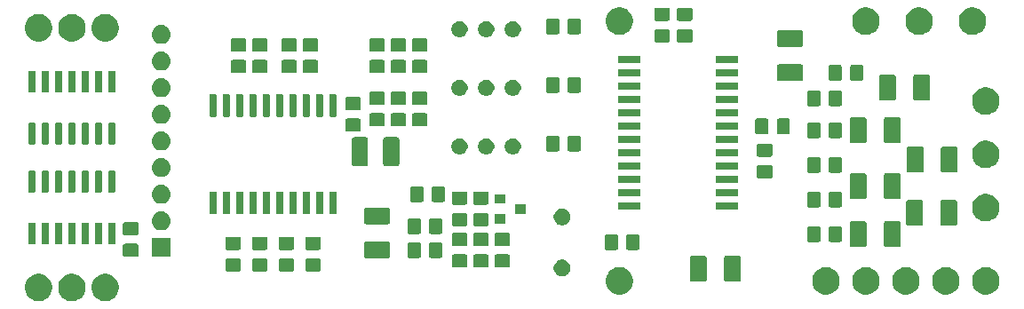
<source format=gts>
G04 #@! TF.GenerationSoftware,KiCad,Pcbnew,(5.1.2)-1*
G04 #@! TF.CreationDate,2020-06-02T10:02:34+03:00*
G04 #@! TF.ProjectId,improve-rgb2tv,696d7072-6f76-4652-9d72-67623274762e,rev?*
G04 #@! TF.SameCoordinates,Original*
G04 #@! TF.FileFunction,Soldermask,Top*
G04 #@! TF.FilePolarity,Negative*
%FSLAX46Y46*%
G04 Gerber Fmt 4.6, Leading zero omitted, Abs format (unit mm)*
G04 Created by KiCad (PCBNEW (5.1.2)-1) date 2020-06-02 10:02:34*
%MOMM*%
%LPD*%
G04 APERTURE LIST*
%ADD10C,0.100000*%
G04 APERTURE END LIST*
D10*
G36*
X99947487Y-120668996D02*
G01*
X100184253Y-120767068D01*
X100184255Y-120767069D01*
X100397339Y-120909447D01*
X100578553Y-121090661D01*
X100665007Y-121220048D01*
X100720932Y-121303747D01*
X100819004Y-121540513D01*
X100869000Y-121791861D01*
X100869000Y-122048139D01*
X100819004Y-122299487D01*
X100721035Y-122536004D01*
X100720931Y-122536255D01*
X100578553Y-122749339D01*
X100397339Y-122930553D01*
X100184255Y-123072931D01*
X100184254Y-123072932D01*
X100184253Y-123072932D01*
X99947487Y-123171004D01*
X99696139Y-123221000D01*
X99439861Y-123221000D01*
X99188513Y-123171004D01*
X98951747Y-123072932D01*
X98951746Y-123072932D01*
X98951745Y-123072931D01*
X98738661Y-122930553D01*
X98557447Y-122749339D01*
X98415069Y-122536255D01*
X98414965Y-122536004D01*
X98316996Y-122299487D01*
X98267000Y-122048139D01*
X98267000Y-121791861D01*
X98316996Y-121540513D01*
X98415068Y-121303747D01*
X98470994Y-121220048D01*
X98557447Y-121090661D01*
X98738661Y-120909447D01*
X98951745Y-120767069D01*
X98951747Y-120767068D01*
X99188513Y-120668996D01*
X99439861Y-120619000D01*
X99696139Y-120619000D01*
X99947487Y-120668996D01*
X99947487Y-120668996D01*
G37*
G36*
X103122487Y-120668996D02*
G01*
X103359253Y-120767068D01*
X103359255Y-120767069D01*
X103572339Y-120909447D01*
X103753553Y-121090661D01*
X103840007Y-121220048D01*
X103895932Y-121303747D01*
X103994004Y-121540513D01*
X104044000Y-121791861D01*
X104044000Y-122048139D01*
X103994004Y-122299487D01*
X103896035Y-122536004D01*
X103895931Y-122536255D01*
X103753553Y-122749339D01*
X103572339Y-122930553D01*
X103359255Y-123072931D01*
X103359254Y-123072932D01*
X103359253Y-123072932D01*
X103122487Y-123171004D01*
X102871139Y-123221000D01*
X102614861Y-123221000D01*
X102363513Y-123171004D01*
X102126747Y-123072932D01*
X102126746Y-123072932D01*
X102126745Y-123072931D01*
X101913661Y-122930553D01*
X101732447Y-122749339D01*
X101590069Y-122536255D01*
X101589965Y-122536004D01*
X101491996Y-122299487D01*
X101442000Y-122048139D01*
X101442000Y-121791861D01*
X101491996Y-121540513D01*
X101590068Y-121303747D01*
X101645994Y-121220048D01*
X101732447Y-121090661D01*
X101913661Y-120909447D01*
X102126745Y-120767069D01*
X102126747Y-120767068D01*
X102363513Y-120668996D01*
X102614861Y-120619000D01*
X102871139Y-120619000D01*
X103122487Y-120668996D01*
X103122487Y-120668996D01*
G37*
G36*
X106297487Y-120668996D02*
G01*
X106534253Y-120767068D01*
X106534255Y-120767069D01*
X106747339Y-120909447D01*
X106928553Y-121090661D01*
X107015007Y-121220048D01*
X107070932Y-121303747D01*
X107169004Y-121540513D01*
X107219000Y-121791861D01*
X107219000Y-122048139D01*
X107169004Y-122299487D01*
X107071035Y-122536004D01*
X107070931Y-122536255D01*
X106928553Y-122749339D01*
X106747339Y-122930553D01*
X106534255Y-123072931D01*
X106534254Y-123072932D01*
X106534253Y-123072932D01*
X106297487Y-123171004D01*
X106046139Y-123221000D01*
X105789861Y-123221000D01*
X105538513Y-123171004D01*
X105301747Y-123072932D01*
X105301746Y-123072932D01*
X105301745Y-123072931D01*
X105088661Y-122930553D01*
X104907447Y-122749339D01*
X104765069Y-122536255D01*
X104764965Y-122536004D01*
X104666996Y-122299487D01*
X104617000Y-122048139D01*
X104617000Y-121791861D01*
X104666996Y-121540513D01*
X104765068Y-121303747D01*
X104820994Y-121220048D01*
X104907447Y-121090661D01*
X105088661Y-120909447D01*
X105301745Y-120767069D01*
X105301747Y-120767068D01*
X105538513Y-120668996D01*
X105789861Y-120619000D01*
X106046139Y-120619000D01*
X106297487Y-120668996D01*
X106297487Y-120668996D01*
G37*
G36*
X155319487Y-120033996D02*
G01*
X155556253Y-120132068D01*
X155556255Y-120132069D01*
X155769339Y-120274447D01*
X155950553Y-120455661D01*
X156033372Y-120579608D01*
X156092932Y-120668747D01*
X156191004Y-120905513D01*
X156241000Y-121156861D01*
X156241000Y-121413139D01*
X156191004Y-121664487D01*
X156138243Y-121791863D01*
X156092931Y-121901255D01*
X155950553Y-122114339D01*
X155769339Y-122295553D01*
X155556255Y-122437931D01*
X155556254Y-122437932D01*
X155556253Y-122437932D01*
X155319487Y-122536004D01*
X155068139Y-122586000D01*
X154811861Y-122586000D01*
X154560513Y-122536004D01*
X154323747Y-122437932D01*
X154323746Y-122437932D01*
X154323745Y-122437931D01*
X154110661Y-122295553D01*
X153929447Y-122114339D01*
X153787069Y-121901255D01*
X153741757Y-121791863D01*
X153688996Y-121664487D01*
X153639000Y-121413139D01*
X153639000Y-121156861D01*
X153688996Y-120905513D01*
X153787068Y-120668747D01*
X153846629Y-120579608D01*
X153929447Y-120455661D01*
X154110661Y-120274447D01*
X154323745Y-120132069D01*
X154323747Y-120132068D01*
X154560513Y-120033996D01*
X154811861Y-119984000D01*
X155068139Y-119984000D01*
X155319487Y-120033996D01*
X155319487Y-120033996D01*
G37*
G36*
X175004487Y-120033996D02*
G01*
X175241253Y-120132068D01*
X175241255Y-120132069D01*
X175454339Y-120274447D01*
X175635553Y-120455661D01*
X175718372Y-120579608D01*
X175777932Y-120668747D01*
X175876004Y-120905513D01*
X175926000Y-121156861D01*
X175926000Y-121413139D01*
X175876004Y-121664487D01*
X175823243Y-121791863D01*
X175777931Y-121901255D01*
X175635553Y-122114339D01*
X175454339Y-122295553D01*
X175241255Y-122437931D01*
X175241254Y-122437932D01*
X175241253Y-122437932D01*
X175004487Y-122536004D01*
X174753139Y-122586000D01*
X174496861Y-122586000D01*
X174245513Y-122536004D01*
X174008747Y-122437932D01*
X174008746Y-122437932D01*
X174008745Y-122437931D01*
X173795661Y-122295553D01*
X173614447Y-122114339D01*
X173472069Y-121901255D01*
X173426757Y-121791863D01*
X173373996Y-121664487D01*
X173324000Y-121413139D01*
X173324000Y-121156861D01*
X173373996Y-120905513D01*
X173472068Y-120668747D01*
X173531629Y-120579608D01*
X173614447Y-120455661D01*
X173795661Y-120274447D01*
X174008745Y-120132069D01*
X174008747Y-120132068D01*
X174245513Y-120033996D01*
X174496861Y-119984000D01*
X174753139Y-119984000D01*
X175004487Y-120033996D01*
X175004487Y-120033996D01*
G37*
G36*
X186434487Y-120033996D02*
G01*
X186671253Y-120132068D01*
X186671255Y-120132069D01*
X186884339Y-120274447D01*
X187065553Y-120455661D01*
X187148372Y-120579608D01*
X187207932Y-120668747D01*
X187306004Y-120905513D01*
X187356000Y-121156861D01*
X187356000Y-121413139D01*
X187306004Y-121664487D01*
X187253243Y-121791863D01*
X187207931Y-121901255D01*
X187065553Y-122114339D01*
X186884339Y-122295553D01*
X186671255Y-122437931D01*
X186671254Y-122437932D01*
X186671253Y-122437932D01*
X186434487Y-122536004D01*
X186183139Y-122586000D01*
X185926861Y-122586000D01*
X185675513Y-122536004D01*
X185438747Y-122437932D01*
X185438746Y-122437932D01*
X185438745Y-122437931D01*
X185225661Y-122295553D01*
X185044447Y-122114339D01*
X184902069Y-121901255D01*
X184856757Y-121791863D01*
X184803996Y-121664487D01*
X184754000Y-121413139D01*
X184754000Y-121156861D01*
X184803996Y-120905513D01*
X184902068Y-120668747D01*
X184961629Y-120579608D01*
X185044447Y-120455661D01*
X185225661Y-120274447D01*
X185438745Y-120132069D01*
X185438747Y-120132068D01*
X185675513Y-120033996D01*
X185926861Y-119984000D01*
X186183139Y-119984000D01*
X186434487Y-120033996D01*
X186434487Y-120033996D01*
G37*
G36*
X190244487Y-120033996D02*
G01*
X190481253Y-120132068D01*
X190481255Y-120132069D01*
X190694339Y-120274447D01*
X190875553Y-120455661D01*
X190958372Y-120579608D01*
X191017932Y-120668747D01*
X191116004Y-120905513D01*
X191166000Y-121156861D01*
X191166000Y-121413139D01*
X191116004Y-121664487D01*
X191063243Y-121791863D01*
X191017931Y-121901255D01*
X190875553Y-122114339D01*
X190694339Y-122295553D01*
X190481255Y-122437931D01*
X190481254Y-122437932D01*
X190481253Y-122437932D01*
X190244487Y-122536004D01*
X189993139Y-122586000D01*
X189736861Y-122586000D01*
X189485513Y-122536004D01*
X189248747Y-122437932D01*
X189248746Y-122437932D01*
X189248745Y-122437931D01*
X189035661Y-122295553D01*
X188854447Y-122114339D01*
X188712069Y-121901255D01*
X188666757Y-121791863D01*
X188613996Y-121664487D01*
X188564000Y-121413139D01*
X188564000Y-121156861D01*
X188613996Y-120905513D01*
X188712068Y-120668747D01*
X188771629Y-120579608D01*
X188854447Y-120455661D01*
X189035661Y-120274447D01*
X189248745Y-120132069D01*
X189248747Y-120132068D01*
X189485513Y-120033996D01*
X189736861Y-119984000D01*
X189993139Y-119984000D01*
X190244487Y-120033996D01*
X190244487Y-120033996D01*
G37*
G36*
X182624487Y-120033996D02*
G01*
X182861253Y-120132068D01*
X182861255Y-120132069D01*
X183074339Y-120274447D01*
X183255553Y-120455661D01*
X183338372Y-120579608D01*
X183397932Y-120668747D01*
X183496004Y-120905513D01*
X183546000Y-121156861D01*
X183546000Y-121413139D01*
X183496004Y-121664487D01*
X183443243Y-121791863D01*
X183397931Y-121901255D01*
X183255553Y-122114339D01*
X183074339Y-122295553D01*
X182861255Y-122437931D01*
X182861254Y-122437932D01*
X182861253Y-122437932D01*
X182624487Y-122536004D01*
X182373139Y-122586000D01*
X182116861Y-122586000D01*
X181865513Y-122536004D01*
X181628747Y-122437932D01*
X181628746Y-122437932D01*
X181628745Y-122437931D01*
X181415661Y-122295553D01*
X181234447Y-122114339D01*
X181092069Y-121901255D01*
X181046757Y-121791863D01*
X180993996Y-121664487D01*
X180944000Y-121413139D01*
X180944000Y-121156861D01*
X180993996Y-120905513D01*
X181092068Y-120668747D01*
X181151629Y-120579608D01*
X181234447Y-120455661D01*
X181415661Y-120274447D01*
X181628745Y-120132069D01*
X181628747Y-120132068D01*
X181865513Y-120033996D01*
X182116861Y-119984000D01*
X182373139Y-119984000D01*
X182624487Y-120033996D01*
X182624487Y-120033996D01*
G37*
G36*
X178814487Y-120033996D02*
G01*
X179051253Y-120132068D01*
X179051255Y-120132069D01*
X179264339Y-120274447D01*
X179445553Y-120455661D01*
X179528372Y-120579608D01*
X179587932Y-120668747D01*
X179686004Y-120905513D01*
X179736000Y-121156861D01*
X179736000Y-121413139D01*
X179686004Y-121664487D01*
X179633243Y-121791863D01*
X179587931Y-121901255D01*
X179445553Y-122114339D01*
X179264339Y-122295553D01*
X179051255Y-122437931D01*
X179051254Y-122437932D01*
X179051253Y-122437932D01*
X178814487Y-122536004D01*
X178563139Y-122586000D01*
X178306861Y-122586000D01*
X178055513Y-122536004D01*
X177818747Y-122437932D01*
X177818746Y-122437932D01*
X177818745Y-122437931D01*
X177605661Y-122295553D01*
X177424447Y-122114339D01*
X177282069Y-121901255D01*
X177236757Y-121791863D01*
X177183996Y-121664487D01*
X177134000Y-121413139D01*
X177134000Y-121156861D01*
X177183996Y-120905513D01*
X177282068Y-120668747D01*
X177341629Y-120579608D01*
X177424447Y-120455661D01*
X177605661Y-120274447D01*
X177818745Y-120132069D01*
X177818747Y-120132068D01*
X178055513Y-120033996D01*
X178306861Y-119984000D01*
X178563139Y-119984000D01*
X178814487Y-120033996D01*
X178814487Y-120033996D01*
G37*
G36*
X163112048Y-118920122D02*
G01*
X163146387Y-118930539D01*
X163178036Y-118947456D01*
X163205778Y-118970222D01*
X163228544Y-118997964D01*
X163245461Y-119029613D01*
X163255878Y-119063952D01*
X163260000Y-119105807D01*
X163260000Y-121178193D01*
X163255878Y-121220048D01*
X163245461Y-121254387D01*
X163228544Y-121286036D01*
X163205778Y-121313778D01*
X163178036Y-121336544D01*
X163146387Y-121353461D01*
X163112048Y-121363878D01*
X163070193Y-121368000D01*
X161847807Y-121368000D01*
X161805952Y-121363878D01*
X161771613Y-121353461D01*
X161739964Y-121336544D01*
X161712222Y-121313778D01*
X161689456Y-121286036D01*
X161672539Y-121254387D01*
X161662122Y-121220048D01*
X161658000Y-121178193D01*
X161658000Y-119105807D01*
X161662122Y-119063952D01*
X161672539Y-119029613D01*
X161689456Y-118997964D01*
X161712222Y-118970222D01*
X161739964Y-118947456D01*
X161771613Y-118930539D01*
X161805952Y-118920122D01*
X161847807Y-118916000D01*
X163070193Y-118916000D01*
X163112048Y-118920122D01*
X163112048Y-118920122D01*
G37*
G36*
X166362048Y-118920122D02*
G01*
X166396387Y-118930539D01*
X166428036Y-118947456D01*
X166455778Y-118970222D01*
X166478544Y-118997964D01*
X166495461Y-119029613D01*
X166505878Y-119063952D01*
X166510000Y-119105807D01*
X166510000Y-121178193D01*
X166505878Y-121220048D01*
X166495461Y-121254387D01*
X166478544Y-121286036D01*
X166455778Y-121313778D01*
X166428036Y-121336544D01*
X166396387Y-121353461D01*
X166362048Y-121363878D01*
X166320193Y-121368000D01*
X165097807Y-121368000D01*
X165055952Y-121363878D01*
X165021613Y-121353461D01*
X164989964Y-121336544D01*
X164962222Y-121313778D01*
X164939456Y-121286036D01*
X164922539Y-121254387D01*
X164912122Y-121220048D01*
X164908000Y-121178193D01*
X164908000Y-119105807D01*
X164912122Y-119063952D01*
X164922539Y-119029613D01*
X164939456Y-118997964D01*
X164962222Y-118970222D01*
X164989964Y-118947456D01*
X165021613Y-118930539D01*
X165055952Y-118920122D01*
X165097807Y-118916000D01*
X166320193Y-118916000D01*
X166362048Y-118920122D01*
X166362048Y-118920122D01*
G37*
G36*
X149712642Y-119298781D02*
G01*
X149840305Y-119351661D01*
X149858416Y-119359163D01*
X149989608Y-119446822D01*
X150101178Y-119558392D01*
X150188837Y-119689584D01*
X150188838Y-119689586D01*
X150249219Y-119835358D01*
X150280000Y-119990107D01*
X150280000Y-120147893D01*
X150249219Y-120302642D01*
X150188838Y-120448414D01*
X150188837Y-120448416D01*
X150101178Y-120579608D01*
X149989608Y-120691178D01*
X149858416Y-120778837D01*
X149858415Y-120778838D01*
X149858414Y-120778838D01*
X149712642Y-120839219D01*
X149557893Y-120870000D01*
X149400107Y-120870000D01*
X149245358Y-120839219D01*
X149099586Y-120778838D01*
X149099585Y-120778838D01*
X149099584Y-120778837D01*
X148968392Y-120691178D01*
X148856822Y-120579608D01*
X148769163Y-120448416D01*
X148769162Y-120448414D01*
X148708781Y-120302642D01*
X148678000Y-120147893D01*
X148678000Y-119990107D01*
X148708781Y-119835358D01*
X148769162Y-119689586D01*
X148769163Y-119689584D01*
X148856822Y-119558392D01*
X148968392Y-119446822D01*
X149099584Y-119359163D01*
X149117695Y-119351661D01*
X149245358Y-119298781D01*
X149400107Y-119268000D01*
X149557893Y-119268000D01*
X149712642Y-119298781D01*
X149712642Y-119298781D01*
G37*
G36*
X123778674Y-119148465D02*
G01*
X123816367Y-119159899D01*
X123851103Y-119178466D01*
X123881548Y-119203452D01*
X123906534Y-119233897D01*
X123925101Y-119268633D01*
X123936535Y-119306326D01*
X123941000Y-119351661D01*
X123941000Y-120188339D01*
X123936535Y-120233674D01*
X123925101Y-120271367D01*
X123906534Y-120306103D01*
X123881548Y-120336548D01*
X123851103Y-120361534D01*
X123816367Y-120380101D01*
X123778674Y-120391535D01*
X123733339Y-120396000D01*
X122646661Y-120396000D01*
X122601326Y-120391535D01*
X122563633Y-120380101D01*
X122528897Y-120361534D01*
X122498452Y-120336548D01*
X122473466Y-120306103D01*
X122454899Y-120271367D01*
X122443465Y-120233674D01*
X122439000Y-120188339D01*
X122439000Y-119351661D01*
X122443465Y-119306326D01*
X122454899Y-119268633D01*
X122473466Y-119233897D01*
X122498452Y-119203452D01*
X122528897Y-119178466D01*
X122563633Y-119159899D01*
X122601326Y-119148465D01*
X122646661Y-119144000D01*
X123733339Y-119144000D01*
X123778674Y-119148465D01*
X123778674Y-119148465D01*
G37*
G36*
X126318674Y-119148465D02*
G01*
X126356367Y-119159899D01*
X126391103Y-119178466D01*
X126421548Y-119203452D01*
X126446534Y-119233897D01*
X126465101Y-119268633D01*
X126476535Y-119306326D01*
X126481000Y-119351661D01*
X126481000Y-120188339D01*
X126476535Y-120233674D01*
X126465101Y-120271367D01*
X126446534Y-120306103D01*
X126421548Y-120336548D01*
X126391103Y-120361534D01*
X126356367Y-120380101D01*
X126318674Y-120391535D01*
X126273339Y-120396000D01*
X125186661Y-120396000D01*
X125141326Y-120391535D01*
X125103633Y-120380101D01*
X125068897Y-120361534D01*
X125038452Y-120336548D01*
X125013466Y-120306103D01*
X124994899Y-120271367D01*
X124983465Y-120233674D01*
X124979000Y-120188339D01*
X124979000Y-119351661D01*
X124983465Y-119306326D01*
X124994899Y-119268633D01*
X125013466Y-119233897D01*
X125038452Y-119203452D01*
X125068897Y-119178466D01*
X125103633Y-119159899D01*
X125141326Y-119148465D01*
X125186661Y-119144000D01*
X126273339Y-119144000D01*
X126318674Y-119148465D01*
X126318674Y-119148465D01*
G37*
G36*
X121238674Y-119148465D02*
G01*
X121276367Y-119159899D01*
X121311103Y-119178466D01*
X121341548Y-119203452D01*
X121366534Y-119233897D01*
X121385101Y-119268633D01*
X121396535Y-119306326D01*
X121401000Y-119351661D01*
X121401000Y-120188339D01*
X121396535Y-120233674D01*
X121385101Y-120271367D01*
X121366534Y-120306103D01*
X121341548Y-120336548D01*
X121311103Y-120361534D01*
X121276367Y-120380101D01*
X121238674Y-120391535D01*
X121193339Y-120396000D01*
X120106661Y-120396000D01*
X120061326Y-120391535D01*
X120023633Y-120380101D01*
X119988897Y-120361534D01*
X119958452Y-120336548D01*
X119933466Y-120306103D01*
X119914899Y-120271367D01*
X119903465Y-120233674D01*
X119899000Y-120188339D01*
X119899000Y-119351661D01*
X119903465Y-119306326D01*
X119914899Y-119268633D01*
X119933466Y-119233897D01*
X119958452Y-119203452D01*
X119988897Y-119178466D01*
X120023633Y-119159899D01*
X120061326Y-119148465D01*
X120106661Y-119144000D01*
X121193339Y-119144000D01*
X121238674Y-119148465D01*
X121238674Y-119148465D01*
G37*
G36*
X118698674Y-119148465D02*
G01*
X118736367Y-119159899D01*
X118771103Y-119178466D01*
X118801548Y-119203452D01*
X118826534Y-119233897D01*
X118845101Y-119268633D01*
X118856535Y-119306326D01*
X118861000Y-119351661D01*
X118861000Y-120188339D01*
X118856535Y-120233674D01*
X118845101Y-120271367D01*
X118826534Y-120306103D01*
X118801548Y-120336548D01*
X118771103Y-120361534D01*
X118736367Y-120380101D01*
X118698674Y-120391535D01*
X118653339Y-120396000D01*
X117566661Y-120396000D01*
X117521326Y-120391535D01*
X117483633Y-120380101D01*
X117448897Y-120361534D01*
X117418452Y-120336548D01*
X117393466Y-120306103D01*
X117374899Y-120271367D01*
X117363465Y-120233674D01*
X117359000Y-120188339D01*
X117359000Y-119351661D01*
X117363465Y-119306326D01*
X117374899Y-119268633D01*
X117393466Y-119233897D01*
X117418452Y-119203452D01*
X117448897Y-119178466D01*
X117483633Y-119159899D01*
X117521326Y-119148465D01*
X117566661Y-119144000D01*
X118653339Y-119144000D01*
X118698674Y-119148465D01*
X118698674Y-119148465D01*
G37*
G36*
X142320674Y-118767465D02*
G01*
X142358367Y-118778899D01*
X142393103Y-118797466D01*
X142423548Y-118822452D01*
X142448534Y-118852897D01*
X142467101Y-118887633D01*
X142478535Y-118925326D01*
X142483000Y-118970661D01*
X142483000Y-119807339D01*
X142478535Y-119852674D01*
X142467101Y-119890367D01*
X142448534Y-119925103D01*
X142423548Y-119955548D01*
X142393103Y-119980534D01*
X142358367Y-119999101D01*
X142320674Y-120010535D01*
X142275339Y-120015000D01*
X141188661Y-120015000D01*
X141143326Y-120010535D01*
X141105633Y-119999101D01*
X141070897Y-119980534D01*
X141040452Y-119955548D01*
X141015466Y-119925103D01*
X140996899Y-119890367D01*
X140985465Y-119852674D01*
X140981000Y-119807339D01*
X140981000Y-118970661D01*
X140985465Y-118925326D01*
X140996899Y-118887633D01*
X141015466Y-118852897D01*
X141040452Y-118822452D01*
X141070897Y-118797466D01*
X141105633Y-118778899D01*
X141143326Y-118767465D01*
X141188661Y-118763000D01*
X142275339Y-118763000D01*
X142320674Y-118767465D01*
X142320674Y-118767465D01*
G37*
G36*
X144352674Y-118767465D02*
G01*
X144390367Y-118778899D01*
X144425103Y-118797466D01*
X144455548Y-118822452D01*
X144480534Y-118852897D01*
X144499101Y-118887633D01*
X144510535Y-118925326D01*
X144515000Y-118970661D01*
X144515000Y-119807339D01*
X144510535Y-119852674D01*
X144499101Y-119890367D01*
X144480534Y-119925103D01*
X144455548Y-119955548D01*
X144425103Y-119980534D01*
X144390367Y-119999101D01*
X144352674Y-120010535D01*
X144307339Y-120015000D01*
X143220661Y-120015000D01*
X143175326Y-120010535D01*
X143137633Y-119999101D01*
X143102897Y-119980534D01*
X143072452Y-119955548D01*
X143047466Y-119925103D01*
X143028899Y-119890367D01*
X143017465Y-119852674D01*
X143013000Y-119807339D01*
X143013000Y-118970661D01*
X143017465Y-118925326D01*
X143028899Y-118887633D01*
X143047466Y-118852897D01*
X143072452Y-118822452D01*
X143102897Y-118797466D01*
X143137633Y-118778899D01*
X143175326Y-118767465D01*
X143220661Y-118763000D01*
X144307339Y-118763000D01*
X144352674Y-118767465D01*
X144352674Y-118767465D01*
G37*
G36*
X140288674Y-118767465D02*
G01*
X140326367Y-118778899D01*
X140361103Y-118797466D01*
X140391548Y-118822452D01*
X140416534Y-118852897D01*
X140435101Y-118887633D01*
X140446535Y-118925326D01*
X140451000Y-118970661D01*
X140451000Y-119807339D01*
X140446535Y-119852674D01*
X140435101Y-119890367D01*
X140416534Y-119925103D01*
X140391548Y-119955548D01*
X140361103Y-119980534D01*
X140326367Y-119999101D01*
X140288674Y-120010535D01*
X140243339Y-120015000D01*
X139156661Y-120015000D01*
X139111326Y-120010535D01*
X139073633Y-119999101D01*
X139038897Y-119980534D01*
X139008452Y-119955548D01*
X138983466Y-119925103D01*
X138964899Y-119890367D01*
X138953465Y-119852674D01*
X138949000Y-119807339D01*
X138949000Y-118970661D01*
X138953465Y-118925326D01*
X138964899Y-118887633D01*
X138983466Y-118852897D01*
X139008452Y-118822452D01*
X139038897Y-118797466D01*
X139073633Y-118778899D01*
X139111326Y-118767465D01*
X139156661Y-118763000D01*
X140243339Y-118763000D01*
X140288674Y-118767465D01*
X140288674Y-118767465D01*
G37*
G36*
X132904048Y-117541122D02*
G01*
X132938387Y-117551539D01*
X132970036Y-117568456D01*
X132997778Y-117591222D01*
X133020544Y-117618964D01*
X133037461Y-117650613D01*
X133047878Y-117684952D01*
X133052000Y-117726807D01*
X133052000Y-118949193D01*
X133047878Y-118991048D01*
X133037461Y-119025387D01*
X133020544Y-119057036D01*
X132997778Y-119084778D01*
X132970036Y-119107544D01*
X132938387Y-119124461D01*
X132904048Y-119134878D01*
X132862193Y-119139000D01*
X130789807Y-119139000D01*
X130747952Y-119134878D01*
X130713613Y-119124461D01*
X130681964Y-119107544D01*
X130654222Y-119084778D01*
X130631456Y-119057036D01*
X130614539Y-119025387D01*
X130604122Y-118991048D01*
X130600000Y-118949193D01*
X130600000Y-117726807D01*
X130604122Y-117684952D01*
X130614539Y-117650613D01*
X130631456Y-117618964D01*
X130654222Y-117591222D01*
X130681964Y-117568456D01*
X130713613Y-117551539D01*
X130747952Y-117541122D01*
X130789807Y-117537000D01*
X132862193Y-117537000D01*
X132904048Y-117541122D01*
X132904048Y-117541122D01*
G37*
G36*
X137886674Y-117617465D02*
G01*
X137924367Y-117628899D01*
X137959103Y-117647466D01*
X137989548Y-117672452D01*
X138014534Y-117702897D01*
X138033101Y-117737633D01*
X138044535Y-117775326D01*
X138049000Y-117820661D01*
X138049000Y-118907339D01*
X138044535Y-118952674D01*
X138033101Y-118990367D01*
X138014534Y-119025103D01*
X137989548Y-119055548D01*
X137959103Y-119080534D01*
X137924367Y-119099101D01*
X137886674Y-119110535D01*
X137841339Y-119115000D01*
X137004661Y-119115000D01*
X136959326Y-119110535D01*
X136921633Y-119099101D01*
X136886897Y-119080534D01*
X136856452Y-119055548D01*
X136831466Y-119025103D01*
X136812899Y-118990367D01*
X136801465Y-118952674D01*
X136797000Y-118907339D01*
X136797000Y-117820661D01*
X136801465Y-117775326D01*
X136812899Y-117737633D01*
X136831466Y-117702897D01*
X136856452Y-117672452D01*
X136886897Y-117647466D01*
X136921633Y-117628899D01*
X136959326Y-117617465D01*
X137004661Y-117613000D01*
X137841339Y-117613000D01*
X137886674Y-117617465D01*
X137886674Y-117617465D01*
G37*
G36*
X135836674Y-117617465D02*
G01*
X135874367Y-117628899D01*
X135909103Y-117647466D01*
X135939548Y-117672452D01*
X135964534Y-117702897D01*
X135983101Y-117737633D01*
X135994535Y-117775326D01*
X135999000Y-117820661D01*
X135999000Y-118907339D01*
X135994535Y-118952674D01*
X135983101Y-118990367D01*
X135964534Y-119025103D01*
X135939548Y-119055548D01*
X135909103Y-119080534D01*
X135874367Y-119099101D01*
X135836674Y-119110535D01*
X135791339Y-119115000D01*
X134954661Y-119115000D01*
X134909326Y-119110535D01*
X134871633Y-119099101D01*
X134836897Y-119080534D01*
X134806452Y-119055548D01*
X134781466Y-119025103D01*
X134762899Y-118990367D01*
X134751465Y-118952674D01*
X134747000Y-118907339D01*
X134747000Y-117820661D01*
X134751465Y-117775326D01*
X134762899Y-117737633D01*
X134781466Y-117702897D01*
X134806452Y-117672452D01*
X134836897Y-117647466D01*
X134871633Y-117628899D01*
X134909326Y-117617465D01*
X134954661Y-117613000D01*
X135791339Y-117613000D01*
X135836674Y-117617465D01*
X135836674Y-117617465D01*
G37*
G36*
X112153000Y-119011000D02*
G01*
X110351000Y-119011000D01*
X110351000Y-117209000D01*
X112153000Y-117209000D01*
X112153000Y-119011000D01*
X112153000Y-119011000D01*
G37*
G36*
X108945074Y-117751465D02*
G01*
X108982767Y-117762899D01*
X109017503Y-117781466D01*
X109047948Y-117806452D01*
X109072934Y-117836897D01*
X109091501Y-117871633D01*
X109102935Y-117909326D01*
X109107400Y-117954661D01*
X109107400Y-118791339D01*
X109102935Y-118836674D01*
X109091501Y-118874367D01*
X109072934Y-118909103D01*
X109047948Y-118939548D01*
X109017503Y-118964534D01*
X108982767Y-118983101D01*
X108945074Y-118994535D01*
X108899739Y-118999000D01*
X107813061Y-118999000D01*
X107767726Y-118994535D01*
X107730033Y-118983101D01*
X107695297Y-118964534D01*
X107664852Y-118939548D01*
X107639866Y-118909103D01*
X107621299Y-118874367D01*
X107609865Y-118836674D01*
X107605400Y-118791339D01*
X107605400Y-117954661D01*
X107609865Y-117909326D01*
X107621299Y-117871633D01*
X107639866Y-117836897D01*
X107664852Y-117806452D01*
X107695297Y-117781466D01*
X107730033Y-117762899D01*
X107767726Y-117751465D01*
X107813061Y-117747000D01*
X108899739Y-117747000D01*
X108945074Y-117751465D01*
X108945074Y-117751465D01*
G37*
G36*
X156682674Y-116855465D02*
G01*
X156720367Y-116866899D01*
X156755103Y-116885466D01*
X156785548Y-116910452D01*
X156810534Y-116940897D01*
X156829101Y-116975633D01*
X156840535Y-117013326D01*
X156845000Y-117058661D01*
X156845000Y-118145339D01*
X156840535Y-118190674D01*
X156829101Y-118228367D01*
X156810534Y-118263103D01*
X156785548Y-118293548D01*
X156755103Y-118318534D01*
X156720367Y-118337101D01*
X156682674Y-118348535D01*
X156637339Y-118353000D01*
X155800661Y-118353000D01*
X155755326Y-118348535D01*
X155717633Y-118337101D01*
X155682897Y-118318534D01*
X155652452Y-118293548D01*
X155627466Y-118263103D01*
X155608899Y-118228367D01*
X155597465Y-118190674D01*
X155593000Y-118145339D01*
X155593000Y-117058661D01*
X155597465Y-117013326D01*
X155608899Y-116975633D01*
X155627466Y-116940897D01*
X155652452Y-116910452D01*
X155682897Y-116885466D01*
X155717633Y-116866899D01*
X155755326Y-116855465D01*
X155800661Y-116851000D01*
X156637339Y-116851000D01*
X156682674Y-116855465D01*
X156682674Y-116855465D01*
G37*
G36*
X154632674Y-116855465D02*
G01*
X154670367Y-116866899D01*
X154705103Y-116885466D01*
X154735548Y-116910452D01*
X154760534Y-116940897D01*
X154779101Y-116975633D01*
X154790535Y-117013326D01*
X154795000Y-117058661D01*
X154795000Y-118145339D01*
X154790535Y-118190674D01*
X154779101Y-118228367D01*
X154760534Y-118263103D01*
X154735548Y-118293548D01*
X154705103Y-118318534D01*
X154670367Y-118337101D01*
X154632674Y-118348535D01*
X154587339Y-118353000D01*
X153750661Y-118353000D01*
X153705326Y-118348535D01*
X153667633Y-118337101D01*
X153632897Y-118318534D01*
X153602452Y-118293548D01*
X153577466Y-118263103D01*
X153558899Y-118228367D01*
X153547465Y-118190674D01*
X153543000Y-118145339D01*
X153543000Y-117058661D01*
X153547465Y-117013326D01*
X153558899Y-116975633D01*
X153577466Y-116940897D01*
X153602452Y-116910452D01*
X153632897Y-116885466D01*
X153667633Y-116866899D01*
X153705326Y-116855465D01*
X153750661Y-116851000D01*
X154587339Y-116851000D01*
X154632674Y-116855465D01*
X154632674Y-116855465D01*
G37*
G36*
X123778674Y-117098465D02*
G01*
X123816367Y-117109899D01*
X123851103Y-117128466D01*
X123881548Y-117153452D01*
X123906534Y-117183897D01*
X123925101Y-117218633D01*
X123936535Y-117256326D01*
X123941000Y-117301661D01*
X123941000Y-118138339D01*
X123936535Y-118183674D01*
X123925101Y-118221367D01*
X123906534Y-118256103D01*
X123881548Y-118286548D01*
X123851103Y-118311534D01*
X123816367Y-118330101D01*
X123778674Y-118341535D01*
X123733339Y-118346000D01*
X122646661Y-118346000D01*
X122601326Y-118341535D01*
X122563633Y-118330101D01*
X122528897Y-118311534D01*
X122498452Y-118286548D01*
X122473466Y-118256103D01*
X122454899Y-118221367D01*
X122443465Y-118183674D01*
X122439000Y-118138339D01*
X122439000Y-117301661D01*
X122443465Y-117256326D01*
X122454899Y-117218633D01*
X122473466Y-117183897D01*
X122498452Y-117153452D01*
X122528897Y-117128466D01*
X122563633Y-117109899D01*
X122601326Y-117098465D01*
X122646661Y-117094000D01*
X123733339Y-117094000D01*
X123778674Y-117098465D01*
X123778674Y-117098465D01*
G37*
G36*
X126318674Y-117098465D02*
G01*
X126356367Y-117109899D01*
X126391103Y-117128466D01*
X126421548Y-117153452D01*
X126446534Y-117183897D01*
X126465101Y-117218633D01*
X126476535Y-117256326D01*
X126481000Y-117301661D01*
X126481000Y-118138339D01*
X126476535Y-118183674D01*
X126465101Y-118221367D01*
X126446534Y-118256103D01*
X126421548Y-118286548D01*
X126391103Y-118311534D01*
X126356367Y-118330101D01*
X126318674Y-118341535D01*
X126273339Y-118346000D01*
X125186661Y-118346000D01*
X125141326Y-118341535D01*
X125103633Y-118330101D01*
X125068897Y-118311534D01*
X125038452Y-118286548D01*
X125013466Y-118256103D01*
X124994899Y-118221367D01*
X124983465Y-118183674D01*
X124979000Y-118138339D01*
X124979000Y-117301661D01*
X124983465Y-117256326D01*
X124994899Y-117218633D01*
X125013466Y-117183897D01*
X125038452Y-117153452D01*
X125068897Y-117128466D01*
X125103633Y-117109899D01*
X125141326Y-117098465D01*
X125186661Y-117094000D01*
X126273339Y-117094000D01*
X126318674Y-117098465D01*
X126318674Y-117098465D01*
G37*
G36*
X118698674Y-117098465D02*
G01*
X118736367Y-117109899D01*
X118771103Y-117128466D01*
X118801548Y-117153452D01*
X118826534Y-117183897D01*
X118845101Y-117218633D01*
X118856535Y-117256326D01*
X118861000Y-117301661D01*
X118861000Y-118138339D01*
X118856535Y-118183674D01*
X118845101Y-118221367D01*
X118826534Y-118256103D01*
X118801548Y-118286548D01*
X118771103Y-118311534D01*
X118736367Y-118330101D01*
X118698674Y-118341535D01*
X118653339Y-118346000D01*
X117566661Y-118346000D01*
X117521326Y-118341535D01*
X117483633Y-118330101D01*
X117448897Y-118311534D01*
X117418452Y-118286548D01*
X117393466Y-118256103D01*
X117374899Y-118221367D01*
X117363465Y-118183674D01*
X117359000Y-118138339D01*
X117359000Y-117301661D01*
X117363465Y-117256326D01*
X117374899Y-117218633D01*
X117393466Y-117183897D01*
X117418452Y-117153452D01*
X117448897Y-117128466D01*
X117483633Y-117109899D01*
X117521326Y-117098465D01*
X117566661Y-117094000D01*
X118653339Y-117094000D01*
X118698674Y-117098465D01*
X118698674Y-117098465D01*
G37*
G36*
X121238674Y-117098465D02*
G01*
X121276367Y-117109899D01*
X121311103Y-117128466D01*
X121341548Y-117153452D01*
X121366534Y-117183897D01*
X121385101Y-117218633D01*
X121396535Y-117256326D01*
X121401000Y-117301661D01*
X121401000Y-118138339D01*
X121396535Y-118183674D01*
X121385101Y-118221367D01*
X121366534Y-118256103D01*
X121341548Y-118286548D01*
X121311103Y-118311534D01*
X121276367Y-118330101D01*
X121238674Y-118341535D01*
X121193339Y-118346000D01*
X120106661Y-118346000D01*
X120061326Y-118341535D01*
X120023633Y-118330101D01*
X119988897Y-118311534D01*
X119958452Y-118286548D01*
X119933466Y-118256103D01*
X119914899Y-118221367D01*
X119903465Y-118183674D01*
X119899000Y-118138339D01*
X119899000Y-117301661D01*
X119903465Y-117256326D01*
X119914899Y-117218633D01*
X119933466Y-117183897D01*
X119958452Y-117153452D01*
X119988897Y-117128466D01*
X120023633Y-117109899D01*
X120061326Y-117098465D01*
X120106661Y-117094000D01*
X121193339Y-117094000D01*
X121238674Y-117098465D01*
X121238674Y-117098465D01*
G37*
G36*
X178352048Y-115618122D02*
G01*
X178386387Y-115628539D01*
X178418036Y-115645456D01*
X178445778Y-115668222D01*
X178468544Y-115695964D01*
X178485461Y-115727613D01*
X178495878Y-115761952D01*
X178500000Y-115803807D01*
X178500000Y-117876193D01*
X178495878Y-117918048D01*
X178485461Y-117952387D01*
X178468544Y-117984036D01*
X178445778Y-118011778D01*
X178418036Y-118034544D01*
X178386387Y-118051461D01*
X178352048Y-118061878D01*
X178310193Y-118066000D01*
X177087807Y-118066000D01*
X177045952Y-118061878D01*
X177011613Y-118051461D01*
X176979964Y-118034544D01*
X176952222Y-118011778D01*
X176929456Y-117984036D01*
X176912539Y-117952387D01*
X176902122Y-117918048D01*
X176898000Y-117876193D01*
X176898000Y-115803807D01*
X176902122Y-115761952D01*
X176912539Y-115727613D01*
X176929456Y-115695964D01*
X176952222Y-115668222D01*
X176979964Y-115645456D01*
X177011613Y-115628539D01*
X177045952Y-115618122D01*
X177087807Y-115614000D01*
X178310193Y-115614000D01*
X178352048Y-115618122D01*
X178352048Y-115618122D01*
G37*
G36*
X181602048Y-115618122D02*
G01*
X181636387Y-115628539D01*
X181668036Y-115645456D01*
X181695778Y-115668222D01*
X181718544Y-115695964D01*
X181735461Y-115727613D01*
X181745878Y-115761952D01*
X181750000Y-115803807D01*
X181750000Y-117876193D01*
X181745878Y-117918048D01*
X181735461Y-117952387D01*
X181718544Y-117984036D01*
X181695778Y-118011778D01*
X181668036Y-118034544D01*
X181636387Y-118051461D01*
X181602048Y-118061878D01*
X181560193Y-118066000D01*
X180337807Y-118066000D01*
X180295952Y-118061878D01*
X180261613Y-118051461D01*
X180229964Y-118034544D01*
X180202222Y-118011778D01*
X180179456Y-117984036D01*
X180162539Y-117952387D01*
X180152122Y-117918048D01*
X180148000Y-117876193D01*
X180148000Y-115803807D01*
X180152122Y-115761952D01*
X180162539Y-115727613D01*
X180179456Y-115695964D01*
X180202222Y-115668222D01*
X180229964Y-115645456D01*
X180261613Y-115628539D01*
X180295952Y-115618122D01*
X180337807Y-115614000D01*
X181560193Y-115614000D01*
X181602048Y-115618122D01*
X181602048Y-115618122D01*
G37*
G36*
X144352674Y-116717465D02*
G01*
X144390367Y-116728899D01*
X144425103Y-116747466D01*
X144455548Y-116772452D01*
X144480534Y-116802897D01*
X144499101Y-116837633D01*
X144510535Y-116875326D01*
X144515000Y-116920661D01*
X144515000Y-117757339D01*
X144510535Y-117802674D01*
X144499101Y-117840367D01*
X144480534Y-117875103D01*
X144455548Y-117905548D01*
X144425103Y-117930534D01*
X144390367Y-117949101D01*
X144352674Y-117960535D01*
X144307339Y-117965000D01*
X143220661Y-117965000D01*
X143175326Y-117960535D01*
X143137633Y-117949101D01*
X143102897Y-117930534D01*
X143072452Y-117905548D01*
X143047466Y-117875103D01*
X143028899Y-117840367D01*
X143017465Y-117802674D01*
X143013000Y-117757339D01*
X143013000Y-116920661D01*
X143017465Y-116875326D01*
X143028899Y-116837633D01*
X143047466Y-116802897D01*
X143072452Y-116772452D01*
X143102897Y-116747466D01*
X143137633Y-116728899D01*
X143175326Y-116717465D01*
X143220661Y-116713000D01*
X144307339Y-116713000D01*
X144352674Y-116717465D01*
X144352674Y-116717465D01*
G37*
G36*
X140288674Y-116717465D02*
G01*
X140326367Y-116728899D01*
X140361103Y-116747466D01*
X140391548Y-116772452D01*
X140416534Y-116802897D01*
X140435101Y-116837633D01*
X140446535Y-116875326D01*
X140451000Y-116920661D01*
X140451000Y-117757339D01*
X140446535Y-117802674D01*
X140435101Y-117840367D01*
X140416534Y-117875103D01*
X140391548Y-117905548D01*
X140361103Y-117930534D01*
X140326367Y-117949101D01*
X140288674Y-117960535D01*
X140243339Y-117965000D01*
X139156661Y-117965000D01*
X139111326Y-117960535D01*
X139073633Y-117949101D01*
X139038897Y-117930534D01*
X139008452Y-117905548D01*
X138983466Y-117875103D01*
X138964899Y-117840367D01*
X138953465Y-117802674D01*
X138949000Y-117757339D01*
X138949000Y-116920661D01*
X138953465Y-116875326D01*
X138964899Y-116837633D01*
X138983466Y-116802897D01*
X139008452Y-116772452D01*
X139038897Y-116747466D01*
X139073633Y-116728899D01*
X139111326Y-116717465D01*
X139156661Y-116713000D01*
X140243339Y-116713000D01*
X140288674Y-116717465D01*
X140288674Y-116717465D01*
G37*
G36*
X142320674Y-116717465D02*
G01*
X142358367Y-116728899D01*
X142393103Y-116747466D01*
X142423548Y-116772452D01*
X142448534Y-116802897D01*
X142467101Y-116837633D01*
X142478535Y-116875326D01*
X142483000Y-116920661D01*
X142483000Y-117757339D01*
X142478535Y-117802674D01*
X142467101Y-117840367D01*
X142448534Y-117875103D01*
X142423548Y-117905548D01*
X142393103Y-117930534D01*
X142358367Y-117949101D01*
X142320674Y-117960535D01*
X142275339Y-117965000D01*
X141188661Y-117965000D01*
X141143326Y-117960535D01*
X141105633Y-117949101D01*
X141070897Y-117930534D01*
X141040452Y-117905548D01*
X141015466Y-117875103D01*
X140996899Y-117840367D01*
X140985465Y-117802674D01*
X140981000Y-117757339D01*
X140981000Y-116920661D01*
X140985465Y-116875326D01*
X140996899Y-116837633D01*
X141015466Y-116802897D01*
X141040452Y-116772452D01*
X141070897Y-116747466D01*
X141105633Y-116728899D01*
X141143326Y-116717465D01*
X141188661Y-116713000D01*
X142275339Y-116713000D01*
X142320674Y-116717465D01*
X142320674Y-116717465D01*
G37*
G36*
X106812928Y-115751764D02*
G01*
X106834009Y-115758160D01*
X106853445Y-115768548D01*
X106870476Y-115782524D01*
X106884452Y-115799555D01*
X106894840Y-115818991D01*
X106901236Y-115840072D01*
X106904000Y-115868140D01*
X106904000Y-117681860D01*
X106901236Y-117709928D01*
X106894840Y-117731009D01*
X106884452Y-117750445D01*
X106870476Y-117767476D01*
X106853445Y-117781452D01*
X106834009Y-117791840D01*
X106812928Y-117798236D01*
X106784860Y-117801000D01*
X106321140Y-117801000D01*
X106293072Y-117798236D01*
X106271991Y-117791840D01*
X106252555Y-117781452D01*
X106235524Y-117767476D01*
X106221548Y-117750445D01*
X106211160Y-117731009D01*
X106204764Y-117709928D01*
X106202000Y-117681860D01*
X106202000Y-115868140D01*
X106204764Y-115840072D01*
X106211160Y-115818991D01*
X106221548Y-115799555D01*
X106235524Y-115782524D01*
X106252555Y-115768548D01*
X106271991Y-115758160D01*
X106293072Y-115751764D01*
X106321140Y-115749000D01*
X106784860Y-115749000D01*
X106812928Y-115751764D01*
X106812928Y-115751764D01*
G37*
G36*
X105542928Y-115751764D02*
G01*
X105564009Y-115758160D01*
X105583445Y-115768548D01*
X105600476Y-115782524D01*
X105614452Y-115799555D01*
X105624840Y-115818991D01*
X105631236Y-115840072D01*
X105634000Y-115868140D01*
X105634000Y-117681860D01*
X105631236Y-117709928D01*
X105624840Y-117731009D01*
X105614452Y-117750445D01*
X105600476Y-117767476D01*
X105583445Y-117781452D01*
X105564009Y-117791840D01*
X105542928Y-117798236D01*
X105514860Y-117801000D01*
X105051140Y-117801000D01*
X105023072Y-117798236D01*
X105001991Y-117791840D01*
X104982555Y-117781452D01*
X104965524Y-117767476D01*
X104951548Y-117750445D01*
X104941160Y-117731009D01*
X104934764Y-117709928D01*
X104932000Y-117681860D01*
X104932000Y-115868140D01*
X104934764Y-115840072D01*
X104941160Y-115818991D01*
X104951548Y-115799555D01*
X104965524Y-115782524D01*
X104982555Y-115768548D01*
X105001991Y-115758160D01*
X105023072Y-115751764D01*
X105051140Y-115749000D01*
X105514860Y-115749000D01*
X105542928Y-115751764D01*
X105542928Y-115751764D01*
G37*
G36*
X104272928Y-115751764D02*
G01*
X104294009Y-115758160D01*
X104313445Y-115768548D01*
X104330476Y-115782524D01*
X104344452Y-115799555D01*
X104354840Y-115818991D01*
X104361236Y-115840072D01*
X104364000Y-115868140D01*
X104364000Y-117681860D01*
X104361236Y-117709928D01*
X104354840Y-117731009D01*
X104344452Y-117750445D01*
X104330476Y-117767476D01*
X104313445Y-117781452D01*
X104294009Y-117791840D01*
X104272928Y-117798236D01*
X104244860Y-117801000D01*
X103781140Y-117801000D01*
X103753072Y-117798236D01*
X103731991Y-117791840D01*
X103712555Y-117781452D01*
X103695524Y-117767476D01*
X103681548Y-117750445D01*
X103671160Y-117731009D01*
X103664764Y-117709928D01*
X103662000Y-117681860D01*
X103662000Y-115868140D01*
X103664764Y-115840072D01*
X103671160Y-115818991D01*
X103681548Y-115799555D01*
X103695524Y-115782524D01*
X103712555Y-115768548D01*
X103731991Y-115758160D01*
X103753072Y-115751764D01*
X103781140Y-115749000D01*
X104244860Y-115749000D01*
X104272928Y-115751764D01*
X104272928Y-115751764D01*
G37*
G36*
X103002928Y-115751764D02*
G01*
X103024009Y-115758160D01*
X103043445Y-115768548D01*
X103060476Y-115782524D01*
X103074452Y-115799555D01*
X103084840Y-115818991D01*
X103091236Y-115840072D01*
X103094000Y-115868140D01*
X103094000Y-117681860D01*
X103091236Y-117709928D01*
X103084840Y-117731009D01*
X103074452Y-117750445D01*
X103060476Y-117767476D01*
X103043445Y-117781452D01*
X103024009Y-117791840D01*
X103002928Y-117798236D01*
X102974860Y-117801000D01*
X102511140Y-117801000D01*
X102483072Y-117798236D01*
X102461991Y-117791840D01*
X102442555Y-117781452D01*
X102425524Y-117767476D01*
X102411548Y-117750445D01*
X102401160Y-117731009D01*
X102394764Y-117709928D01*
X102392000Y-117681860D01*
X102392000Y-115868140D01*
X102394764Y-115840072D01*
X102401160Y-115818991D01*
X102411548Y-115799555D01*
X102425524Y-115782524D01*
X102442555Y-115768548D01*
X102461991Y-115758160D01*
X102483072Y-115751764D01*
X102511140Y-115749000D01*
X102974860Y-115749000D01*
X103002928Y-115751764D01*
X103002928Y-115751764D01*
G37*
G36*
X101732928Y-115751764D02*
G01*
X101754009Y-115758160D01*
X101773445Y-115768548D01*
X101790476Y-115782524D01*
X101804452Y-115799555D01*
X101814840Y-115818991D01*
X101821236Y-115840072D01*
X101824000Y-115868140D01*
X101824000Y-117681860D01*
X101821236Y-117709928D01*
X101814840Y-117731009D01*
X101804452Y-117750445D01*
X101790476Y-117767476D01*
X101773445Y-117781452D01*
X101754009Y-117791840D01*
X101732928Y-117798236D01*
X101704860Y-117801000D01*
X101241140Y-117801000D01*
X101213072Y-117798236D01*
X101191991Y-117791840D01*
X101172555Y-117781452D01*
X101155524Y-117767476D01*
X101141548Y-117750445D01*
X101131160Y-117731009D01*
X101124764Y-117709928D01*
X101122000Y-117681860D01*
X101122000Y-115868140D01*
X101124764Y-115840072D01*
X101131160Y-115818991D01*
X101141548Y-115799555D01*
X101155524Y-115782524D01*
X101172555Y-115768548D01*
X101191991Y-115758160D01*
X101213072Y-115751764D01*
X101241140Y-115749000D01*
X101704860Y-115749000D01*
X101732928Y-115751764D01*
X101732928Y-115751764D01*
G37*
G36*
X100462928Y-115751764D02*
G01*
X100484009Y-115758160D01*
X100503445Y-115768548D01*
X100520476Y-115782524D01*
X100534452Y-115799555D01*
X100544840Y-115818991D01*
X100551236Y-115840072D01*
X100554000Y-115868140D01*
X100554000Y-117681860D01*
X100551236Y-117709928D01*
X100544840Y-117731009D01*
X100534452Y-117750445D01*
X100520476Y-117767476D01*
X100503445Y-117781452D01*
X100484009Y-117791840D01*
X100462928Y-117798236D01*
X100434860Y-117801000D01*
X99971140Y-117801000D01*
X99943072Y-117798236D01*
X99921991Y-117791840D01*
X99902555Y-117781452D01*
X99885524Y-117767476D01*
X99871548Y-117750445D01*
X99861160Y-117731009D01*
X99854764Y-117709928D01*
X99852000Y-117681860D01*
X99852000Y-115868140D01*
X99854764Y-115840072D01*
X99861160Y-115818991D01*
X99871548Y-115799555D01*
X99885524Y-115782524D01*
X99902555Y-115768548D01*
X99921991Y-115758160D01*
X99943072Y-115751764D01*
X99971140Y-115749000D01*
X100434860Y-115749000D01*
X100462928Y-115751764D01*
X100462928Y-115751764D01*
G37*
G36*
X99192928Y-115751764D02*
G01*
X99214009Y-115758160D01*
X99233445Y-115768548D01*
X99250476Y-115782524D01*
X99264452Y-115799555D01*
X99274840Y-115818991D01*
X99281236Y-115840072D01*
X99284000Y-115868140D01*
X99284000Y-117681860D01*
X99281236Y-117709928D01*
X99274840Y-117731009D01*
X99264452Y-117750445D01*
X99250476Y-117767476D01*
X99233445Y-117781452D01*
X99214009Y-117791840D01*
X99192928Y-117798236D01*
X99164860Y-117801000D01*
X98701140Y-117801000D01*
X98673072Y-117798236D01*
X98651991Y-117791840D01*
X98632555Y-117781452D01*
X98615524Y-117767476D01*
X98601548Y-117750445D01*
X98591160Y-117731009D01*
X98584764Y-117709928D01*
X98582000Y-117681860D01*
X98582000Y-115868140D01*
X98584764Y-115840072D01*
X98591160Y-115818991D01*
X98601548Y-115799555D01*
X98615524Y-115782524D01*
X98632555Y-115768548D01*
X98651991Y-115758160D01*
X98673072Y-115751764D01*
X98701140Y-115749000D01*
X99164860Y-115749000D01*
X99192928Y-115751764D01*
X99192928Y-115751764D01*
G37*
G36*
X175986674Y-116093465D02*
G01*
X176024367Y-116104899D01*
X176059103Y-116123466D01*
X176089548Y-116148452D01*
X176114534Y-116178897D01*
X176133101Y-116213633D01*
X176144535Y-116251326D01*
X176149000Y-116296661D01*
X176149000Y-117383339D01*
X176144535Y-117428674D01*
X176133101Y-117466367D01*
X176114534Y-117501103D01*
X176089548Y-117531548D01*
X176059103Y-117556534D01*
X176024367Y-117575101D01*
X175986674Y-117586535D01*
X175941339Y-117591000D01*
X175104661Y-117591000D01*
X175059326Y-117586535D01*
X175021633Y-117575101D01*
X174986897Y-117556534D01*
X174956452Y-117531548D01*
X174931466Y-117501103D01*
X174912899Y-117466367D01*
X174901465Y-117428674D01*
X174897000Y-117383339D01*
X174897000Y-116296661D01*
X174901465Y-116251326D01*
X174912899Y-116213633D01*
X174931466Y-116178897D01*
X174956452Y-116148452D01*
X174986897Y-116123466D01*
X175021633Y-116104899D01*
X175059326Y-116093465D01*
X175104661Y-116089000D01*
X175941339Y-116089000D01*
X175986674Y-116093465D01*
X175986674Y-116093465D01*
G37*
G36*
X173936674Y-116093465D02*
G01*
X173974367Y-116104899D01*
X174009103Y-116123466D01*
X174039548Y-116148452D01*
X174064534Y-116178897D01*
X174083101Y-116213633D01*
X174094535Y-116251326D01*
X174099000Y-116296661D01*
X174099000Y-117383339D01*
X174094535Y-117428674D01*
X174083101Y-117466367D01*
X174064534Y-117501103D01*
X174039548Y-117531548D01*
X174009103Y-117556534D01*
X173974367Y-117575101D01*
X173936674Y-117586535D01*
X173891339Y-117591000D01*
X173054661Y-117591000D01*
X173009326Y-117586535D01*
X172971633Y-117575101D01*
X172936897Y-117556534D01*
X172906452Y-117531548D01*
X172881466Y-117501103D01*
X172862899Y-117466367D01*
X172851465Y-117428674D01*
X172847000Y-117383339D01*
X172847000Y-116296661D01*
X172851465Y-116251326D01*
X172862899Y-116213633D01*
X172881466Y-116178897D01*
X172906452Y-116148452D01*
X172936897Y-116123466D01*
X172971633Y-116104899D01*
X173009326Y-116093465D01*
X173054661Y-116089000D01*
X173891339Y-116089000D01*
X173936674Y-116093465D01*
X173936674Y-116093465D01*
G37*
G36*
X108945074Y-115701465D02*
G01*
X108982767Y-115712899D01*
X109017503Y-115731466D01*
X109047948Y-115756452D01*
X109072934Y-115786897D01*
X109091501Y-115821633D01*
X109102935Y-115859326D01*
X109107400Y-115904661D01*
X109107400Y-116741339D01*
X109102935Y-116786674D01*
X109091501Y-116824367D01*
X109072934Y-116859103D01*
X109047948Y-116889548D01*
X109017503Y-116914534D01*
X108982767Y-116933101D01*
X108945074Y-116944535D01*
X108899739Y-116949000D01*
X107813061Y-116949000D01*
X107767726Y-116944535D01*
X107730033Y-116933101D01*
X107695297Y-116914534D01*
X107664852Y-116889548D01*
X107639866Y-116859103D01*
X107621299Y-116824367D01*
X107609865Y-116786674D01*
X107605400Y-116741339D01*
X107605400Y-115904661D01*
X107609865Y-115859326D01*
X107621299Y-115821633D01*
X107639866Y-115786897D01*
X107664852Y-115756452D01*
X107695297Y-115731466D01*
X107730033Y-115712899D01*
X107767726Y-115701465D01*
X107813061Y-115697000D01*
X108899739Y-115697000D01*
X108945074Y-115701465D01*
X108945074Y-115701465D01*
G37*
G36*
X135836674Y-115331465D02*
G01*
X135874367Y-115342899D01*
X135909103Y-115361466D01*
X135939548Y-115386452D01*
X135964534Y-115416897D01*
X135983101Y-115451633D01*
X135994535Y-115489326D01*
X135999000Y-115534661D01*
X135999000Y-116621339D01*
X135994535Y-116666674D01*
X135983101Y-116704367D01*
X135964534Y-116739103D01*
X135939548Y-116769548D01*
X135909103Y-116794534D01*
X135874367Y-116813101D01*
X135836674Y-116824535D01*
X135791339Y-116829000D01*
X134954661Y-116829000D01*
X134909326Y-116824535D01*
X134871633Y-116813101D01*
X134836897Y-116794534D01*
X134806452Y-116769548D01*
X134781466Y-116739103D01*
X134762899Y-116704367D01*
X134751465Y-116666674D01*
X134747000Y-116621339D01*
X134747000Y-115534661D01*
X134751465Y-115489326D01*
X134762899Y-115451633D01*
X134781466Y-115416897D01*
X134806452Y-115386452D01*
X134836897Y-115361466D01*
X134871633Y-115342899D01*
X134909326Y-115331465D01*
X134954661Y-115327000D01*
X135791339Y-115327000D01*
X135836674Y-115331465D01*
X135836674Y-115331465D01*
G37*
G36*
X137886674Y-115331465D02*
G01*
X137924367Y-115342899D01*
X137959103Y-115361466D01*
X137989548Y-115386452D01*
X138014534Y-115416897D01*
X138033101Y-115451633D01*
X138044535Y-115489326D01*
X138049000Y-115534661D01*
X138049000Y-116621339D01*
X138044535Y-116666674D01*
X138033101Y-116704367D01*
X138014534Y-116739103D01*
X137989548Y-116769548D01*
X137959103Y-116794534D01*
X137924367Y-116813101D01*
X137886674Y-116824535D01*
X137841339Y-116829000D01*
X137004661Y-116829000D01*
X136959326Y-116824535D01*
X136921633Y-116813101D01*
X136886897Y-116794534D01*
X136856452Y-116769548D01*
X136831466Y-116739103D01*
X136812899Y-116704367D01*
X136801465Y-116666674D01*
X136797000Y-116621339D01*
X136797000Y-115534661D01*
X136801465Y-115489326D01*
X136812899Y-115451633D01*
X136831466Y-115416897D01*
X136856452Y-115386452D01*
X136886897Y-115361466D01*
X136921633Y-115342899D01*
X136959326Y-115331465D01*
X137004661Y-115327000D01*
X137841339Y-115327000D01*
X137886674Y-115331465D01*
X137886674Y-115331465D01*
G37*
G36*
X111362443Y-114675519D02*
G01*
X111428627Y-114682037D01*
X111598466Y-114733557D01*
X111754991Y-114817222D01*
X111779896Y-114837661D01*
X111892186Y-114929814D01*
X111944875Y-114994017D01*
X112004778Y-115067009D01*
X112088443Y-115223534D01*
X112139963Y-115393373D01*
X112157359Y-115570000D01*
X112139963Y-115746627D01*
X112088443Y-115916466D01*
X112004778Y-116072991D01*
X111987975Y-116093465D01*
X111892186Y-116210186D01*
X111790729Y-116293448D01*
X111754991Y-116322778D01*
X111598466Y-116406443D01*
X111428627Y-116457963D01*
X111362442Y-116464482D01*
X111296260Y-116471000D01*
X111207740Y-116471000D01*
X111141558Y-116464482D01*
X111075373Y-116457963D01*
X110905534Y-116406443D01*
X110749009Y-116322778D01*
X110713271Y-116293448D01*
X110611814Y-116210186D01*
X110516025Y-116093465D01*
X110499222Y-116072991D01*
X110415557Y-115916466D01*
X110364037Y-115746627D01*
X110346641Y-115570000D01*
X110364037Y-115393373D01*
X110415557Y-115223534D01*
X110499222Y-115067009D01*
X110559125Y-114994017D01*
X110611814Y-114929814D01*
X110724104Y-114837661D01*
X110749009Y-114817222D01*
X110905534Y-114733557D01*
X111075373Y-114682037D01*
X111141557Y-114675519D01*
X111207740Y-114669000D01*
X111296260Y-114669000D01*
X111362443Y-114675519D01*
X111362443Y-114675519D01*
G37*
G36*
X142320674Y-114830465D02*
G01*
X142358367Y-114841899D01*
X142393103Y-114860466D01*
X142423548Y-114885452D01*
X142448534Y-114915897D01*
X142467101Y-114950633D01*
X142478535Y-114988326D01*
X142483000Y-115033661D01*
X142483000Y-115870339D01*
X142478535Y-115915674D01*
X142467101Y-115953367D01*
X142448534Y-115988103D01*
X142423548Y-116018548D01*
X142393103Y-116043534D01*
X142358367Y-116062101D01*
X142320674Y-116073535D01*
X142275339Y-116078000D01*
X141188661Y-116078000D01*
X141143326Y-116073535D01*
X141105633Y-116062101D01*
X141070897Y-116043534D01*
X141040452Y-116018548D01*
X141015466Y-115988103D01*
X140996899Y-115953367D01*
X140985465Y-115915674D01*
X140981000Y-115870339D01*
X140981000Y-115033661D01*
X140985465Y-114988326D01*
X140996899Y-114950633D01*
X141015466Y-114915897D01*
X141040452Y-114885452D01*
X141070897Y-114860466D01*
X141105633Y-114841899D01*
X141143326Y-114830465D01*
X141188661Y-114826000D01*
X142275339Y-114826000D01*
X142320674Y-114830465D01*
X142320674Y-114830465D01*
G37*
G36*
X140288674Y-114830465D02*
G01*
X140326367Y-114841899D01*
X140361103Y-114860466D01*
X140391548Y-114885452D01*
X140416534Y-114915897D01*
X140435101Y-114950633D01*
X140446535Y-114988326D01*
X140451000Y-115033661D01*
X140451000Y-115870339D01*
X140446535Y-115915674D01*
X140435101Y-115953367D01*
X140416534Y-115988103D01*
X140391548Y-116018548D01*
X140361103Y-116043534D01*
X140326367Y-116062101D01*
X140288674Y-116073535D01*
X140243339Y-116078000D01*
X139156661Y-116078000D01*
X139111326Y-116073535D01*
X139073633Y-116062101D01*
X139038897Y-116043534D01*
X139008452Y-116018548D01*
X138983466Y-115988103D01*
X138964899Y-115953367D01*
X138953465Y-115915674D01*
X138949000Y-115870339D01*
X138949000Y-115033661D01*
X138953465Y-114988326D01*
X138964899Y-114950633D01*
X138983466Y-114915897D01*
X139008452Y-114885452D01*
X139038897Y-114860466D01*
X139073633Y-114841899D01*
X139111326Y-114830465D01*
X139156661Y-114826000D01*
X140243339Y-114826000D01*
X140288674Y-114830465D01*
X140288674Y-114830465D01*
G37*
G36*
X186986848Y-113586122D02*
G01*
X187021187Y-113596539D01*
X187052836Y-113613456D01*
X187080578Y-113636222D01*
X187103344Y-113663964D01*
X187120261Y-113695613D01*
X187130678Y-113729952D01*
X187134800Y-113771807D01*
X187134800Y-115844193D01*
X187130678Y-115886048D01*
X187120261Y-115920387D01*
X187103344Y-115952036D01*
X187080578Y-115979778D01*
X187052836Y-116002544D01*
X187021187Y-116019461D01*
X186986848Y-116029878D01*
X186944993Y-116034000D01*
X185722607Y-116034000D01*
X185680752Y-116029878D01*
X185646413Y-116019461D01*
X185614764Y-116002544D01*
X185587022Y-115979778D01*
X185564256Y-115952036D01*
X185547339Y-115920387D01*
X185536922Y-115886048D01*
X185532800Y-115844193D01*
X185532800Y-113771807D01*
X185536922Y-113729952D01*
X185547339Y-113695613D01*
X185564256Y-113663964D01*
X185587022Y-113636222D01*
X185614764Y-113613456D01*
X185646413Y-113596539D01*
X185680752Y-113586122D01*
X185722607Y-113582000D01*
X186944993Y-113582000D01*
X186986848Y-113586122D01*
X186986848Y-113586122D01*
G37*
G36*
X183736848Y-113586122D02*
G01*
X183771187Y-113596539D01*
X183802836Y-113613456D01*
X183830578Y-113636222D01*
X183853344Y-113663964D01*
X183870261Y-113695613D01*
X183880678Y-113729952D01*
X183884800Y-113771807D01*
X183884800Y-115844193D01*
X183880678Y-115886048D01*
X183870261Y-115920387D01*
X183853344Y-115952036D01*
X183830578Y-115979778D01*
X183802836Y-116002544D01*
X183771187Y-116019461D01*
X183736848Y-116029878D01*
X183694993Y-116034000D01*
X182472607Y-116034000D01*
X182430752Y-116029878D01*
X182396413Y-116019461D01*
X182364764Y-116002544D01*
X182337022Y-115979778D01*
X182314256Y-115952036D01*
X182297339Y-115920387D01*
X182286922Y-115886048D01*
X182282800Y-115844193D01*
X182282800Y-113771807D01*
X182286922Y-113729952D01*
X182297339Y-113695613D01*
X182314256Y-113663964D01*
X182337022Y-113636222D01*
X182364764Y-113613456D01*
X182396413Y-113596539D01*
X182430752Y-113586122D01*
X182472607Y-113582000D01*
X183694993Y-113582000D01*
X183736848Y-113586122D01*
X183736848Y-113586122D01*
G37*
G36*
X149712642Y-114418781D02*
G01*
X149858414Y-114479162D01*
X149858416Y-114479163D01*
X149989608Y-114566822D01*
X150101178Y-114678392D01*
X150138038Y-114733558D01*
X150188838Y-114809586D01*
X150249219Y-114955358D01*
X150280000Y-115110107D01*
X150280000Y-115267893D01*
X150249219Y-115422642D01*
X150236672Y-115452932D01*
X150188837Y-115568416D01*
X150101178Y-115699608D01*
X149989608Y-115811178D01*
X149858416Y-115898837D01*
X149858415Y-115898838D01*
X149858414Y-115898838D01*
X149712642Y-115959219D01*
X149557893Y-115990000D01*
X149400107Y-115990000D01*
X149245358Y-115959219D01*
X149099586Y-115898838D01*
X149099585Y-115898838D01*
X149099584Y-115898837D01*
X148968392Y-115811178D01*
X148856822Y-115699608D01*
X148769163Y-115568416D01*
X148721328Y-115452932D01*
X148708781Y-115422642D01*
X148678000Y-115267893D01*
X148678000Y-115110107D01*
X148708781Y-114955358D01*
X148769162Y-114809586D01*
X148819962Y-114733558D01*
X148856822Y-114678392D01*
X148968392Y-114566822D01*
X149099584Y-114479163D01*
X149099586Y-114479162D01*
X149245358Y-114418781D01*
X149400107Y-114388000D01*
X149557893Y-114388000D01*
X149712642Y-114418781D01*
X149712642Y-114418781D01*
G37*
G36*
X132904048Y-114291122D02*
G01*
X132938387Y-114301539D01*
X132970036Y-114318456D01*
X132997778Y-114341222D01*
X133020544Y-114368964D01*
X133037461Y-114400613D01*
X133047878Y-114434952D01*
X133052000Y-114476807D01*
X133052000Y-115699193D01*
X133047878Y-115741048D01*
X133037461Y-115775387D01*
X133020544Y-115807036D01*
X132997778Y-115834778D01*
X132970036Y-115857544D01*
X132938387Y-115874461D01*
X132904048Y-115884878D01*
X132862193Y-115889000D01*
X130789807Y-115889000D01*
X130747952Y-115884878D01*
X130713613Y-115874461D01*
X130681964Y-115857544D01*
X130654222Y-115834778D01*
X130631456Y-115807036D01*
X130614539Y-115775387D01*
X130604122Y-115741048D01*
X130600000Y-115699193D01*
X130600000Y-114476807D01*
X130604122Y-114434952D01*
X130614539Y-114400613D01*
X130631456Y-114368964D01*
X130654222Y-114341222D01*
X130681964Y-114318456D01*
X130713613Y-114301539D01*
X130747952Y-114291122D01*
X130789807Y-114287000D01*
X132862193Y-114287000D01*
X132904048Y-114291122D01*
X132904048Y-114291122D01*
G37*
G36*
X144027000Y-115828000D02*
G01*
X143025000Y-115828000D01*
X143025000Y-114926000D01*
X144027000Y-114926000D01*
X144027000Y-115828000D01*
X144027000Y-115828000D01*
G37*
G36*
X190244487Y-113048996D02*
G01*
X190398373Y-113112738D01*
X190481255Y-113147069D01*
X190694339Y-113289447D01*
X190875553Y-113470661D01*
X191008871Y-113670185D01*
X191017932Y-113683747D01*
X191116004Y-113920513D01*
X191166000Y-114171861D01*
X191166000Y-114428139D01*
X191116004Y-114679487D01*
X191033777Y-114878000D01*
X191017931Y-114916255D01*
X190875553Y-115129339D01*
X190694339Y-115310553D01*
X190481255Y-115452931D01*
X190481254Y-115452932D01*
X190481253Y-115452932D01*
X190244487Y-115551004D01*
X189993139Y-115601000D01*
X189736861Y-115601000D01*
X189485513Y-115551004D01*
X189248747Y-115452932D01*
X189248746Y-115452932D01*
X189248745Y-115452931D01*
X189035661Y-115310553D01*
X188854447Y-115129339D01*
X188712069Y-114916255D01*
X188696223Y-114878000D01*
X188613996Y-114679487D01*
X188564000Y-114428139D01*
X188564000Y-114171861D01*
X188613996Y-113920513D01*
X188712068Y-113683747D01*
X188721130Y-113670185D01*
X188854447Y-113470661D01*
X189035661Y-113289447D01*
X189248745Y-113147069D01*
X189331627Y-113112738D01*
X189485513Y-113048996D01*
X189736861Y-112999000D01*
X189993139Y-112999000D01*
X190244487Y-113048996D01*
X190244487Y-113048996D01*
G37*
G36*
X120274928Y-112796764D02*
G01*
X120296009Y-112803160D01*
X120315445Y-112813548D01*
X120332476Y-112827524D01*
X120346452Y-112844555D01*
X120356840Y-112863991D01*
X120363236Y-112885072D01*
X120366000Y-112913140D01*
X120366000Y-114826860D01*
X120363236Y-114854928D01*
X120356840Y-114876009D01*
X120346452Y-114895445D01*
X120332476Y-114912476D01*
X120315445Y-114926452D01*
X120296009Y-114936840D01*
X120274928Y-114943236D01*
X120246860Y-114946000D01*
X119783140Y-114946000D01*
X119755072Y-114943236D01*
X119733991Y-114936840D01*
X119714555Y-114926452D01*
X119697524Y-114912476D01*
X119683548Y-114895445D01*
X119673160Y-114876009D01*
X119666764Y-114854928D01*
X119664000Y-114826860D01*
X119664000Y-112913140D01*
X119666764Y-112885072D01*
X119673160Y-112863991D01*
X119683548Y-112844555D01*
X119697524Y-112827524D01*
X119714555Y-112813548D01*
X119733991Y-112803160D01*
X119755072Y-112796764D01*
X119783140Y-112794000D01*
X120246860Y-112794000D01*
X120274928Y-112796764D01*
X120274928Y-112796764D01*
G37*
G36*
X119004928Y-112796764D02*
G01*
X119026009Y-112803160D01*
X119045445Y-112813548D01*
X119062476Y-112827524D01*
X119076452Y-112844555D01*
X119086840Y-112863991D01*
X119093236Y-112885072D01*
X119096000Y-112913140D01*
X119096000Y-114826860D01*
X119093236Y-114854928D01*
X119086840Y-114876009D01*
X119076452Y-114895445D01*
X119062476Y-114912476D01*
X119045445Y-114926452D01*
X119026009Y-114936840D01*
X119004928Y-114943236D01*
X118976860Y-114946000D01*
X118513140Y-114946000D01*
X118485072Y-114943236D01*
X118463991Y-114936840D01*
X118444555Y-114926452D01*
X118427524Y-114912476D01*
X118413548Y-114895445D01*
X118403160Y-114876009D01*
X118396764Y-114854928D01*
X118394000Y-114826860D01*
X118394000Y-112913140D01*
X118396764Y-112885072D01*
X118403160Y-112863991D01*
X118413548Y-112844555D01*
X118427524Y-112827524D01*
X118444555Y-112813548D01*
X118463991Y-112803160D01*
X118485072Y-112796764D01*
X118513140Y-112794000D01*
X118976860Y-112794000D01*
X119004928Y-112796764D01*
X119004928Y-112796764D01*
G37*
G36*
X117734928Y-112796764D02*
G01*
X117756009Y-112803160D01*
X117775445Y-112813548D01*
X117792476Y-112827524D01*
X117806452Y-112844555D01*
X117816840Y-112863991D01*
X117823236Y-112885072D01*
X117826000Y-112913140D01*
X117826000Y-114826860D01*
X117823236Y-114854928D01*
X117816840Y-114876009D01*
X117806452Y-114895445D01*
X117792476Y-114912476D01*
X117775445Y-114926452D01*
X117756009Y-114936840D01*
X117734928Y-114943236D01*
X117706860Y-114946000D01*
X117243140Y-114946000D01*
X117215072Y-114943236D01*
X117193991Y-114936840D01*
X117174555Y-114926452D01*
X117157524Y-114912476D01*
X117143548Y-114895445D01*
X117133160Y-114876009D01*
X117126764Y-114854928D01*
X117124000Y-114826860D01*
X117124000Y-112913140D01*
X117126764Y-112885072D01*
X117133160Y-112863991D01*
X117143548Y-112844555D01*
X117157524Y-112827524D01*
X117174555Y-112813548D01*
X117193991Y-112803160D01*
X117215072Y-112796764D01*
X117243140Y-112794000D01*
X117706860Y-112794000D01*
X117734928Y-112796764D01*
X117734928Y-112796764D01*
G37*
G36*
X127894928Y-112796764D02*
G01*
X127916009Y-112803160D01*
X127935445Y-112813548D01*
X127952476Y-112827524D01*
X127966452Y-112844555D01*
X127976840Y-112863991D01*
X127983236Y-112885072D01*
X127986000Y-112913140D01*
X127986000Y-114826860D01*
X127983236Y-114854928D01*
X127976840Y-114876009D01*
X127966452Y-114895445D01*
X127952476Y-114912476D01*
X127935445Y-114926452D01*
X127916009Y-114936840D01*
X127894928Y-114943236D01*
X127866860Y-114946000D01*
X127403140Y-114946000D01*
X127375072Y-114943236D01*
X127353991Y-114936840D01*
X127334555Y-114926452D01*
X127317524Y-114912476D01*
X127303548Y-114895445D01*
X127293160Y-114876009D01*
X127286764Y-114854928D01*
X127284000Y-114826860D01*
X127284000Y-112913140D01*
X127286764Y-112885072D01*
X127293160Y-112863991D01*
X127303548Y-112844555D01*
X127317524Y-112827524D01*
X127334555Y-112813548D01*
X127353991Y-112803160D01*
X127375072Y-112796764D01*
X127403140Y-112794000D01*
X127866860Y-112794000D01*
X127894928Y-112796764D01*
X127894928Y-112796764D01*
G37*
G36*
X125354928Y-112796764D02*
G01*
X125376009Y-112803160D01*
X125395445Y-112813548D01*
X125412476Y-112827524D01*
X125426452Y-112844555D01*
X125436840Y-112863991D01*
X125443236Y-112885072D01*
X125446000Y-112913140D01*
X125446000Y-114826860D01*
X125443236Y-114854928D01*
X125436840Y-114876009D01*
X125426452Y-114895445D01*
X125412476Y-114912476D01*
X125395445Y-114926452D01*
X125376009Y-114936840D01*
X125354928Y-114943236D01*
X125326860Y-114946000D01*
X124863140Y-114946000D01*
X124835072Y-114943236D01*
X124813991Y-114936840D01*
X124794555Y-114926452D01*
X124777524Y-114912476D01*
X124763548Y-114895445D01*
X124753160Y-114876009D01*
X124746764Y-114854928D01*
X124744000Y-114826860D01*
X124744000Y-112913140D01*
X124746764Y-112885072D01*
X124753160Y-112863991D01*
X124763548Y-112844555D01*
X124777524Y-112827524D01*
X124794555Y-112813548D01*
X124813991Y-112803160D01*
X124835072Y-112796764D01*
X124863140Y-112794000D01*
X125326860Y-112794000D01*
X125354928Y-112796764D01*
X125354928Y-112796764D01*
G37*
G36*
X122814928Y-112796764D02*
G01*
X122836009Y-112803160D01*
X122855445Y-112813548D01*
X122872476Y-112827524D01*
X122886452Y-112844555D01*
X122896840Y-112863991D01*
X122903236Y-112885072D01*
X122906000Y-112913140D01*
X122906000Y-114826860D01*
X122903236Y-114854928D01*
X122896840Y-114876009D01*
X122886452Y-114895445D01*
X122872476Y-114912476D01*
X122855445Y-114926452D01*
X122836009Y-114936840D01*
X122814928Y-114943236D01*
X122786860Y-114946000D01*
X122323140Y-114946000D01*
X122295072Y-114943236D01*
X122273991Y-114936840D01*
X122254555Y-114926452D01*
X122237524Y-114912476D01*
X122223548Y-114895445D01*
X122213160Y-114876009D01*
X122206764Y-114854928D01*
X122204000Y-114826860D01*
X122204000Y-112913140D01*
X122206764Y-112885072D01*
X122213160Y-112863991D01*
X122223548Y-112844555D01*
X122237524Y-112827524D01*
X122254555Y-112813548D01*
X122273991Y-112803160D01*
X122295072Y-112796764D01*
X122323140Y-112794000D01*
X122786860Y-112794000D01*
X122814928Y-112796764D01*
X122814928Y-112796764D01*
G37*
G36*
X116464928Y-112796764D02*
G01*
X116486009Y-112803160D01*
X116505445Y-112813548D01*
X116522476Y-112827524D01*
X116536452Y-112844555D01*
X116546840Y-112863991D01*
X116553236Y-112885072D01*
X116556000Y-112913140D01*
X116556000Y-114826860D01*
X116553236Y-114854928D01*
X116546840Y-114876009D01*
X116536452Y-114895445D01*
X116522476Y-114912476D01*
X116505445Y-114926452D01*
X116486009Y-114936840D01*
X116464928Y-114943236D01*
X116436860Y-114946000D01*
X115973140Y-114946000D01*
X115945072Y-114943236D01*
X115923991Y-114936840D01*
X115904555Y-114926452D01*
X115887524Y-114912476D01*
X115873548Y-114895445D01*
X115863160Y-114876009D01*
X115856764Y-114854928D01*
X115854000Y-114826860D01*
X115854000Y-112913140D01*
X115856764Y-112885072D01*
X115863160Y-112863991D01*
X115873548Y-112844555D01*
X115887524Y-112827524D01*
X115904555Y-112813548D01*
X115923991Y-112803160D01*
X115945072Y-112796764D01*
X115973140Y-112794000D01*
X116436860Y-112794000D01*
X116464928Y-112796764D01*
X116464928Y-112796764D01*
G37*
G36*
X126624928Y-112796764D02*
G01*
X126646009Y-112803160D01*
X126665445Y-112813548D01*
X126682476Y-112827524D01*
X126696452Y-112844555D01*
X126706840Y-112863991D01*
X126713236Y-112885072D01*
X126716000Y-112913140D01*
X126716000Y-114826860D01*
X126713236Y-114854928D01*
X126706840Y-114876009D01*
X126696452Y-114895445D01*
X126682476Y-114912476D01*
X126665445Y-114926452D01*
X126646009Y-114936840D01*
X126624928Y-114943236D01*
X126596860Y-114946000D01*
X126133140Y-114946000D01*
X126105072Y-114943236D01*
X126083991Y-114936840D01*
X126064555Y-114926452D01*
X126047524Y-114912476D01*
X126033548Y-114895445D01*
X126023160Y-114876009D01*
X126016764Y-114854928D01*
X126014000Y-114826860D01*
X126014000Y-112913140D01*
X126016764Y-112885072D01*
X126023160Y-112863991D01*
X126033548Y-112844555D01*
X126047524Y-112827524D01*
X126064555Y-112813548D01*
X126083991Y-112803160D01*
X126105072Y-112796764D01*
X126133140Y-112794000D01*
X126596860Y-112794000D01*
X126624928Y-112796764D01*
X126624928Y-112796764D01*
G37*
G36*
X121544928Y-112796764D02*
G01*
X121566009Y-112803160D01*
X121585445Y-112813548D01*
X121602476Y-112827524D01*
X121616452Y-112844555D01*
X121626840Y-112863991D01*
X121633236Y-112885072D01*
X121636000Y-112913140D01*
X121636000Y-114826860D01*
X121633236Y-114854928D01*
X121626840Y-114876009D01*
X121616452Y-114895445D01*
X121602476Y-114912476D01*
X121585445Y-114926452D01*
X121566009Y-114936840D01*
X121544928Y-114943236D01*
X121516860Y-114946000D01*
X121053140Y-114946000D01*
X121025072Y-114943236D01*
X121003991Y-114936840D01*
X120984555Y-114926452D01*
X120967524Y-114912476D01*
X120953548Y-114895445D01*
X120943160Y-114876009D01*
X120936764Y-114854928D01*
X120934000Y-114826860D01*
X120934000Y-112913140D01*
X120936764Y-112885072D01*
X120943160Y-112863991D01*
X120953548Y-112844555D01*
X120967524Y-112827524D01*
X120984555Y-112813548D01*
X121003991Y-112803160D01*
X121025072Y-112796764D01*
X121053140Y-112794000D01*
X121516860Y-112794000D01*
X121544928Y-112796764D01*
X121544928Y-112796764D01*
G37*
G36*
X124084928Y-112796764D02*
G01*
X124106009Y-112803160D01*
X124125445Y-112813548D01*
X124142476Y-112827524D01*
X124156452Y-112844555D01*
X124166840Y-112863991D01*
X124173236Y-112885072D01*
X124176000Y-112913140D01*
X124176000Y-114826860D01*
X124173236Y-114854928D01*
X124166840Y-114876009D01*
X124156452Y-114895445D01*
X124142476Y-114912476D01*
X124125445Y-114926452D01*
X124106009Y-114936840D01*
X124084928Y-114943236D01*
X124056860Y-114946000D01*
X123593140Y-114946000D01*
X123565072Y-114943236D01*
X123543991Y-114936840D01*
X123524555Y-114926452D01*
X123507524Y-114912476D01*
X123493548Y-114895445D01*
X123483160Y-114876009D01*
X123476764Y-114854928D01*
X123474000Y-114826860D01*
X123474000Y-112913140D01*
X123476764Y-112885072D01*
X123483160Y-112863991D01*
X123493548Y-112844555D01*
X123507524Y-112827524D01*
X123524555Y-112813548D01*
X123543991Y-112803160D01*
X123565072Y-112796764D01*
X123593140Y-112794000D01*
X124056860Y-112794000D01*
X124084928Y-112796764D01*
X124084928Y-112796764D01*
G37*
G36*
X146027000Y-114878000D02*
G01*
X145025000Y-114878000D01*
X145025000Y-113976000D01*
X146027000Y-113976000D01*
X146027000Y-114878000D01*
X146027000Y-114878000D01*
G37*
G36*
X166162928Y-113824764D02*
G01*
X166184009Y-113831160D01*
X166203445Y-113841548D01*
X166220476Y-113855524D01*
X166234452Y-113872555D01*
X166244840Y-113891991D01*
X166251236Y-113913072D01*
X166254000Y-113941140D01*
X166254000Y-114404860D01*
X166251236Y-114432928D01*
X166244840Y-114454009D01*
X166234452Y-114473445D01*
X166220476Y-114490476D01*
X166203445Y-114504452D01*
X166184009Y-114514840D01*
X166162928Y-114521236D01*
X166134860Y-114524000D01*
X164221140Y-114524000D01*
X164193072Y-114521236D01*
X164171991Y-114514840D01*
X164152555Y-114504452D01*
X164135524Y-114490476D01*
X164121548Y-114473445D01*
X164111160Y-114454009D01*
X164104764Y-114432928D01*
X164102000Y-114404860D01*
X164102000Y-113941140D01*
X164104764Y-113913072D01*
X164111160Y-113891991D01*
X164121548Y-113872555D01*
X164135524Y-113855524D01*
X164152555Y-113841548D01*
X164171991Y-113831160D01*
X164193072Y-113824764D01*
X164221140Y-113822000D01*
X166134860Y-113822000D01*
X166162928Y-113824764D01*
X166162928Y-113824764D01*
G37*
G36*
X156862928Y-113824764D02*
G01*
X156884009Y-113831160D01*
X156903445Y-113841548D01*
X156920476Y-113855524D01*
X156934452Y-113872555D01*
X156944840Y-113891991D01*
X156951236Y-113913072D01*
X156954000Y-113941140D01*
X156954000Y-114404860D01*
X156951236Y-114432928D01*
X156944840Y-114454009D01*
X156934452Y-114473445D01*
X156920476Y-114490476D01*
X156903445Y-114504452D01*
X156884009Y-114514840D01*
X156862928Y-114521236D01*
X156834860Y-114524000D01*
X154921140Y-114524000D01*
X154893072Y-114521236D01*
X154871991Y-114514840D01*
X154852555Y-114504452D01*
X154835524Y-114490476D01*
X154821548Y-114473445D01*
X154811160Y-114454009D01*
X154804764Y-114432928D01*
X154802000Y-114404860D01*
X154802000Y-113941140D01*
X154804764Y-113913072D01*
X154811160Y-113891991D01*
X154821548Y-113872555D01*
X154835524Y-113855524D01*
X154852555Y-113841548D01*
X154871991Y-113831160D01*
X154893072Y-113824764D01*
X154921140Y-113822000D01*
X156834860Y-113822000D01*
X156862928Y-113824764D01*
X156862928Y-113824764D01*
G37*
G36*
X173936674Y-112791465D02*
G01*
X173974367Y-112802899D01*
X174009103Y-112821466D01*
X174039548Y-112846452D01*
X174064534Y-112876897D01*
X174083101Y-112911633D01*
X174094535Y-112949326D01*
X174099000Y-112994661D01*
X174099000Y-114081339D01*
X174094535Y-114126674D01*
X174083101Y-114164367D01*
X174064534Y-114199103D01*
X174039548Y-114229548D01*
X174009103Y-114254534D01*
X173974367Y-114273101D01*
X173936674Y-114284535D01*
X173891339Y-114289000D01*
X173054661Y-114289000D01*
X173009326Y-114284535D01*
X172971633Y-114273101D01*
X172936897Y-114254534D01*
X172906452Y-114229548D01*
X172881466Y-114199103D01*
X172862899Y-114164367D01*
X172851465Y-114126674D01*
X172847000Y-114081339D01*
X172847000Y-112994661D01*
X172851465Y-112949326D01*
X172862899Y-112911633D01*
X172881466Y-112876897D01*
X172906452Y-112846452D01*
X172936897Y-112821466D01*
X172971633Y-112802899D01*
X173009326Y-112791465D01*
X173054661Y-112787000D01*
X173891339Y-112787000D01*
X173936674Y-112791465D01*
X173936674Y-112791465D01*
G37*
G36*
X175986674Y-112791465D02*
G01*
X176024367Y-112802899D01*
X176059103Y-112821466D01*
X176089548Y-112846452D01*
X176114534Y-112876897D01*
X176133101Y-112911633D01*
X176144535Y-112949326D01*
X176149000Y-112994661D01*
X176149000Y-114081339D01*
X176144535Y-114126674D01*
X176133101Y-114164367D01*
X176114534Y-114199103D01*
X176089548Y-114229548D01*
X176059103Y-114254534D01*
X176024367Y-114273101D01*
X175986674Y-114284535D01*
X175941339Y-114289000D01*
X175104661Y-114289000D01*
X175059326Y-114284535D01*
X175021633Y-114273101D01*
X174986897Y-114254534D01*
X174956452Y-114229548D01*
X174931466Y-114199103D01*
X174912899Y-114164367D01*
X174901465Y-114126674D01*
X174897000Y-114081339D01*
X174897000Y-112994661D01*
X174901465Y-112949326D01*
X174912899Y-112911633D01*
X174931466Y-112876897D01*
X174956452Y-112846452D01*
X174986897Y-112821466D01*
X175021633Y-112802899D01*
X175059326Y-112791465D01*
X175104661Y-112787000D01*
X175941339Y-112787000D01*
X175986674Y-112791465D01*
X175986674Y-112791465D01*
G37*
G36*
X142320674Y-112780465D02*
G01*
X142358367Y-112791899D01*
X142393103Y-112810466D01*
X142423548Y-112835452D01*
X142448534Y-112865897D01*
X142467101Y-112900633D01*
X142478535Y-112938326D01*
X142483000Y-112983661D01*
X142483000Y-113820339D01*
X142478535Y-113865674D01*
X142467101Y-113903367D01*
X142448534Y-113938103D01*
X142423548Y-113968548D01*
X142393103Y-113993534D01*
X142358367Y-114012101D01*
X142320674Y-114023535D01*
X142275339Y-114028000D01*
X141188661Y-114028000D01*
X141143326Y-114023535D01*
X141105633Y-114012101D01*
X141070897Y-113993534D01*
X141040452Y-113968548D01*
X141015466Y-113938103D01*
X140996899Y-113903367D01*
X140985465Y-113865674D01*
X140981000Y-113820339D01*
X140981000Y-112983661D01*
X140985465Y-112938326D01*
X140996899Y-112900633D01*
X141015466Y-112865897D01*
X141040452Y-112835452D01*
X141070897Y-112810466D01*
X141105633Y-112791899D01*
X141143326Y-112780465D01*
X141188661Y-112776000D01*
X142275339Y-112776000D01*
X142320674Y-112780465D01*
X142320674Y-112780465D01*
G37*
G36*
X140288674Y-112780465D02*
G01*
X140326367Y-112791899D01*
X140361103Y-112810466D01*
X140391548Y-112835452D01*
X140416534Y-112865897D01*
X140435101Y-112900633D01*
X140446535Y-112938326D01*
X140451000Y-112983661D01*
X140451000Y-113820339D01*
X140446535Y-113865674D01*
X140435101Y-113903367D01*
X140416534Y-113938103D01*
X140391548Y-113968548D01*
X140361103Y-113993534D01*
X140326367Y-114012101D01*
X140288674Y-114023535D01*
X140243339Y-114028000D01*
X139156661Y-114028000D01*
X139111326Y-114023535D01*
X139073633Y-114012101D01*
X139038897Y-113993534D01*
X139008452Y-113968548D01*
X138983466Y-113938103D01*
X138964899Y-113903367D01*
X138953465Y-113865674D01*
X138949000Y-113820339D01*
X138949000Y-112983661D01*
X138953465Y-112938326D01*
X138964899Y-112900633D01*
X138983466Y-112865897D01*
X139008452Y-112835452D01*
X139038897Y-112810466D01*
X139073633Y-112791899D01*
X139111326Y-112780465D01*
X139156661Y-112776000D01*
X140243339Y-112776000D01*
X140288674Y-112780465D01*
X140288674Y-112780465D01*
G37*
G36*
X111362443Y-112135519D02*
G01*
X111428627Y-112142037D01*
X111598466Y-112193557D01*
X111754991Y-112277222D01*
X111763530Y-112284230D01*
X111892186Y-112389814D01*
X111971665Y-112486661D01*
X112004778Y-112527009D01*
X112088443Y-112683534D01*
X112139963Y-112853373D01*
X112157359Y-113030000D01*
X112139963Y-113206627D01*
X112088443Y-113376466D01*
X112004778Y-113532991D01*
X111981032Y-113561925D01*
X111892186Y-113670186D01*
X111813049Y-113735131D01*
X111754991Y-113782778D01*
X111598466Y-113866443D01*
X111428627Y-113917963D01*
X111362443Y-113924481D01*
X111296260Y-113931000D01*
X111207740Y-113931000D01*
X111141557Y-113924481D01*
X111075373Y-113917963D01*
X110905534Y-113866443D01*
X110749009Y-113782778D01*
X110690951Y-113735131D01*
X110611814Y-113670186D01*
X110522968Y-113561925D01*
X110499222Y-113532991D01*
X110415557Y-113376466D01*
X110364037Y-113206627D01*
X110346641Y-113030000D01*
X110364037Y-112853373D01*
X110415557Y-112683534D01*
X110499222Y-112527009D01*
X110532335Y-112486661D01*
X110611814Y-112389814D01*
X110740470Y-112284230D01*
X110749009Y-112277222D01*
X110905534Y-112193557D01*
X111075373Y-112142037D01*
X111141557Y-112135519D01*
X111207740Y-112129000D01*
X111296260Y-112129000D01*
X111362443Y-112135519D01*
X111362443Y-112135519D01*
G37*
G36*
X144027000Y-113928000D02*
G01*
X143025000Y-113928000D01*
X143025000Y-113026000D01*
X144027000Y-113026000D01*
X144027000Y-113928000D01*
X144027000Y-113928000D01*
G37*
G36*
X136090674Y-112283465D02*
G01*
X136128367Y-112294899D01*
X136163103Y-112313466D01*
X136193548Y-112338452D01*
X136218534Y-112368897D01*
X136237101Y-112403633D01*
X136248535Y-112441326D01*
X136253000Y-112486661D01*
X136253000Y-113573339D01*
X136248535Y-113618674D01*
X136237101Y-113656367D01*
X136218534Y-113691103D01*
X136193548Y-113721548D01*
X136163103Y-113746534D01*
X136128367Y-113765101D01*
X136090674Y-113776535D01*
X136045339Y-113781000D01*
X135208661Y-113781000D01*
X135163326Y-113776535D01*
X135125633Y-113765101D01*
X135090897Y-113746534D01*
X135060452Y-113721548D01*
X135035466Y-113691103D01*
X135016899Y-113656367D01*
X135005465Y-113618674D01*
X135001000Y-113573339D01*
X135001000Y-112486661D01*
X135005465Y-112441326D01*
X135016899Y-112403633D01*
X135035466Y-112368897D01*
X135060452Y-112338452D01*
X135090897Y-112313466D01*
X135125633Y-112294899D01*
X135163326Y-112283465D01*
X135208661Y-112279000D01*
X136045339Y-112279000D01*
X136090674Y-112283465D01*
X136090674Y-112283465D01*
G37*
G36*
X138140674Y-112283465D02*
G01*
X138178367Y-112294899D01*
X138213103Y-112313466D01*
X138243548Y-112338452D01*
X138268534Y-112368897D01*
X138287101Y-112403633D01*
X138298535Y-112441326D01*
X138303000Y-112486661D01*
X138303000Y-113573339D01*
X138298535Y-113618674D01*
X138287101Y-113656367D01*
X138268534Y-113691103D01*
X138243548Y-113721548D01*
X138213103Y-113746534D01*
X138178367Y-113765101D01*
X138140674Y-113776535D01*
X138095339Y-113781000D01*
X137258661Y-113781000D01*
X137213326Y-113776535D01*
X137175633Y-113765101D01*
X137140897Y-113746534D01*
X137110452Y-113721548D01*
X137085466Y-113691103D01*
X137066899Y-113656367D01*
X137055465Y-113618674D01*
X137051000Y-113573339D01*
X137051000Y-112486661D01*
X137055465Y-112441326D01*
X137066899Y-112403633D01*
X137085466Y-112368897D01*
X137110452Y-112338452D01*
X137140897Y-112313466D01*
X137175633Y-112294899D01*
X137213326Y-112283465D01*
X137258661Y-112279000D01*
X138095339Y-112279000D01*
X138140674Y-112283465D01*
X138140674Y-112283465D01*
G37*
G36*
X181602048Y-111046122D02*
G01*
X181636387Y-111056539D01*
X181668036Y-111073456D01*
X181695778Y-111096222D01*
X181718544Y-111123964D01*
X181735461Y-111155613D01*
X181745878Y-111189952D01*
X181750000Y-111231807D01*
X181750000Y-113304193D01*
X181745878Y-113346048D01*
X181735461Y-113380387D01*
X181718544Y-113412036D01*
X181695778Y-113439778D01*
X181668036Y-113462544D01*
X181636387Y-113479461D01*
X181602048Y-113489878D01*
X181560193Y-113494000D01*
X180337807Y-113494000D01*
X180295952Y-113489878D01*
X180261613Y-113479461D01*
X180229964Y-113462544D01*
X180202222Y-113439778D01*
X180179456Y-113412036D01*
X180162539Y-113380387D01*
X180152122Y-113346048D01*
X180148000Y-113304193D01*
X180148000Y-111231807D01*
X180152122Y-111189952D01*
X180162539Y-111155613D01*
X180179456Y-111123964D01*
X180202222Y-111096222D01*
X180229964Y-111073456D01*
X180261613Y-111056539D01*
X180295952Y-111046122D01*
X180337807Y-111042000D01*
X181560193Y-111042000D01*
X181602048Y-111046122D01*
X181602048Y-111046122D01*
G37*
G36*
X178352048Y-111046122D02*
G01*
X178386387Y-111056539D01*
X178418036Y-111073456D01*
X178445778Y-111096222D01*
X178468544Y-111123964D01*
X178485461Y-111155613D01*
X178495878Y-111189952D01*
X178500000Y-111231807D01*
X178500000Y-113304193D01*
X178495878Y-113346048D01*
X178485461Y-113380387D01*
X178468544Y-113412036D01*
X178445778Y-113439778D01*
X178418036Y-113462544D01*
X178386387Y-113479461D01*
X178352048Y-113489878D01*
X178310193Y-113494000D01*
X177087807Y-113494000D01*
X177045952Y-113489878D01*
X177011613Y-113479461D01*
X176979964Y-113462544D01*
X176952222Y-113439778D01*
X176929456Y-113412036D01*
X176912539Y-113380387D01*
X176902122Y-113346048D01*
X176898000Y-113304193D01*
X176898000Y-111231807D01*
X176902122Y-111189952D01*
X176912539Y-111155613D01*
X176929456Y-111123964D01*
X176952222Y-111096222D01*
X176979964Y-111073456D01*
X177011613Y-111056539D01*
X177045952Y-111046122D01*
X177087807Y-111042000D01*
X178310193Y-111042000D01*
X178352048Y-111046122D01*
X178352048Y-111046122D01*
G37*
G36*
X156862928Y-112554764D02*
G01*
X156884009Y-112561160D01*
X156903445Y-112571548D01*
X156920476Y-112585524D01*
X156934452Y-112602555D01*
X156944840Y-112621991D01*
X156951236Y-112643072D01*
X156954000Y-112671140D01*
X156954000Y-113134860D01*
X156951236Y-113162928D01*
X156944840Y-113184009D01*
X156934452Y-113203445D01*
X156920476Y-113220476D01*
X156903445Y-113234452D01*
X156884009Y-113244840D01*
X156862928Y-113251236D01*
X156834860Y-113254000D01*
X154921140Y-113254000D01*
X154893072Y-113251236D01*
X154871991Y-113244840D01*
X154852555Y-113234452D01*
X154835524Y-113220476D01*
X154821548Y-113203445D01*
X154811160Y-113184009D01*
X154804764Y-113162928D01*
X154802000Y-113134860D01*
X154802000Y-112671140D01*
X154804764Y-112643072D01*
X154811160Y-112621991D01*
X154821548Y-112602555D01*
X154835524Y-112585524D01*
X154852555Y-112571548D01*
X154871991Y-112561160D01*
X154893072Y-112554764D01*
X154921140Y-112552000D01*
X156834860Y-112552000D01*
X156862928Y-112554764D01*
X156862928Y-112554764D01*
G37*
G36*
X166162928Y-112554764D02*
G01*
X166184009Y-112561160D01*
X166203445Y-112571548D01*
X166220476Y-112585524D01*
X166234452Y-112602555D01*
X166244840Y-112621991D01*
X166251236Y-112643072D01*
X166254000Y-112671140D01*
X166254000Y-113134860D01*
X166251236Y-113162928D01*
X166244840Y-113184009D01*
X166234452Y-113203445D01*
X166220476Y-113220476D01*
X166203445Y-113234452D01*
X166184009Y-113244840D01*
X166162928Y-113251236D01*
X166134860Y-113254000D01*
X164221140Y-113254000D01*
X164193072Y-113251236D01*
X164171991Y-113244840D01*
X164152555Y-113234452D01*
X164135524Y-113220476D01*
X164121548Y-113203445D01*
X164111160Y-113184009D01*
X164104764Y-113162928D01*
X164102000Y-113134860D01*
X164102000Y-112671140D01*
X164104764Y-112643072D01*
X164111160Y-112621991D01*
X164121548Y-112602555D01*
X164135524Y-112585524D01*
X164152555Y-112571548D01*
X164171991Y-112561160D01*
X164193072Y-112554764D01*
X164221140Y-112552000D01*
X166134860Y-112552000D01*
X166162928Y-112554764D01*
X166162928Y-112554764D01*
G37*
G36*
X104272928Y-110801764D02*
G01*
X104294009Y-110808160D01*
X104313445Y-110818548D01*
X104330476Y-110832524D01*
X104344452Y-110849555D01*
X104354840Y-110868991D01*
X104361236Y-110890072D01*
X104364000Y-110918140D01*
X104364000Y-112731860D01*
X104361236Y-112759928D01*
X104354840Y-112781009D01*
X104344452Y-112800445D01*
X104330476Y-112817476D01*
X104313445Y-112831452D01*
X104294009Y-112841840D01*
X104272928Y-112848236D01*
X104244860Y-112851000D01*
X103781140Y-112851000D01*
X103753072Y-112848236D01*
X103731991Y-112841840D01*
X103712555Y-112831452D01*
X103695524Y-112817476D01*
X103681548Y-112800445D01*
X103671160Y-112781009D01*
X103664764Y-112759928D01*
X103662000Y-112731860D01*
X103662000Y-110918140D01*
X103664764Y-110890072D01*
X103671160Y-110868991D01*
X103681548Y-110849555D01*
X103695524Y-110832524D01*
X103712555Y-110818548D01*
X103731991Y-110808160D01*
X103753072Y-110801764D01*
X103781140Y-110799000D01*
X104244860Y-110799000D01*
X104272928Y-110801764D01*
X104272928Y-110801764D01*
G37*
G36*
X103002928Y-110801764D02*
G01*
X103024009Y-110808160D01*
X103043445Y-110818548D01*
X103060476Y-110832524D01*
X103074452Y-110849555D01*
X103084840Y-110868991D01*
X103091236Y-110890072D01*
X103094000Y-110918140D01*
X103094000Y-112731860D01*
X103091236Y-112759928D01*
X103084840Y-112781009D01*
X103074452Y-112800445D01*
X103060476Y-112817476D01*
X103043445Y-112831452D01*
X103024009Y-112841840D01*
X103002928Y-112848236D01*
X102974860Y-112851000D01*
X102511140Y-112851000D01*
X102483072Y-112848236D01*
X102461991Y-112841840D01*
X102442555Y-112831452D01*
X102425524Y-112817476D01*
X102411548Y-112800445D01*
X102401160Y-112781009D01*
X102394764Y-112759928D01*
X102392000Y-112731860D01*
X102392000Y-110918140D01*
X102394764Y-110890072D01*
X102401160Y-110868991D01*
X102411548Y-110849555D01*
X102425524Y-110832524D01*
X102442555Y-110818548D01*
X102461991Y-110808160D01*
X102483072Y-110801764D01*
X102511140Y-110799000D01*
X102974860Y-110799000D01*
X103002928Y-110801764D01*
X103002928Y-110801764D01*
G37*
G36*
X100462928Y-110801764D02*
G01*
X100484009Y-110808160D01*
X100503445Y-110818548D01*
X100520476Y-110832524D01*
X100534452Y-110849555D01*
X100544840Y-110868991D01*
X100551236Y-110890072D01*
X100554000Y-110918140D01*
X100554000Y-112731860D01*
X100551236Y-112759928D01*
X100544840Y-112781009D01*
X100534452Y-112800445D01*
X100520476Y-112817476D01*
X100503445Y-112831452D01*
X100484009Y-112841840D01*
X100462928Y-112848236D01*
X100434860Y-112851000D01*
X99971140Y-112851000D01*
X99943072Y-112848236D01*
X99921991Y-112841840D01*
X99902555Y-112831452D01*
X99885524Y-112817476D01*
X99871548Y-112800445D01*
X99861160Y-112781009D01*
X99854764Y-112759928D01*
X99852000Y-112731860D01*
X99852000Y-110918140D01*
X99854764Y-110890072D01*
X99861160Y-110868991D01*
X99871548Y-110849555D01*
X99885524Y-110832524D01*
X99902555Y-110818548D01*
X99921991Y-110808160D01*
X99943072Y-110801764D01*
X99971140Y-110799000D01*
X100434860Y-110799000D01*
X100462928Y-110801764D01*
X100462928Y-110801764D01*
G37*
G36*
X99192928Y-110801764D02*
G01*
X99214009Y-110808160D01*
X99233445Y-110818548D01*
X99250476Y-110832524D01*
X99264452Y-110849555D01*
X99274840Y-110868991D01*
X99281236Y-110890072D01*
X99284000Y-110918140D01*
X99284000Y-112731860D01*
X99281236Y-112759928D01*
X99274840Y-112781009D01*
X99264452Y-112800445D01*
X99250476Y-112817476D01*
X99233445Y-112831452D01*
X99214009Y-112841840D01*
X99192928Y-112848236D01*
X99164860Y-112851000D01*
X98701140Y-112851000D01*
X98673072Y-112848236D01*
X98651991Y-112841840D01*
X98632555Y-112831452D01*
X98615524Y-112817476D01*
X98601548Y-112800445D01*
X98591160Y-112781009D01*
X98584764Y-112759928D01*
X98582000Y-112731860D01*
X98582000Y-110918140D01*
X98584764Y-110890072D01*
X98591160Y-110868991D01*
X98601548Y-110849555D01*
X98615524Y-110832524D01*
X98632555Y-110818548D01*
X98651991Y-110808160D01*
X98673072Y-110801764D01*
X98701140Y-110799000D01*
X99164860Y-110799000D01*
X99192928Y-110801764D01*
X99192928Y-110801764D01*
G37*
G36*
X105542928Y-110801764D02*
G01*
X105564009Y-110808160D01*
X105583445Y-110818548D01*
X105600476Y-110832524D01*
X105614452Y-110849555D01*
X105624840Y-110868991D01*
X105631236Y-110890072D01*
X105634000Y-110918140D01*
X105634000Y-112731860D01*
X105631236Y-112759928D01*
X105624840Y-112781009D01*
X105614452Y-112800445D01*
X105600476Y-112817476D01*
X105583445Y-112831452D01*
X105564009Y-112841840D01*
X105542928Y-112848236D01*
X105514860Y-112851000D01*
X105051140Y-112851000D01*
X105023072Y-112848236D01*
X105001991Y-112841840D01*
X104982555Y-112831452D01*
X104965524Y-112817476D01*
X104951548Y-112800445D01*
X104941160Y-112781009D01*
X104934764Y-112759928D01*
X104932000Y-112731860D01*
X104932000Y-110918140D01*
X104934764Y-110890072D01*
X104941160Y-110868991D01*
X104951548Y-110849555D01*
X104965524Y-110832524D01*
X104982555Y-110818548D01*
X105001991Y-110808160D01*
X105023072Y-110801764D01*
X105051140Y-110799000D01*
X105514860Y-110799000D01*
X105542928Y-110801764D01*
X105542928Y-110801764D01*
G37*
G36*
X106812928Y-110801764D02*
G01*
X106834009Y-110808160D01*
X106853445Y-110818548D01*
X106870476Y-110832524D01*
X106884452Y-110849555D01*
X106894840Y-110868991D01*
X106901236Y-110890072D01*
X106904000Y-110918140D01*
X106904000Y-112731860D01*
X106901236Y-112759928D01*
X106894840Y-112781009D01*
X106884452Y-112800445D01*
X106870476Y-112817476D01*
X106853445Y-112831452D01*
X106834009Y-112841840D01*
X106812928Y-112848236D01*
X106784860Y-112851000D01*
X106321140Y-112851000D01*
X106293072Y-112848236D01*
X106271991Y-112841840D01*
X106252555Y-112831452D01*
X106235524Y-112817476D01*
X106221548Y-112800445D01*
X106211160Y-112781009D01*
X106204764Y-112759928D01*
X106202000Y-112731860D01*
X106202000Y-110918140D01*
X106204764Y-110890072D01*
X106211160Y-110868991D01*
X106221548Y-110849555D01*
X106235524Y-110832524D01*
X106252555Y-110818548D01*
X106271991Y-110808160D01*
X106293072Y-110801764D01*
X106321140Y-110799000D01*
X106784860Y-110799000D01*
X106812928Y-110801764D01*
X106812928Y-110801764D01*
G37*
G36*
X101732928Y-110801764D02*
G01*
X101754009Y-110808160D01*
X101773445Y-110818548D01*
X101790476Y-110832524D01*
X101804452Y-110849555D01*
X101814840Y-110868991D01*
X101821236Y-110890072D01*
X101824000Y-110918140D01*
X101824000Y-112731860D01*
X101821236Y-112759928D01*
X101814840Y-112781009D01*
X101804452Y-112800445D01*
X101790476Y-112817476D01*
X101773445Y-112831452D01*
X101754009Y-112841840D01*
X101732928Y-112848236D01*
X101704860Y-112851000D01*
X101241140Y-112851000D01*
X101213072Y-112848236D01*
X101191991Y-112841840D01*
X101172555Y-112831452D01*
X101155524Y-112817476D01*
X101141548Y-112800445D01*
X101131160Y-112781009D01*
X101124764Y-112759928D01*
X101122000Y-112731860D01*
X101122000Y-110918140D01*
X101124764Y-110890072D01*
X101131160Y-110868991D01*
X101141548Y-110849555D01*
X101155524Y-110832524D01*
X101172555Y-110818548D01*
X101191991Y-110808160D01*
X101213072Y-110801764D01*
X101241140Y-110799000D01*
X101704860Y-110799000D01*
X101732928Y-110801764D01*
X101732928Y-110801764D01*
G37*
G36*
X156862928Y-111284764D02*
G01*
X156884009Y-111291160D01*
X156903445Y-111301548D01*
X156920476Y-111315524D01*
X156934452Y-111332555D01*
X156944840Y-111351991D01*
X156951236Y-111373072D01*
X156954000Y-111401140D01*
X156954000Y-111864860D01*
X156951236Y-111892928D01*
X156944840Y-111914009D01*
X156934452Y-111933445D01*
X156920476Y-111950476D01*
X156903445Y-111964452D01*
X156884009Y-111974840D01*
X156862928Y-111981236D01*
X156834860Y-111984000D01*
X154921140Y-111984000D01*
X154893072Y-111981236D01*
X154871991Y-111974840D01*
X154852555Y-111964452D01*
X154835524Y-111950476D01*
X154821548Y-111933445D01*
X154811160Y-111914009D01*
X154804764Y-111892928D01*
X154802000Y-111864860D01*
X154802000Y-111401140D01*
X154804764Y-111373072D01*
X154811160Y-111351991D01*
X154821548Y-111332555D01*
X154835524Y-111315524D01*
X154852555Y-111301548D01*
X154871991Y-111291160D01*
X154893072Y-111284764D01*
X154921140Y-111282000D01*
X156834860Y-111282000D01*
X156862928Y-111284764D01*
X156862928Y-111284764D01*
G37*
G36*
X166162928Y-111284764D02*
G01*
X166184009Y-111291160D01*
X166203445Y-111301548D01*
X166220476Y-111315524D01*
X166234452Y-111332555D01*
X166244840Y-111351991D01*
X166251236Y-111373072D01*
X166254000Y-111401140D01*
X166254000Y-111864860D01*
X166251236Y-111892928D01*
X166244840Y-111914009D01*
X166234452Y-111933445D01*
X166220476Y-111950476D01*
X166203445Y-111964452D01*
X166184009Y-111974840D01*
X166162928Y-111981236D01*
X166134860Y-111984000D01*
X164221140Y-111984000D01*
X164193072Y-111981236D01*
X164171991Y-111974840D01*
X164152555Y-111964452D01*
X164135524Y-111950476D01*
X164121548Y-111933445D01*
X164111160Y-111914009D01*
X164104764Y-111892928D01*
X164102000Y-111864860D01*
X164102000Y-111401140D01*
X164104764Y-111373072D01*
X164111160Y-111351991D01*
X164121548Y-111332555D01*
X164135524Y-111315524D01*
X164152555Y-111301548D01*
X164171991Y-111291160D01*
X164193072Y-111284764D01*
X164221140Y-111282000D01*
X166134860Y-111282000D01*
X166162928Y-111284764D01*
X166162928Y-111284764D01*
G37*
G36*
X169371674Y-110258465D02*
G01*
X169409367Y-110269899D01*
X169444103Y-110288466D01*
X169474548Y-110313452D01*
X169499534Y-110343897D01*
X169518101Y-110378633D01*
X169529535Y-110416326D01*
X169534000Y-110461661D01*
X169534000Y-111298339D01*
X169529535Y-111343674D01*
X169518101Y-111381367D01*
X169499534Y-111416103D01*
X169474548Y-111446548D01*
X169444103Y-111471534D01*
X169409367Y-111490101D01*
X169371674Y-111501535D01*
X169326339Y-111506000D01*
X168239661Y-111506000D01*
X168194326Y-111501535D01*
X168156633Y-111490101D01*
X168121897Y-111471534D01*
X168091452Y-111446548D01*
X168066466Y-111416103D01*
X168047899Y-111381367D01*
X168036465Y-111343674D01*
X168032000Y-111298339D01*
X168032000Y-110461661D01*
X168036465Y-110416326D01*
X168047899Y-110378633D01*
X168066466Y-110343897D01*
X168091452Y-110313452D01*
X168121897Y-110288466D01*
X168156633Y-110269899D01*
X168194326Y-110258465D01*
X168239661Y-110254000D01*
X169326339Y-110254000D01*
X169371674Y-110258465D01*
X169371674Y-110258465D01*
G37*
G36*
X111362442Y-109595518D02*
G01*
X111428627Y-109602037D01*
X111598466Y-109653557D01*
X111754991Y-109737222D01*
X111779301Y-109757173D01*
X111892186Y-109849814D01*
X111975448Y-109951271D01*
X112004778Y-109987009D01*
X112088443Y-110143534D01*
X112139963Y-110313373D01*
X112157359Y-110490000D01*
X112139963Y-110666627D01*
X112088785Y-110835337D01*
X112088442Y-110836468D01*
X112074599Y-110862367D01*
X112004778Y-110992991D01*
X111975448Y-111028729D01*
X111892186Y-111130186D01*
X111798801Y-111206824D01*
X111754991Y-111242778D01*
X111754989Y-111242779D01*
X111651045Y-111298339D01*
X111598466Y-111326443D01*
X111428627Y-111377963D01*
X111362443Y-111384481D01*
X111296260Y-111391000D01*
X111207740Y-111391000D01*
X111141557Y-111384481D01*
X111075373Y-111377963D01*
X110905534Y-111326443D01*
X110852956Y-111298339D01*
X110749011Y-111242779D01*
X110749009Y-111242778D01*
X110705199Y-111206824D01*
X110611814Y-111130186D01*
X110528552Y-111028729D01*
X110499222Y-110992991D01*
X110429401Y-110862367D01*
X110415558Y-110836468D01*
X110415215Y-110835337D01*
X110364037Y-110666627D01*
X110346641Y-110490000D01*
X110364037Y-110313373D01*
X110415557Y-110143534D01*
X110499222Y-109987009D01*
X110528552Y-109951271D01*
X110611814Y-109849814D01*
X110724699Y-109757173D01*
X110749009Y-109737222D01*
X110905534Y-109653557D01*
X111075373Y-109602037D01*
X111141558Y-109595518D01*
X111207740Y-109589000D01*
X111296260Y-109589000D01*
X111362442Y-109595518D01*
X111362442Y-109595518D01*
G37*
G36*
X175986674Y-109489465D02*
G01*
X176024367Y-109500899D01*
X176059103Y-109519466D01*
X176089548Y-109544452D01*
X176114534Y-109574897D01*
X176133101Y-109609633D01*
X176144535Y-109647326D01*
X176149000Y-109692661D01*
X176149000Y-110779339D01*
X176144535Y-110824674D01*
X176133101Y-110862367D01*
X176114534Y-110897103D01*
X176089548Y-110927548D01*
X176059103Y-110952534D01*
X176024367Y-110971101D01*
X175986674Y-110982535D01*
X175941339Y-110987000D01*
X175104661Y-110987000D01*
X175059326Y-110982535D01*
X175021633Y-110971101D01*
X174986897Y-110952534D01*
X174956452Y-110927548D01*
X174931466Y-110897103D01*
X174912899Y-110862367D01*
X174901465Y-110824674D01*
X174897000Y-110779339D01*
X174897000Y-109692661D01*
X174901465Y-109647326D01*
X174912899Y-109609633D01*
X174931466Y-109574897D01*
X174956452Y-109544452D01*
X174986897Y-109519466D01*
X175021633Y-109500899D01*
X175059326Y-109489465D01*
X175104661Y-109485000D01*
X175941339Y-109485000D01*
X175986674Y-109489465D01*
X175986674Y-109489465D01*
G37*
G36*
X173936674Y-109489465D02*
G01*
X173974367Y-109500899D01*
X174009103Y-109519466D01*
X174039548Y-109544452D01*
X174064534Y-109574897D01*
X174083101Y-109609633D01*
X174094535Y-109647326D01*
X174099000Y-109692661D01*
X174099000Y-110779339D01*
X174094535Y-110824674D01*
X174083101Y-110862367D01*
X174064534Y-110897103D01*
X174039548Y-110927548D01*
X174009103Y-110952534D01*
X173974367Y-110971101D01*
X173936674Y-110982535D01*
X173891339Y-110987000D01*
X173054661Y-110987000D01*
X173009326Y-110982535D01*
X172971633Y-110971101D01*
X172936897Y-110952534D01*
X172906452Y-110927548D01*
X172881466Y-110897103D01*
X172862899Y-110862367D01*
X172851465Y-110824674D01*
X172847000Y-110779339D01*
X172847000Y-109692661D01*
X172851465Y-109647326D01*
X172862899Y-109609633D01*
X172881466Y-109574897D01*
X172906452Y-109544452D01*
X172936897Y-109519466D01*
X172971633Y-109500899D01*
X173009326Y-109489465D01*
X173054661Y-109485000D01*
X173891339Y-109485000D01*
X173936674Y-109489465D01*
X173936674Y-109489465D01*
G37*
G36*
X183787648Y-108506122D02*
G01*
X183821987Y-108516539D01*
X183853636Y-108533456D01*
X183881378Y-108556222D01*
X183904144Y-108583964D01*
X183921061Y-108615613D01*
X183931478Y-108649952D01*
X183935600Y-108691807D01*
X183935600Y-110764193D01*
X183931478Y-110806048D01*
X183921061Y-110840387D01*
X183904144Y-110872036D01*
X183881378Y-110899778D01*
X183853636Y-110922544D01*
X183821987Y-110939461D01*
X183787648Y-110949878D01*
X183745793Y-110954000D01*
X182523407Y-110954000D01*
X182481552Y-110949878D01*
X182447213Y-110939461D01*
X182415564Y-110922544D01*
X182387822Y-110899778D01*
X182365056Y-110872036D01*
X182348139Y-110840387D01*
X182337722Y-110806048D01*
X182333600Y-110764193D01*
X182333600Y-108691807D01*
X182337722Y-108649952D01*
X182348139Y-108615613D01*
X182365056Y-108583964D01*
X182387822Y-108556222D01*
X182415564Y-108533456D01*
X182447213Y-108516539D01*
X182481552Y-108506122D01*
X182523407Y-108502000D01*
X183745793Y-108502000D01*
X183787648Y-108506122D01*
X183787648Y-108506122D01*
G37*
G36*
X187037648Y-108506122D02*
G01*
X187071987Y-108516539D01*
X187103636Y-108533456D01*
X187131378Y-108556222D01*
X187154144Y-108583964D01*
X187171061Y-108615613D01*
X187181478Y-108649952D01*
X187185600Y-108691807D01*
X187185600Y-110764193D01*
X187181478Y-110806048D01*
X187171061Y-110840387D01*
X187154144Y-110872036D01*
X187131378Y-110899778D01*
X187103636Y-110922544D01*
X187071987Y-110939461D01*
X187037648Y-110949878D01*
X186995793Y-110954000D01*
X185773407Y-110954000D01*
X185731552Y-110949878D01*
X185697213Y-110939461D01*
X185665564Y-110922544D01*
X185637822Y-110899778D01*
X185615056Y-110872036D01*
X185598139Y-110840387D01*
X185587722Y-110806048D01*
X185583600Y-110764193D01*
X185583600Y-108691807D01*
X185587722Y-108649952D01*
X185598139Y-108615613D01*
X185615056Y-108583964D01*
X185637822Y-108556222D01*
X185665564Y-108533456D01*
X185697213Y-108516539D01*
X185731552Y-108506122D01*
X185773407Y-108502000D01*
X186995793Y-108502000D01*
X187037648Y-108506122D01*
X187037648Y-108506122D01*
G37*
G36*
X166162928Y-110014764D02*
G01*
X166184009Y-110021160D01*
X166203445Y-110031548D01*
X166220476Y-110045524D01*
X166234452Y-110062555D01*
X166244840Y-110081991D01*
X166251236Y-110103072D01*
X166254000Y-110131140D01*
X166254000Y-110594860D01*
X166251236Y-110622928D01*
X166244840Y-110644009D01*
X166234452Y-110663445D01*
X166220476Y-110680476D01*
X166203445Y-110694452D01*
X166184009Y-110704840D01*
X166162928Y-110711236D01*
X166134860Y-110714000D01*
X164221140Y-110714000D01*
X164193072Y-110711236D01*
X164171991Y-110704840D01*
X164152555Y-110694452D01*
X164135524Y-110680476D01*
X164121548Y-110663445D01*
X164111160Y-110644009D01*
X164104764Y-110622928D01*
X164102000Y-110594860D01*
X164102000Y-110131140D01*
X164104764Y-110103072D01*
X164111160Y-110081991D01*
X164121548Y-110062555D01*
X164135524Y-110045524D01*
X164152555Y-110031548D01*
X164171991Y-110021160D01*
X164193072Y-110014764D01*
X164221140Y-110012000D01*
X166134860Y-110012000D01*
X166162928Y-110014764D01*
X166162928Y-110014764D01*
G37*
G36*
X156862928Y-110014764D02*
G01*
X156884009Y-110021160D01*
X156903445Y-110031548D01*
X156920476Y-110045524D01*
X156934452Y-110062555D01*
X156944840Y-110081991D01*
X156951236Y-110103072D01*
X156954000Y-110131140D01*
X156954000Y-110594860D01*
X156951236Y-110622928D01*
X156944840Y-110644009D01*
X156934452Y-110663445D01*
X156920476Y-110680476D01*
X156903445Y-110694452D01*
X156884009Y-110704840D01*
X156862928Y-110711236D01*
X156834860Y-110714000D01*
X154921140Y-110714000D01*
X154893072Y-110711236D01*
X154871991Y-110704840D01*
X154852555Y-110694452D01*
X154835524Y-110680476D01*
X154821548Y-110663445D01*
X154811160Y-110644009D01*
X154804764Y-110622928D01*
X154802000Y-110594860D01*
X154802000Y-110131140D01*
X154804764Y-110103072D01*
X154811160Y-110081991D01*
X154821548Y-110062555D01*
X154835524Y-110045524D01*
X154852555Y-110031548D01*
X154871991Y-110021160D01*
X154893072Y-110014764D01*
X154921140Y-110012000D01*
X156834860Y-110012000D01*
X156862928Y-110014764D01*
X156862928Y-110014764D01*
G37*
G36*
X190244487Y-107968996D02*
G01*
X190451780Y-108054860D01*
X190481255Y-108067069D01*
X190694339Y-108209447D01*
X190875553Y-108390661D01*
X191008871Y-108590185D01*
X191017932Y-108603747D01*
X191116004Y-108840513D01*
X191166000Y-109091861D01*
X191166000Y-109348139D01*
X191116004Y-109599487D01*
X191058952Y-109737222D01*
X191017931Y-109836255D01*
X190875553Y-110049339D01*
X190694339Y-110230553D01*
X190481255Y-110372931D01*
X190481254Y-110372932D01*
X190481253Y-110372932D01*
X190244487Y-110471004D01*
X189993139Y-110521000D01*
X189736861Y-110521000D01*
X189485513Y-110471004D01*
X189248747Y-110372932D01*
X189248746Y-110372932D01*
X189248745Y-110372931D01*
X189035661Y-110230553D01*
X188854447Y-110049339D01*
X188712069Y-109836255D01*
X188671048Y-109737222D01*
X188613996Y-109599487D01*
X188564000Y-109348139D01*
X188564000Y-109091861D01*
X188613996Y-108840513D01*
X188712068Y-108603747D01*
X188721130Y-108590185D01*
X188854447Y-108390661D01*
X189035661Y-108209447D01*
X189248745Y-108067069D01*
X189278220Y-108054860D01*
X189485513Y-107968996D01*
X189736861Y-107919000D01*
X189993139Y-107919000D01*
X190244487Y-107968996D01*
X190244487Y-107968996D01*
G37*
G36*
X133799562Y-107594181D02*
G01*
X133834481Y-107604774D01*
X133866663Y-107621976D01*
X133894873Y-107645127D01*
X133918024Y-107673337D01*
X133935226Y-107705519D01*
X133945819Y-107740438D01*
X133950000Y-107782895D01*
X133950000Y-110149105D01*
X133945819Y-110191562D01*
X133935226Y-110226481D01*
X133918024Y-110258663D01*
X133894873Y-110286873D01*
X133866663Y-110310024D01*
X133834481Y-110327226D01*
X133799562Y-110337819D01*
X133757105Y-110342000D01*
X132615895Y-110342000D01*
X132573438Y-110337819D01*
X132538519Y-110327226D01*
X132506337Y-110310024D01*
X132478127Y-110286873D01*
X132454976Y-110258663D01*
X132437774Y-110226481D01*
X132427181Y-110191562D01*
X132423000Y-110149105D01*
X132423000Y-107782895D01*
X132427181Y-107740438D01*
X132437774Y-107705519D01*
X132454976Y-107673337D01*
X132478127Y-107645127D01*
X132506337Y-107621976D01*
X132538519Y-107604774D01*
X132573438Y-107594181D01*
X132615895Y-107590000D01*
X133757105Y-107590000D01*
X133799562Y-107594181D01*
X133799562Y-107594181D01*
G37*
G36*
X130824562Y-107594181D02*
G01*
X130859481Y-107604774D01*
X130891663Y-107621976D01*
X130919873Y-107645127D01*
X130943024Y-107673337D01*
X130960226Y-107705519D01*
X130970819Y-107740438D01*
X130975000Y-107782895D01*
X130975000Y-110149105D01*
X130970819Y-110191562D01*
X130960226Y-110226481D01*
X130943024Y-110258663D01*
X130919873Y-110286873D01*
X130891663Y-110310024D01*
X130859481Y-110327226D01*
X130824562Y-110337819D01*
X130782105Y-110342000D01*
X129640895Y-110342000D01*
X129598438Y-110337819D01*
X129563519Y-110327226D01*
X129531337Y-110310024D01*
X129503127Y-110286873D01*
X129479976Y-110258663D01*
X129462774Y-110226481D01*
X129452181Y-110191562D01*
X129448000Y-110149105D01*
X129448000Y-107782895D01*
X129452181Y-107740438D01*
X129462774Y-107705519D01*
X129479976Y-107673337D01*
X129503127Y-107645127D01*
X129531337Y-107621976D01*
X129563519Y-107604774D01*
X129598438Y-107594181D01*
X129640895Y-107590000D01*
X130782105Y-107590000D01*
X130824562Y-107594181D01*
X130824562Y-107594181D01*
G37*
G36*
X169371674Y-108208465D02*
G01*
X169409367Y-108219899D01*
X169444103Y-108238466D01*
X169474548Y-108263452D01*
X169499534Y-108293897D01*
X169518101Y-108328633D01*
X169529535Y-108366326D01*
X169534000Y-108411661D01*
X169534000Y-109248339D01*
X169529535Y-109293674D01*
X169518101Y-109331367D01*
X169499534Y-109366103D01*
X169474548Y-109396548D01*
X169444103Y-109421534D01*
X169409367Y-109440101D01*
X169371674Y-109451535D01*
X169326339Y-109456000D01*
X168239661Y-109456000D01*
X168194326Y-109451535D01*
X168156633Y-109440101D01*
X168121897Y-109421534D01*
X168091452Y-109396548D01*
X168066466Y-109366103D01*
X168047899Y-109331367D01*
X168036465Y-109293674D01*
X168032000Y-109248339D01*
X168032000Y-108411661D01*
X168036465Y-108366326D01*
X168047899Y-108328633D01*
X168066466Y-108293897D01*
X168091452Y-108263452D01*
X168121897Y-108238466D01*
X168156633Y-108219899D01*
X168194326Y-108208465D01*
X168239661Y-108204000D01*
X169326339Y-108204000D01*
X169371674Y-108208465D01*
X169371674Y-108208465D01*
G37*
G36*
X156862928Y-108744764D02*
G01*
X156884009Y-108751160D01*
X156903445Y-108761548D01*
X156920476Y-108775524D01*
X156934452Y-108792555D01*
X156944840Y-108811991D01*
X156951236Y-108833072D01*
X156954000Y-108861140D01*
X156954000Y-109324860D01*
X156951236Y-109352928D01*
X156944840Y-109374009D01*
X156934452Y-109393445D01*
X156920476Y-109410476D01*
X156903445Y-109424452D01*
X156884009Y-109434840D01*
X156862928Y-109441236D01*
X156834860Y-109444000D01*
X154921140Y-109444000D01*
X154893072Y-109441236D01*
X154871991Y-109434840D01*
X154852555Y-109424452D01*
X154835524Y-109410476D01*
X154821548Y-109393445D01*
X154811160Y-109374009D01*
X154804764Y-109352928D01*
X154802000Y-109324860D01*
X154802000Y-108861140D01*
X154804764Y-108833072D01*
X154811160Y-108811991D01*
X154821548Y-108792555D01*
X154835524Y-108775524D01*
X154852555Y-108761548D01*
X154871991Y-108751160D01*
X154893072Y-108744764D01*
X154921140Y-108742000D01*
X156834860Y-108742000D01*
X156862928Y-108744764D01*
X156862928Y-108744764D01*
G37*
G36*
X166162928Y-108744764D02*
G01*
X166184009Y-108751160D01*
X166203445Y-108761548D01*
X166220476Y-108775524D01*
X166234452Y-108792555D01*
X166244840Y-108811991D01*
X166251236Y-108833072D01*
X166254000Y-108861140D01*
X166254000Y-109324860D01*
X166251236Y-109352928D01*
X166244840Y-109374009D01*
X166234452Y-109393445D01*
X166220476Y-109410476D01*
X166203445Y-109424452D01*
X166184009Y-109434840D01*
X166162928Y-109441236D01*
X166134860Y-109444000D01*
X164221140Y-109444000D01*
X164193072Y-109441236D01*
X164171991Y-109434840D01*
X164152555Y-109424452D01*
X164135524Y-109410476D01*
X164121548Y-109393445D01*
X164111160Y-109374009D01*
X164104764Y-109352928D01*
X164102000Y-109324860D01*
X164102000Y-108861140D01*
X164104764Y-108833072D01*
X164111160Y-108811991D01*
X164121548Y-108792555D01*
X164135524Y-108775524D01*
X164152555Y-108761548D01*
X164171991Y-108751160D01*
X164193072Y-108744764D01*
X164221140Y-108742000D01*
X166134860Y-108742000D01*
X166162928Y-108744764D01*
X166162928Y-108744764D01*
G37*
G36*
X144905589Y-107696876D02*
G01*
X145004893Y-107716629D01*
X145145206Y-107774748D01*
X145271484Y-107859125D01*
X145378875Y-107966516D01*
X145463252Y-108092794D01*
X145521371Y-108233107D01*
X145551000Y-108382063D01*
X145551000Y-108533937D01*
X145521371Y-108682893D01*
X145463252Y-108823206D01*
X145378875Y-108949484D01*
X145271484Y-109056875D01*
X145145206Y-109141252D01*
X145004893Y-109199371D01*
X144905589Y-109219124D01*
X144855938Y-109229000D01*
X144704062Y-109229000D01*
X144654411Y-109219124D01*
X144555107Y-109199371D01*
X144414794Y-109141252D01*
X144288516Y-109056875D01*
X144181125Y-108949484D01*
X144096748Y-108823206D01*
X144038629Y-108682893D01*
X144009000Y-108533937D01*
X144009000Y-108382063D01*
X144038629Y-108233107D01*
X144096748Y-108092794D01*
X144181125Y-107966516D01*
X144288516Y-107859125D01*
X144414794Y-107774748D01*
X144555107Y-107716629D01*
X144654411Y-107696876D01*
X144704062Y-107687000D01*
X144855938Y-107687000D01*
X144905589Y-107696876D01*
X144905589Y-107696876D01*
G37*
G36*
X139825589Y-107696876D02*
G01*
X139924893Y-107716629D01*
X140065206Y-107774748D01*
X140191484Y-107859125D01*
X140298875Y-107966516D01*
X140383252Y-108092794D01*
X140441371Y-108233107D01*
X140471000Y-108382063D01*
X140471000Y-108533937D01*
X140441371Y-108682893D01*
X140383252Y-108823206D01*
X140298875Y-108949484D01*
X140191484Y-109056875D01*
X140065206Y-109141252D01*
X139924893Y-109199371D01*
X139825589Y-109219124D01*
X139775938Y-109229000D01*
X139624062Y-109229000D01*
X139574411Y-109219124D01*
X139475107Y-109199371D01*
X139334794Y-109141252D01*
X139208516Y-109056875D01*
X139101125Y-108949484D01*
X139016748Y-108823206D01*
X138958629Y-108682893D01*
X138929000Y-108533937D01*
X138929000Y-108382063D01*
X138958629Y-108233107D01*
X139016748Y-108092794D01*
X139101125Y-107966516D01*
X139208516Y-107859125D01*
X139334794Y-107774748D01*
X139475107Y-107716629D01*
X139574411Y-107696876D01*
X139624062Y-107687000D01*
X139775938Y-107687000D01*
X139825589Y-107696876D01*
X139825589Y-107696876D01*
G37*
G36*
X142365589Y-107696876D02*
G01*
X142464893Y-107716629D01*
X142605206Y-107774748D01*
X142731484Y-107859125D01*
X142838875Y-107966516D01*
X142923252Y-108092794D01*
X142981371Y-108233107D01*
X143011000Y-108382063D01*
X143011000Y-108533937D01*
X142981371Y-108682893D01*
X142923252Y-108823206D01*
X142838875Y-108949484D01*
X142731484Y-109056875D01*
X142605206Y-109141252D01*
X142464893Y-109199371D01*
X142365589Y-109219124D01*
X142315938Y-109229000D01*
X142164062Y-109229000D01*
X142114411Y-109219124D01*
X142015107Y-109199371D01*
X141874794Y-109141252D01*
X141748516Y-109056875D01*
X141641125Y-108949484D01*
X141556748Y-108823206D01*
X141498629Y-108682893D01*
X141469000Y-108533937D01*
X141469000Y-108382063D01*
X141498629Y-108233107D01*
X141556748Y-108092794D01*
X141641125Y-107966516D01*
X141748516Y-107859125D01*
X141874794Y-107774748D01*
X142015107Y-107716629D01*
X142114411Y-107696876D01*
X142164062Y-107687000D01*
X142315938Y-107687000D01*
X142365589Y-107696876D01*
X142365589Y-107696876D01*
G37*
G36*
X151094674Y-107457465D02*
G01*
X151132367Y-107468899D01*
X151167103Y-107487466D01*
X151197548Y-107512452D01*
X151222534Y-107542897D01*
X151241101Y-107577633D01*
X151252535Y-107615326D01*
X151257000Y-107660661D01*
X151257000Y-108747339D01*
X151252535Y-108792674D01*
X151241101Y-108830367D01*
X151222534Y-108865103D01*
X151197548Y-108895548D01*
X151167103Y-108920534D01*
X151132367Y-108939101D01*
X151094674Y-108950535D01*
X151049339Y-108955000D01*
X150212661Y-108955000D01*
X150167326Y-108950535D01*
X150129633Y-108939101D01*
X150094897Y-108920534D01*
X150064452Y-108895548D01*
X150039466Y-108865103D01*
X150020899Y-108830367D01*
X150009465Y-108792674D01*
X150005000Y-108747339D01*
X150005000Y-107660661D01*
X150009465Y-107615326D01*
X150020899Y-107577633D01*
X150039466Y-107542897D01*
X150064452Y-107512452D01*
X150094897Y-107487466D01*
X150129633Y-107468899D01*
X150167326Y-107457465D01*
X150212661Y-107453000D01*
X151049339Y-107453000D01*
X151094674Y-107457465D01*
X151094674Y-107457465D01*
G37*
G36*
X149044674Y-107457465D02*
G01*
X149082367Y-107468899D01*
X149117103Y-107487466D01*
X149147548Y-107512452D01*
X149172534Y-107542897D01*
X149191101Y-107577633D01*
X149202535Y-107615326D01*
X149207000Y-107660661D01*
X149207000Y-108747339D01*
X149202535Y-108792674D01*
X149191101Y-108830367D01*
X149172534Y-108865103D01*
X149147548Y-108895548D01*
X149117103Y-108920534D01*
X149082367Y-108939101D01*
X149044674Y-108950535D01*
X148999339Y-108955000D01*
X148162661Y-108955000D01*
X148117326Y-108950535D01*
X148079633Y-108939101D01*
X148044897Y-108920534D01*
X148014452Y-108895548D01*
X147989466Y-108865103D01*
X147970899Y-108830367D01*
X147959465Y-108792674D01*
X147955000Y-108747339D01*
X147955000Y-107660661D01*
X147959465Y-107615326D01*
X147970899Y-107577633D01*
X147989466Y-107542897D01*
X148014452Y-107512452D01*
X148044897Y-107487466D01*
X148079633Y-107468899D01*
X148117326Y-107457465D01*
X148162661Y-107453000D01*
X148999339Y-107453000D01*
X149044674Y-107457465D01*
X149044674Y-107457465D01*
G37*
G36*
X111362442Y-107055518D02*
G01*
X111428627Y-107062037D01*
X111598466Y-107113557D01*
X111754991Y-107197222D01*
X111775560Y-107214103D01*
X111892186Y-107309814D01*
X111975448Y-107411271D01*
X112004778Y-107447009D01*
X112088443Y-107603534D01*
X112139963Y-107773373D01*
X112157359Y-107950000D01*
X112139963Y-108126627D01*
X112088443Y-108296466D01*
X112004778Y-108452991D01*
X111985753Y-108476173D01*
X111892186Y-108590186D01*
X111798801Y-108666824D01*
X111754991Y-108702778D01*
X111598466Y-108786443D01*
X111428627Y-108837963D01*
X111362442Y-108844482D01*
X111296260Y-108851000D01*
X111207740Y-108851000D01*
X111141558Y-108844482D01*
X111075373Y-108837963D01*
X110905534Y-108786443D01*
X110749009Y-108702778D01*
X110705199Y-108666824D01*
X110611814Y-108590186D01*
X110518247Y-108476173D01*
X110499222Y-108452991D01*
X110415557Y-108296466D01*
X110364037Y-108126627D01*
X110346641Y-107950000D01*
X110364037Y-107773373D01*
X110415557Y-107603534D01*
X110499222Y-107447009D01*
X110528552Y-107411271D01*
X110611814Y-107309814D01*
X110728440Y-107214103D01*
X110749009Y-107197222D01*
X110905534Y-107113557D01*
X111075373Y-107062037D01*
X111141558Y-107055518D01*
X111207740Y-107049000D01*
X111296260Y-107049000D01*
X111362442Y-107055518D01*
X111362442Y-107055518D01*
G37*
G36*
X105542928Y-106226764D02*
G01*
X105564009Y-106233160D01*
X105583445Y-106243548D01*
X105600476Y-106257524D01*
X105614452Y-106274555D01*
X105624840Y-106293991D01*
X105631236Y-106315072D01*
X105634000Y-106343140D01*
X105634000Y-108156860D01*
X105631236Y-108184928D01*
X105624840Y-108206009D01*
X105614452Y-108225445D01*
X105600476Y-108242476D01*
X105583445Y-108256452D01*
X105564009Y-108266840D01*
X105542928Y-108273236D01*
X105514860Y-108276000D01*
X105051140Y-108276000D01*
X105023072Y-108273236D01*
X105001991Y-108266840D01*
X104982555Y-108256452D01*
X104965524Y-108242476D01*
X104951548Y-108225445D01*
X104941160Y-108206009D01*
X104934764Y-108184928D01*
X104932000Y-108156860D01*
X104932000Y-106343140D01*
X104934764Y-106315072D01*
X104941160Y-106293991D01*
X104951548Y-106274555D01*
X104965524Y-106257524D01*
X104982555Y-106243548D01*
X105001991Y-106233160D01*
X105023072Y-106226764D01*
X105051140Y-106224000D01*
X105514860Y-106224000D01*
X105542928Y-106226764D01*
X105542928Y-106226764D01*
G37*
G36*
X104272928Y-106226764D02*
G01*
X104294009Y-106233160D01*
X104313445Y-106243548D01*
X104330476Y-106257524D01*
X104344452Y-106274555D01*
X104354840Y-106293991D01*
X104361236Y-106315072D01*
X104364000Y-106343140D01*
X104364000Y-108156860D01*
X104361236Y-108184928D01*
X104354840Y-108206009D01*
X104344452Y-108225445D01*
X104330476Y-108242476D01*
X104313445Y-108256452D01*
X104294009Y-108266840D01*
X104272928Y-108273236D01*
X104244860Y-108276000D01*
X103781140Y-108276000D01*
X103753072Y-108273236D01*
X103731991Y-108266840D01*
X103712555Y-108256452D01*
X103695524Y-108242476D01*
X103681548Y-108225445D01*
X103671160Y-108206009D01*
X103664764Y-108184928D01*
X103662000Y-108156860D01*
X103662000Y-106343140D01*
X103664764Y-106315072D01*
X103671160Y-106293991D01*
X103681548Y-106274555D01*
X103695524Y-106257524D01*
X103712555Y-106243548D01*
X103731991Y-106233160D01*
X103753072Y-106226764D01*
X103781140Y-106224000D01*
X104244860Y-106224000D01*
X104272928Y-106226764D01*
X104272928Y-106226764D01*
G37*
G36*
X103002928Y-106226764D02*
G01*
X103024009Y-106233160D01*
X103043445Y-106243548D01*
X103060476Y-106257524D01*
X103074452Y-106274555D01*
X103084840Y-106293991D01*
X103091236Y-106315072D01*
X103094000Y-106343140D01*
X103094000Y-108156860D01*
X103091236Y-108184928D01*
X103084840Y-108206009D01*
X103074452Y-108225445D01*
X103060476Y-108242476D01*
X103043445Y-108256452D01*
X103024009Y-108266840D01*
X103002928Y-108273236D01*
X102974860Y-108276000D01*
X102511140Y-108276000D01*
X102483072Y-108273236D01*
X102461991Y-108266840D01*
X102442555Y-108256452D01*
X102425524Y-108242476D01*
X102411548Y-108225445D01*
X102401160Y-108206009D01*
X102394764Y-108184928D01*
X102392000Y-108156860D01*
X102392000Y-106343140D01*
X102394764Y-106315072D01*
X102401160Y-106293991D01*
X102411548Y-106274555D01*
X102425524Y-106257524D01*
X102442555Y-106243548D01*
X102461991Y-106233160D01*
X102483072Y-106226764D01*
X102511140Y-106224000D01*
X102974860Y-106224000D01*
X103002928Y-106226764D01*
X103002928Y-106226764D01*
G37*
G36*
X101732928Y-106226764D02*
G01*
X101754009Y-106233160D01*
X101773445Y-106243548D01*
X101790476Y-106257524D01*
X101804452Y-106274555D01*
X101814840Y-106293991D01*
X101821236Y-106315072D01*
X101824000Y-106343140D01*
X101824000Y-108156860D01*
X101821236Y-108184928D01*
X101814840Y-108206009D01*
X101804452Y-108225445D01*
X101790476Y-108242476D01*
X101773445Y-108256452D01*
X101754009Y-108266840D01*
X101732928Y-108273236D01*
X101704860Y-108276000D01*
X101241140Y-108276000D01*
X101213072Y-108273236D01*
X101191991Y-108266840D01*
X101172555Y-108256452D01*
X101155524Y-108242476D01*
X101141548Y-108225445D01*
X101131160Y-108206009D01*
X101124764Y-108184928D01*
X101122000Y-108156860D01*
X101122000Y-106343140D01*
X101124764Y-106315072D01*
X101131160Y-106293991D01*
X101141548Y-106274555D01*
X101155524Y-106257524D01*
X101172555Y-106243548D01*
X101191991Y-106233160D01*
X101213072Y-106226764D01*
X101241140Y-106224000D01*
X101704860Y-106224000D01*
X101732928Y-106226764D01*
X101732928Y-106226764D01*
G37*
G36*
X100462928Y-106226764D02*
G01*
X100484009Y-106233160D01*
X100503445Y-106243548D01*
X100520476Y-106257524D01*
X100534452Y-106274555D01*
X100544840Y-106293991D01*
X100551236Y-106315072D01*
X100554000Y-106343140D01*
X100554000Y-108156860D01*
X100551236Y-108184928D01*
X100544840Y-108206009D01*
X100534452Y-108225445D01*
X100520476Y-108242476D01*
X100503445Y-108256452D01*
X100484009Y-108266840D01*
X100462928Y-108273236D01*
X100434860Y-108276000D01*
X99971140Y-108276000D01*
X99943072Y-108273236D01*
X99921991Y-108266840D01*
X99902555Y-108256452D01*
X99885524Y-108242476D01*
X99871548Y-108225445D01*
X99861160Y-108206009D01*
X99854764Y-108184928D01*
X99852000Y-108156860D01*
X99852000Y-106343140D01*
X99854764Y-106315072D01*
X99861160Y-106293991D01*
X99871548Y-106274555D01*
X99885524Y-106257524D01*
X99902555Y-106243548D01*
X99921991Y-106233160D01*
X99943072Y-106226764D01*
X99971140Y-106224000D01*
X100434860Y-106224000D01*
X100462928Y-106226764D01*
X100462928Y-106226764D01*
G37*
G36*
X99192928Y-106226764D02*
G01*
X99214009Y-106233160D01*
X99233445Y-106243548D01*
X99250476Y-106257524D01*
X99264452Y-106274555D01*
X99274840Y-106293991D01*
X99281236Y-106315072D01*
X99284000Y-106343140D01*
X99284000Y-108156860D01*
X99281236Y-108184928D01*
X99274840Y-108206009D01*
X99264452Y-108225445D01*
X99250476Y-108242476D01*
X99233445Y-108256452D01*
X99214009Y-108266840D01*
X99192928Y-108273236D01*
X99164860Y-108276000D01*
X98701140Y-108276000D01*
X98673072Y-108273236D01*
X98651991Y-108266840D01*
X98632555Y-108256452D01*
X98615524Y-108242476D01*
X98601548Y-108225445D01*
X98591160Y-108206009D01*
X98584764Y-108184928D01*
X98582000Y-108156860D01*
X98582000Y-106343140D01*
X98584764Y-106315072D01*
X98591160Y-106293991D01*
X98601548Y-106274555D01*
X98615524Y-106257524D01*
X98632555Y-106243548D01*
X98651991Y-106233160D01*
X98673072Y-106226764D01*
X98701140Y-106224000D01*
X99164860Y-106224000D01*
X99192928Y-106226764D01*
X99192928Y-106226764D01*
G37*
G36*
X106812928Y-106226764D02*
G01*
X106834009Y-106233160D01*
X106853445Y-106243548D01*
X106870476Y-106257524D01*
X106884452Y-106274555D01*
X106894840Y-106293991D01*
X106901236Y-106315072D01*
X106904000Y-106343140D01*
X106904000Y-108156860D01*
X106901236Y-108184928D01*
X106894840Y-108206009D01*
X106884452Y-108225445D01*
X106870476Y-108242476D01*
X106853445Y-108256452D01*
X106834009Y-108266840D01*
X106812928Y-108273236D01*
X106784860Y-108276000D01*
X106321140Y-108276000D01*
X106293072Y-108273236D01*
X106271991Y-108266840D01*
X106252555Y-108256452D01*
X106235524Y-108242476D01*
X106221548Y-108225445D01*
X106211160Y-108206009D01*
X106204764Y-108184928D01*
X106202000Y-108156860D01*
X106202000Y-106343140D01*
X106204764Y-106315072D01*
X106211160Y-106293991D01*
X106221548Y-106274555D01*
X106235524Y-106257524D01*
X106252555Y-106243548D01*
X106271991Y-106233160D01*
X106293072Y-106226764D01*
X106321140Y-106224000D01*
X106784860Y-106224000D01*
X106812928Y-106226764D01*
X106812928Y-106226764D01*
G37*
G36*
X166162928Y-107474764D02*
G01*
X166184009Y-107481160D01*
X166203445Y-107491548D01*
X166220476Y-107505524D01*
X166234452Y-107522555D01*
X166244840Y-107541991D01*
X166251236Y-107563072D01*
X166254000Y-107591140D01*
X166254000Y-108054860D01*
X166251236Y-108082928D01*
X166244840Y-108104009D01*
X166234452Y-108123445D01*
X166220476Y-108140476D01*
X166203445Y-108154452D01*
X166184009Y-108164840D01*
X166162928Y-108171236D01*
X166134860Y-108174000D01*
X164221140Y-108174000D01*
X164193072Y-108171236D01*
X164171991Y-108164840D01*
X164152555Y-108154452D01*
X164135524Y-108140476D01*
X164121548Y-108123445D01*
X164111160Y-108104009D01*
X164104764Y-108082928D01*
X164102000Y-108054860D01*
X164102000Y-107591140D01*
X164104764Y-107563072D01*
X164111160Y-107541991D01*
X164121548Y-107522555D01*
X164135524Y-107505524D01*
X164152555Y-107491548D01*
X164171991Y-107481160D01*
X164193072Y-107474764D01*
X164221140Y-107472000D01*
X166134860Y-107472000D01*
X166162928Y-107474764D01*
X166162928Y-107474764D01*
G37*
G36*
X156862928Y-107474764D02*
G01*
X156884009Y-107481160D01*
X156903445Y-107491548D01*
X156920476Y-107505524D01*
X156934452Y-107522555D01*
X156944840Y-107541991D01*
X156951236Y-107563072D01*
X156954000Y-107591140D01*
X156954000Y-108054860D01*
X156951236Y-108082928D01*
X156944840Y-108104009D01*
X156934452Y-108123445D01*
X156920476Y-108140476D01*
X156903445Y-108154452D01*
X156884009Y-108164840D01*
X156862928Y-108171236D01*
X156834860Y-108174000D01*
X154921140Y-108174000D01*
X154893072Y-108171236D01*
X154871991Y-108164840D01*
X154852555Y-108154452D01*
X154835524Y-108140476D01*
X154821548Y-108123445D01*
X154811160Y-108104009D01*
X154804764Y-108082928D01*
X154802000Y-108054860D01*
X154802000Y-107591140D01*
X154804764Y-107563072D01*
X154811160Y-107541991D01*
X154821548Y-107522555D01*
X154835524Y-107505524D01*
X154852555Y-107491548D01*
X154871991Y-107481160D01*
X154893072Y-107474764D01*
X154921140Y-107472000D01*
X156834860Y-107472000D01*
X156862928Y-107474764D01*
X156862928Y-107474764D01*
G37*
G36*
X181602048Y-105712122D02*
G01*
X181636387Y-105722539D01*
X181668036Y-105739456D01*
X181695778Y-105762222D01*
X181718544Y-105789964D01*
X181735461Y-105821613D01*
X181745878Y-105855952D01*
X181750000Y-105897807D01*
X181750000Y-107970193D01*
X181745878Y-108012048D01*
X181735461Y-108046387D01*
X181718544Y-108078036D01*
X181695778Y-108105778D01*
X181668036Y-108128544D01*
X181636387Y-108145461D01*
X181602048Y-108155878D01*
X181560193Y-108160000D01*
X180337807Y-108160000D01*
X180295952Y-108155878D01*
X180261613Y-108145461D01*
X180229964Y-108128544D01*
X180202222Y-108105778D01*
X180179456Y-108078036D01*
X180162539Y-108046387D01*
X180152122Y-108012048D01*
X180148000Y-107970193D01*
X180148000Y-105897807D01*
X180152122Y-105855952D01*
X180162539Y-105821613D01*
X180179456Y-105789964D01*
X180202222Y-105762222D01*
X180229964Y-105739456D01*
X180261613Y-105722539D01*
X180295952Y-105712122D01*
X180337807Y-105708000D01*
X181560193Y-105708000D01*
X181602048Y-105712122D01*
X181602048Y-105712122D01*
G37*
G36*
X178352048Y-105712122D02*
G01*
X178386387Y-105722539D01*
X178418036Y-105739456D01*
X178445778Y-105762222D01*
X178468544Y-105789964D01*
X178485461Y-105821613D01*
X178495878Y-105855952D01*
X178500000Y-105897807D01*
X178500000Y-107970193D01*
X178495878Y-108012048D01*
X178485461Y-108046387D01*
X178468544Y-108078036D01*
X178445778Y-108105778D01*
X178418036Y-108128544D01*
X178386387Y-108145461D01*
X178352048Y-108155878D01*
X178310193Y-108160000D01*
X177087807Y-108160000D01*
X177045952Y-108155878D01*
X177011613Y-108145461D01*
X176979964Y-108128544D01*
X176952222Y-108105778D01*
X176929456Y-108078036D01*
X176912539Y-108046387D01*
X176902122Y-108012048D01*
X176898000Y-107970193D01*
X176898000Y-105897807D01*
X176902122Y-105855952D01*
X176912539Y-105821613D01*
X176929456Y-105789964D01*
X176952222Y-105762222D01*
X176979964Y-105739456D01*
X177011613Y-105722539D01*
X177045952Y-105712122D01*
X177087807Y-105708000D01*
X178310193Y-105708000D01*
X178352048Y-105712122D01*
X178352048Y-105712122D01*
G37*
G36*
X175986674Y-106187465D02*
G01*
X176024367Y-106198899D01*
X176059103Y-106217466D01*
X176089548Y-106242452D01*
X176114534Y-106272897D01*
X176133101Y-106307633D01*
X176144535Y-106345326D01*
X176149000Y-106390661D01*
X176149000Y-107477339D01*
X176144535Y-107522674D01*
X176133101Y-107560367D01*
X176114534Y-107595103D01*
X176089548Y-107625548D01*
X176059103Y-107650534D01*
X176024367Y-107669101D01*
X175986674Y-107680535D01*
X175941339Y-107685000D01*
X175104661Y-107685000D01*
X175059326Y-107680535D01*
X175021633Y-107669101D01*
X174986897Y-107650534D01*
X174956452Y-107625548D01*
X174931466Y-107595103D01*
X174912899Y-107560367D01*
X174901465Y-107522674D01*
X174897000Y-107477339D01*
X174897000Y-106390661D01*
X174901465Y-106345326D01*
X174912899Y-106307633D01*
X174931466Y-106272897D01*
X174956452Y-106242452D01*
X174986897Y-106217466D01*
X175021633Y-106198899D01*
X175059326Y-106187465D01*
X175104661Y-106183000D01*
X175941339Y-106183000D01*
X175986674Y-106187465D01*
X175986674Y-106187465D01*
G37*
G36*
X173936674Y-106187465D02*
G01*
X173974367Y-106198899D01*
X174009103Y-106217466D01*
X174039548Y-106242452D01*
X174064534Y-106272897D01*
X174083101Y-106307633D01*
X174094535Y-106345326D01*
X174099000Y-106390661D01*
X174099000Y-107477339D01*
X174094535Y-107522674D01*
X174083101Y-107560367D01*
X174064534Y-107595103D01*
X174039548Y-107625548D01*
X174009103Y-107650534D01*
X173974367Y-107669101D01*
X173936674Y-107680535D01*
X173891339Y-107685000D01*
X173054661Y-107685000D01*
X173009326Y-107680535D01*
X172971633Y-107669101D01*
X172936897Y-107650534D01*
X172906452Y-107625548D01*
X172881466Y-107595103D01*
X172862899Y-107560367D01*
X172851465Y-107522674D01*
X172847000Y-107477339D01*
X172847000Y-106390661D01*
X172851465Y-106345326D01*
X172862899Y-106307633D01*
X172881466Y-106272897D01*
X172906452Y-106242452D01*
X172936897Y-106217466D01*
X172971633Y-106198899D01*
X173009326Y-106187465D01*
X173054661Y-106183000D01*
X173891339Y-106183000D01*
X173936674Y-106187465D01*
X173936674Y-106187465D01*
G37*
G36*
X171033674Y-105806465D02*
G01*
X171071367Y-105817899D01*
X171106103Y-105836466D01*
X171136548Y-105861452D01*
X171161534Y-105891897D01*
X171180101Y-105926633D01*
X171191535Y-105964326D01*
X171196000Y-106009661D01*
X171196000Y-107096339D01*
X171191535Y-107141674D01*
X171180101Y-107179367D01*
X171161534Y-107214103D01*
X171136548Y-107244548D01*
X171106103Y-107269534D01*
X171071367Y-107288101D01*
X171033674Y-107299535D01*
X170988339Y-107304000D01*
X170151661Y-107304000D01*
X170106326Y-107299535D01*
X170068633Y-107288101D01*
X170033897Y-107269534D01*
X170003452Y-107244548D01*
X169978466Y-107214103D01*
X169959899Y-107179367D01*
X169948465Y-107141674D01*
X169944000Y-107096339D01*
X169944000Y-106009661D01*
X169948465Y-105964326D01*
X169959899Y-105926633D01*
X169978466Y-105891897D01*
X170003452Y-105861452D01*
X170033897Y-105836466D01*
X170068633Y-105817899D01*
X170106326Y-105806465D01*
X170151661Y-105802000D01*
X170988339Y-105802000D01*
X171033674Y-105806465D01*
X171033674Y-105806465D01*
G37*
G36*
X168983674Y-105806465D02*
G01*
X169021367Y-105817899D01*
X169056103Y-105836466D01*
X169086548Y-105861452D01*
X169111534Y-105891897D01*
X169130101Y-105926633D01*
X169141535Y-105964326D01*
X169146000Y-106009661D01*
X169146000Y-107096339D01*
X169141535Y-107141674D01*
X169130101Y-107179367D01*
X169111534Y-107214103D01*
X169086548Y-107244548D01*
X169056103Y-107269534D01*
X169021367Y-107288101D01*
X168983674Y-107299535D01*
X168938339Y-107304000D01*
X168101661Y-107304000D01*
X168056326Y-107299535D01*
X168018633Y-107288101D01*
X167983897Y-107269534D01*
X167953452Y-107244548D01*
X167928466Y-107214103D01*
X167909899Y-107179367D01*
X167898465Y-107141674D01*
X167894000Y-107096339D01*
X167894000Y-106009661D01*
X167898465Y-105964326D01*
X167909899Y-105926633D01*
X167928466Y-105891897D01*
X167953452Y-105861452D01*
X167983897Y-105836466D01*
X168018633Y-105817899D01*
X168056326Y-105806465D01*
X168101661Y-105802000D01*
X168938339Y-105802000D01*
X168983674Y-105806465D01*
X168983674Y-105806465D01*
G37*
G36*
X130128674Y-105813465D02*
G01*
X130166367Y-105824899D01*
X130201103Y-105843466D01*
X130231548Y-105868452D01*
X130256534Y-105898897D01*
X130275101Y-105933633D01*
X130286535Y-105971326D01*
X130291000Y-106016661D01*
X130291000Y-106853339D01*
X130286535Y-106898674D01*
X130275101Y-106936367D01*
X130256534Y-106971103D01*
X130231548Y-107001548D01*
X130201103Y-107026534D01*
X130166367Y-107045101D01*
X130128674Y-107056535D01*
X130083339Y-107061000D01*
X128996661Y-107061000D01*
X128951326Y-107056535D01*
X128913633Y-107045101D01*
X128878897Y-107026534D01*
X128848452Y-107001548D01*
X128823466Y-106971103D01*
X128804899Y-106936367D01*
X128793465Y-106898674D01*
X128789000Y-106853339D01*
X128789000Y-106016661D01*
X128793465Y-105971326D01*
X128804899Y-105933633D01*
X128823466Y-105898897D01*
X128848452Y-105868452D01*
X128878897Y-105843466D01*
X128913633Y-105824899D01*
X128951326Y-105813465D01*
X128996661Y-105809000D01*
X130083339Y-105809000D01*
X130128674Y-105813465D01*
X130128674Y-105813465D01*
G37*
G36*
X156862928Y-106204764D02*
G01*
X156884009Y-106211160D01*
X156903445Y-106221548D01*
X156920476Y-106235524D01*
X156934452Y-106252555D01*
X156944840Y-106271991D01*
X156951236Y-106293072D01*
X156954000Y-106321140D01*
X156954000Y-106784860D01*
X156951236Y-106812928D01*
X156944840Y-106834009D01*
X156934452Y-106853445D01*
X156920476Y-106870476D01*
X156903445Y-106884452D01*
X156884009Y-106894840D01*
X156862928Y-106901236D01*
X156834860Y-106904000D01*
X154921140Y-106904000D01*
X154893072Y-106901236D01*
X154871991Y-106894840D01*
X154852555Y-106884452D01*
X154835524Y-106870476D01*
X154821548Y-106853445D01*
X154811160Y-106834009D01*
X154804764Y-106812928D01*
X154802000Y-106784860D01*
X154802000Y-106321140D01*
X154804764Y-106293072D01*
X154811160Y-106271991D01*
X154821548Y-106252555D01*
X154835524Y-106235524D01*
X154852555Y-106221548D01*
X154871991Y-106211160D01*
X154893072Y-106204764D01*
X154921140Y-106202000D01*
X156834860Y-106202000D01*
X156862928Y-106204764D01*
X156862928Y-106204764D01*
G37*
G36*
X166162928Y-106204764D02*
G01*
X166184009Y-106211160D01*
X166203445Y-106221548D01*
X166220476Y-106235524D01*
X166234452Y-106252555D01*
X166244840Y-106271991D01*
X166251236Y-106293072D01*
X166254000Y-106321140D01*
X166254000Y-106784860D01*
X166251236Y-106812928D01*
X166244840Y-106834009D01*
X166234452Y-106853445D01*
X166220476Y-106870476D01*
X166203445Y-106884452D01*
X166184009Y-106894840D01*
X166162928Y-106901236D01*
X166134860Y-106904000D01*
X164221140Y-106904000D01*
X164193072Y-106901236D01*
X164171991Y-106894840D01*
X164152555Y-106884452D01*
X164135524Y-106870476D01*
X164121548Y-106853445D01*
X164111160Y-106834009D01*
X164104764Y-106812928D01*
X164102000Y-106784860D01*
X164102000Y-106321140D01*
X164104764Y-106293072D01*
X164111160Y-106271991D01*
X164121548Y-106252555D01*
X164135524Y-106235524D01*
X164152555Y-106221548D01*
X164171991Y-106211160D01*
X164193072Y-106204764D01*
X164221140Y-106202000D01*
X166134860Y-106202000D01*
X166162928Y-106204764D01*
X166162928Y-106204764D01*
G37*
G36*
X132414674Y-105305465D02*
G01*
X132452367Y-105316899D01*
X132487103Y-105335466D01*
X132517548Y-105360452D01*
X132542534Y-105390897D01*
X132561101Y-105425633D01*
X132572535Y-105463326D01*
X132577000Y-105508661D01*
X132577000Y-106345339D01*
X132572535Y-106390674D01*
X132561101Y-106428367D01*
X132542534Y-106463103D01*
X132517548Y-106493548D01*
X132487103Y-106518534D01*
X132452367Y-106537101D01*
X132414674Y-106548535D01*
X132369339Y-106553000D01*
X131282661Y-106553000D01*
X131237326Y-106548535D01*
X131199633Y-106537101D01*
X131164897Y-106518534D01*
X131134452Y-106493548D01*
X131109466Y-106463103D01*
X131090899Y-106428367D01*
X131079465Y-106390674D01*
X131075000Y-106345339D01*
X131075000Y-105508661D01*
X131079465Y-105463326D01*
X131090899Y-105425633D01*
X131109466Y-105390897D01*
X131134452Y-105360452D01*
X131164897Y-105335466D01*
X131199633Y-105316899D01*
X131237326Y-105305465D01*
X131282661Y-105301000D01*
X132369339Y-105301000D01*
X132414674Y-105305465D01*
X132414674Y-105305465D01*
G37*
G36*
X136478674Y-105305465D02*
G01*
X136516367Y-105316899D01*
X136551103Y-105335466D01*
X136581548Y-105360452D01*
X136606534Y-105390897D01*
X136625101Y-105425633D01*
X136636535Y-105463326D01*
X136641000Y-105508661D01*
X136641000Y-106345339D01*
X136636535Y-106390674D01*
X136625101Y-106428367D01*
X136606534Y-106463103D01*
X136581548Y-106493548D01*
X136551103Y-106518534D01*
X136516367Y-106537101D01*
X136478674Y-106548535D01*
X136433339Y-106553000D01*
X135346661Y-106553000D01*
X135301326Y-106548535D01*
X135263633Y-106537101D01*
X135228897Y-106518534D01*
X135198452Y-106493548D01*
X135173466Y-106463103D01*
X135154899Y-106428367D01*
X135143465Y-106390674D01*
X135139000Y-106345339D01*
X135139000Y-105508661D01*
X135143465Y-105463326D01*
X135154899Y-105425633D01*
X135173466Y-105390897D01*
X135198452Y-105360452D01*
X135228897Y-105335466D01*
X135263633Y-105316899D01*
X135301326Y-105305465D01*
X135346661Y-105301000D01*
X136433339Y-105301000D01*
X136478674Y-105305465D01*
X136478674Y-105305465D01*
G37*
G36*
X134446674Y-105305465D02*
G01*
X134484367Y-105316899D01*
X134519103Y-105335466D01*
X134549548Y-105360452D01*
X134574534Y-105390897D01*
X134593101Y-105425633D01*
X134604535Y-105463326D01*
X134609000Y-105508661D01*
X134609000Y-106345339D01*
X134604535Y-106390674D01*
X134593101Y-106428367D01*
X134574534Y-106463103D01*
X134549548Y-106493548D01*
X134519103Y-106518534D01*
X134484367Y-106537101D01*
X134446674Y-106548535D01*
X134401339Y-106553000D01*
X133314661Y-106553000D01*
X133269326Y-106548535D01*
X133231633Y-106537101D01*
X133196897Y-106518534D01*
X133166452Y-106493548D01*
X133141466Y-106463103D01*
X133122899Y-106428367D01*
X133111465Y-106390674D01*
X133107000Y-106345339D01*
X133107000Y-105508661D01*
X133111465Y-105463326D01*
X133122899Y-105425633D01*
X133141466Y-105390897D01*
X133166452Y-105360452D01*
X133196897Y-105335466D01*
X133231633Y-105316899D01*
X133269326Y-105305465D01*
X133314661Y-105301000D01*
X134401339Y-105301000D01*
X134446674Y-105305465D01*
X134446674Y-105305465D01*
G37*
G36*
X111362443Y-104515519D02*
G01*
X111428627Y-104522037D01*
X111598466Y-104573557D01*
X111754991Y-104657222D01*
X111790729Y-104686552D01*
X111892186Y-104769814D01*
X111975448Y-104871271D01*
X112004778Y-104907009D01*
X112088443Y-105063534D01*
X112139963Y-105233373D01*
X112157359Y-105410000D01*
X112139963Y-105586627D01*
X112088443Y-105756466D01*
X112004778Y-105912991D01*
X111993582Y-105926633D01*
X111892186Y-106050186D01*
X111790729Y-106133448D01*
X111754991Y-106162778D01*
X111598466Y-106246443D01*
X111428627Y-106297963D01*
X111387668Y-106301997D01*
X111296260Y-106311000D01*
X111207740Y-106311000D01*
X111116332Y-106301997D01*
X111075373Y-106297963D01*
X110905534Y-106246443D01*
X110749009Y-106162778D01*
X110713271Y-106133448D01*
X110611814Y-106050186D01*
X110510418Y-105926633D01*
X110499222Y-105912991D01*
X110415557Y-105756466D01*
X110364037Y-105586627D01*
X110346641Y-105410000D01*
X110364037Y-105233373D01*
X110415557Y-105063534D01*
X110499222Y-104907009D01*
X110528552Y-104871271D01*
X110611814Y-104769814D01*
X110713271Y-104686552D01*
X110749009Y-104657222D01*
X110905534Y-104573557D01*
X111075373Y-104522037D01*
X111141557Y-104515519D01*
X111207740Y-104509000D01*
X111296260Y-104509000D01*
X111362443Y-104515519D01*
X111362443Y-104515519D01*
G37*
G36*
X121544928Y-103496764D02*
G01*
X121566009Y-103503160D01*
X121585445Y-103513548D01*
X121602476Y-103527524D01*
X121616452Y-103544555D01*
X121626840Y-103563991D01*
X121633236Y-103585072D01*
X121636000Y-103613140D01*
X121636000Y-105526860D01*
X121633236Y-105554928D01*
X121626840Y-105576009D01*
X121616452Y-105595445D01*
X121602476Y-105612476D01*
X121585445Y-105626452D01*
X121566009Y-105636840D01*
X121544928Y-105643236D01*
X121516860Y-105646000D01*
X121053140Y-105646000D01*
X121025072Y-105643236D01*
X121003991Y-105636840D01*
X120984555Y-105626452D01*
X120967524Y-105612476D01*
X120953548Y-105595445D01*
X120943160Y-105576009D01*
X120936764Y-105554928D01*
X120934000Y-105526860D01*
X120934000Y-103613140D01*
X120936764Y-103585072D01*
X120943160Y-103563991D01*
X120953548Y-103544555D01*
X120967524Y-103527524D01*
X120984555Y-103513548D01*
X121003991Y-103503160D01*
X121025072Y-103496764D01*
X121053140Y-103494000D01*
X121516860Y-103494000D01*
X121544928Y-103496764D01*
X121544928Y-103496764D01*
G37*
G36*
X127894928Y-103496764D02*
G01*
X127916009Y-103503160D01*
X127935445Y-103513548D01*
X127952476Y-103527524D01*
X127966452Y-103544555D01*
X127976840Y-103563991D01*
X127983236Y-103585072D01*
X127986000Y-103613140D01*
X127986000Y-105526860D01*
X127983236Y-105554928D01*
X127976840Y-105576009D01*
X127966452Y-105595445D01*
X127952476Y-105612476D01*
X127935445Y-105626452D01*
X127916009Y-105636840D01*
X127894928Y-105643236D01*
X127866860Y-105646000D01*
X127403140Y-105646000D01*
X127375072Y-105643236D01*
X127353991Y-105636840D01*
X127334555Y-105626452D01*
X127317524Y-105612476D01*
X127303548Y-105595445D01*
X127293160Y-105576009D01*
X127286764Y-105554928D01*
X127284000Y-105526860D01*
X127284000Y-103613140D01*
X127286764Y-103585072D01*
X127293160Y-103563991D01*
X127303548Y-103544555D01*
X127317524Y-103527524D01*
X127334555Y-103513548D01*
X127353991Y-103503160D01*
X127375072Y-103496764D01*
X127403140Y-103494000D01*
X127866860Y-103494000D01*
X127894928Y-103496764D01*
X127894928Y-103496764D01*
G37*
G36*
X126624928Y-103496764D02*
G01*
X126646009Y-103503160D01*
X126665445Y-103513548D01*
X126682476Y-103527524D01*
X126696452Y-103544555D01*
X126706840Y-103563991D01*
X126713236Y-103585072D01*
X126716000Y-103613140D01*
X126716000Y-105526860D01*
X126713236Y-105554928D01*
X126706840Y-105576009D01*
X126696452Y-105595445D01*
X126682476Y-105612476D01*
X126665445Y-105626452D01*
X126646009Y-105636840D01*
X126624928Y-105643236D01*
X126596860Y-105646000D01*
X126133140Y-105646000D01*
X126105072Y-105643236D01*
X126083991Y-105636840D01*
X126064555Y-105626452D01*
X126047524Y-105612476D01*
X126033548Y-105595445D01*
X126023160Y-105576009D01*
X126016764Y-105554928D01*
X126014000Y-105526860D01*
X126014000Y-103613140D01*
X126016764Y-103585072D01*
X126023160Y-103563991D01*
X126033548Y-103544555D01*
X126047524Y-103527524D01*
X126064555Y-103513548D01*
X126083991Y-103503160D01*
X126105072Y-103496764D01*
X126133140Y-103494000D01*
X126596860Y-103494000D01*
X126624928Y-103496764D01*
X126624928Y-103496764D01*
G37*
G36*
X125354928Y-103496764D02*
G01*
X125376009Y-103503160D01*
X125395445Y-103513548D01*
X125412476Y-103527524D01*
X125426452Y-103544555D01*
X125436840Y-103563991D01*
X125443236Y-103585072D01*
X125446000Y-103613140D01*
X125446000Y-105526860D01*
X125443236Y-105554928D01*
X125436840Y-105576009D01*
X125426452Y-105595445D01*
X125412476Y-105612476D01*
X125395445Y-105626452D01*
X125376009Y-105636840D01*
X125354928Y-105643236D01*
X125326860Y-105646000D01*
X124863140Y-105646000D01*
X124835072Y-105643236D01*
X124813991Y-105636840D01*
X124794555Y-105626452D01*
X124777524Y-105612476D01*
X124763548Y-105595445D01*
X124753160Y-105576009D01*
X124746764Y-105554928D01*
X124744000Y-105526860D01*
X124744000Y-103613140D01*
X124746764Y-103585072D01*
X124753160Y-103563991D01*
X124763548Y-103544555D01*
X124777524Y-103527524D01*
X124794555Y-103513548D01*
X124813991Y-103503160D01*
X124835072Y-103496764D01*
X124863140Y-103494000D01*
X125326860Y-103494000D01*
X125354928Y-103496764D01*
X125354928Y-103496764D01*
G37*
G36*
X122814928Y-103496764D02*
G01*
X122836009Y-103503160D01*
X122855445Y-103513548D01*
X122872476Y-103527524D01*
X122886452Y-103544555D01*
X122896840Y-103563991D01*
X122903236Y-103585072D01*
X122906000Y-103613140D01*
X122906000Y-105526860D01*
X122903236Y-105554928D01*
X122896840Y-105576009D01*
X122886452Y-105595445D01*
X122872476Y-105612476D01*
X122855445Y-105626452D01*
X122836009Y-105636840D01*
X122814928Y-105643236D01*
X122786860Y-105646000D01*
X122323140Y-105646000D01*
X122295072Y-105643236D01*
X122273991Y-105636840D01*
X122254555Y-105626452D01*
X122237524Y-105612476D01*
X122223548Y-105595445D01*
X122213160Y-105576009D01*
X122206764Y-105554928D01*
X122204000Y-105526860D01*
X122204000Y-103613140D01*
X122206764Y-103585072D01*
X122213160Y-103563991D01*
X122223548Y-103544555D01*
X122237524Y-103527524D01*
X122254555Y-103513548D01*
X122273991Y-103503160D01*
X122295072Y-103496764D01*
X122323140Y-103494000D01*
X122786860Y-103494000D01*
X122814928Y-103496764D01*
X122814928Y-103496764D01*
G37*
G36*
X117734928Y-103496764D02*
G01*
X117756009Y-103503160D01*
X117775445Y-103513548D01*
X117792476Y-103527524D01*
X117806452Y-103544555D01*
X117816840Y-103563991D01*
X117823236Y-103585072D01*
X117826000Y-103613140D01*
X117826000Y-105526860D01*
X117823236Y-105554928D01*
X117816840Y-105576009D01*
X117806452Y-105595445D01*
X117792476Y-105612476D01*
X117775445Y-105626452D01*
X117756009Y-105636840D01*
X117734928Y-105643236D01*
X117706860Y-105646000D01*
X117243140Y-105646000D01*
X117215072Y-105643236D01*
X117193991Y-105636840D01*
X117174555Y-105626452D01*
X117157524Y-105612476D01*
X117143548Y-105595445D01*
X117133160Y-105576009D01*
X117126764Y-105554928D01*
X117124000Y-105526860D01*
X117124000Y-103613140D01*
X117126764Y-103585072D01*
X117133160Y-103563991D01*
X117143548Y-103544555D01*
X117157524Y-103527524D01*
X117174555Y-103513548D01*
X117193991Y-103503160D01*
X117215072Y-103496764D01*
X117243140Y-103494000D01*
X117706860Y-103494000D01*
X117734928Y-103496764D01*
X117734928Y-103496764D01*
G37*
G36*
X119004928Y-103496764D02*
G01*
X119026009Y-103503160D01*
X119045445Y-103513548D01*
X119062476Y-103527524D01*
X119076452Y-103544555D01*
X119086840Y-103563991D01*
X119093236Y-103585072D01*
X119096000Y-103613140D01*
X119096000Y-105526860D01*
X119093236Y-105554928D01*
X119086840Y-105576009D01*
X119076452Y-105595445D01*
X119062476Y-105612476D01*
X119045445Y-105626452D01*
X119026009Y-105636840D01*
X119004928Y-105643236D01*
X118976860Y-105646000D01*
X118513140Y-105646000D01*
X118485072Y-105643236D01*
X118463991Y-105636840D01*
X118444555Y-105626452D01*
X118427524Y-105612476D01*
X118413548Y-105595445D01*
X118403160Y-105576009D01*
X118396764Y-105554928D01*
X118394000Y-105526860D01*
X118394000Y-103613140D01*
X118396764Y-103585072D01*
X118403160Y-103563991D01*
X118413548Y-103544555D01*
X118427524Y-103527524D01*
X118444555Y-103513548D01*
X118463991Y-103503160D01*
X118485072Y-103496764D01*
X118513140Y-103494000D01*
X118976860Y-103494000D01*
X119004928Y-103496764D01*
X119004928Y-103496764D01*
G37*
G36*
X120274928Y-103496764D02*
G01*
X120296009Y-103503160D01*
X120315445Y-103513548D01*
X120332476Y-103527524D01*
X120346452Y-103544555D01*
X120356840Y-103563991D01*
X120363236Y-103585072D01*
X120366000Y-103613140D01*
X120366000Y-105526860D01*
X120363236Y-105554928D01*
X120356840Y-105576009D01*
X120346452Y-105595445D01*
X120332476Y-105612476D01*
X120315445Y-105626452D01*
X120296009Y-105636840D01*
X120274928Y-105643236D01*
X120246860Y-105646000D01*
X119783140Y-105646000D01*
X119755072Y-105643236D01*
X119733991Y-105636840D01*
X119714555Y-105626452D01*
X119697524Y-105612476D01*
X119683548Y-105595445D01*
X119673160Y-105576009D01*
X119666764Y-105554928D01*
X119664000Y-105526860D01*
X119664000Y-103613140D01*
X119666764Y-103585072D01*
X119673160Y-103563991D01*
X119683548Y-103544555D01*
X119697524Y-103527524D01*
X119714555Y-103513548D01*
X119733991Y-103503160D01*
X119755072Y-103496764D01*
X119783140Y-103494000D01*
X120246860Y-103494000D01*
X120274928Y-103496764D01*
X120274928Y-103496764D01*
G37*
G36*
X116464928Y-103496764D02*
G01*
X116486009Y-103503160D01*
X116505445Y-103513548D01*
X116522476Y-103527524D01*
X116536452Y-103544555D01*
X116546840Y-103563991D01*
X116553236Y-103585072D01*
X116556000Y-103613140D01*
X116556000Y-105526860D01*
X116553236Y-105554928D01*
X116546840Y-105576009D01*
X116536452Y-105595445D01*
X116522476Y-105612476D01*
X116505445Y-105626452D01*
X116486009Y-105636840D01*
X116464928Y-105643236D01*
X116436860Y-105646000D01*
X115973140Y-105646000D01*
X115945072Y-105643236D01*
X115923991Y-105636840D01*
X115904555Y-105626452D01*
X115887524Y-105612476D01*
X115873548Y-105595445D01*
X115863160Y-105576009D01*
X115856764Y-105554928D01*
X115854000Y-105526860D01*
X115854000Y-103613140D01*
X115856764Y-103585072D01*
X115863160Y-103563991D01*
X115873548Y-103544555D01*
X115887524Y-103527524D01*
X115904555Y-103513548D01*
X115923991Y-103503160D01*
X115945072Y-103496764D01*
X115973140Y-103494000D01*
X116436860Y-103494000D01*
X116464928Y-103496764D01*
X116464928Y-103496764D01*
G37*
G36*
X124084928Y-103496764D02*
G01*
X124106009Y-103503160D01*
X124125445Y-103513548D01*
X124142476Y-103527524D01*
X124156452Y-103544555D01*
X124166840Y-103563991D01*
X124173236Y-103585072D01*
X124176000Y-103613140D01*
X124176000Y-105526860D01*
X124173236Y-105554928D01*
X124166840Y-105576009D01*
X124156452Y-105595445D01*
X124142476Y-105612476D01*
X124125445Y-105626452D01*
X124106009Y-105636840D01*
X124084928Y-105643236D01*
X124056860Y-105646000D01*
X123593140Y-105646000D01*
X123565072Y-105643236D01*
X123543991Y-105636840D01*
X123524555Y-105626452D01*
X123507524Y-105612476D01*
X123493548Y-105595445D01*
X123483160Y-105576009D01*
X123476764Y-105554928D01*
X123474000Y-105526860D01*
X123474000Y-103613140D01*
X123476764Y-103585072D01*
X123483160Y-103563991D01*
X123493548Y-103544555D01*
X123507524Y-103527524D01*
X123524555Y-103513548D01*
X123543991Y-103503160D01*
X123565072Y-103496764D01*
X123593140Y-103494000D01*
X124056860Y-103494000D01*
X124084928Y-103496764D01*
X124084928Y-103496764D01*
G37*
G36*
X166162928Y-104934764D02*
G01*
X166184009Y-104941160D01*
X166203445Y-104951548D01*
X166220476Y-104965524D01*
X166234452Y-104982555D01*
X166244840Y-105001991D01*
X166251236Y-105023072D01*
X166254000Y-105051140D01*
X166254000Y-105514860D01*
X166251236Y-105542928D01*
X166244840Y-105564009D01*
X166234452Y-105583445D01*
X166220476Y-105600476D01*
X166203445Y-105614452D01*
X166184009Y-105624840D01*
X166162928Y-105631236D01*
X166134860Y-105634000D01*
X164221140Y-105634000D01*
X164193072Y-105631236D01*
X164171991Y-105624840D01*
X164152555Y-105614452D01*
X164135524Y-105600476D01*
X164121548Y-105583445D01*
X164111160Y-105564009D01*
X164104764Y-105542928D01*
X164102000Y-105514860D01*
X164102000Y-105051140D01*
X164104764Y-105023072D01*
X164111160Y-105001991D01*
X164121548Y-104982555D01*
X164135524Y-104965524D01*
X164152555Y-104951548D01*
X164171991Y-104941160D01*
X164193072Y-104934764D01*
X164221140Y-104932000D01*
X166134860Y-104932000D01*
X166162928Y-104934764D01*
X166162928Y-104934764D01*
G37*
G36*
X156862928Y-104934764D02*
G01*
X156884009Y-104941160D01*
X156903445Y-104951548D01*
X156920476Y-104965524D01*
X156934452Y-104982555D01*
X156944840Y-105001991D01*
X156951236Y-105023072D01*
X156954000Y-105051140D01*
X156954000Y-105514860D01*
X156951236Y-105542928D01*
X156944840Y-105564009D01*
X156934452Y-105583445D01*
X156920476Y-105600476D01*
X156903445Y-105614452D01*
X156884009Y-105624840D01*
X156862928Y-105631236D01*
X156834860Y-105634000D01*
X154921140Y-105634000D01*
X154893072Y-105631236D01*
X154871991Y-105624840D01*
X154852555Y-105614452D01*
X154835524Y-105600476D01*
X154821548Y-105583445D01*
X154811160Y-105564009D01*
X154804764Y-105542928D01*
X154802000Y-105514860D01*
X154802000Y-105051140D01*
X154804764Y-105023072D01*
X154811160Y-105001991D01*
X154821548Y-104982555D01*
X154835524Y-104965524D01*
X154852555Y-104951548D01*
X154871991Y-104941160D01*
X154893072Y-104934764D01*
X154921140Y-104932000D01*
X156834860Y-104932000D01*
X156862928Y-104934764D01*
X156862928Y-104934764D01*
G37*
G36*
X190244487Y-102888996D02*
G01*
X190398373Y-102952738D01*
X190481255Y-102987069D01*
X190694339Y-103129447D01*
X190875553Y-103310661D01*
X191017819Y-103523577D01*
X191017932Y-103523747D01*
X191116004Y-103760513D01*
X191166000Y-104011861D01*
X191166000Y-104268139D01*
X191116004Y-104519487D01*
X191058952Y-104657222D01*
X191017931Y-104756255D01*
X190875553Y-104969339D01*
X190694339Y-105150553D01*
X190481255Y-105292931D01*
X190481254Y-105292932D01*
X190481253Y-105292932D01*
X190244487Y-105391004D01*
X189993139Y-105441000D01*
X189736861Y-105441000D01*
X189485513Y-105391004D01*
X189248747Y-105292932D01*
X189248746Y-105292932D01*
X189248745Y-105292931D01*
X189035661Y-105150553D01*
X188854447Y-104969339D01*
X188712069Y-104756255D01*
X188671048Y-104657222D01*
X188613996Y-104519487D01*
X188564000Y-104268139D01*
X188564000Y-104011861D01*
X188613996Y-103760513D01*
X188712068Y-103523747D01*
X188712182Y-103523577D01*
X188854447Y-103310661D01*
X189035661Y-103129447D01*
X189248745Y-102987069D01*
X189331627Y-102952738D01*
X189485513Y-102888996D01*
X189736861Y-102839000D01*
X189993139Y-102839000D01*
X190244487Y-102888996D01*
X190244487Y-102888996D01*
G37*
G36*
X130128674Y-103763465D02*
G01*
X130166367Y-103774899D01*
X130201103Y-103793466D01*
X130231548Y-103818452D01*
X130256534Y-103848897D01*
X130275101Y-103883633D01*
X130286535Y-103921326D01*
X130291000Y-103966661D01*
X130291000Y-104803339D01*
X130286535Y-104848674D01*
X130275101Y-104886367D01*
X130256534Y-104921103D01*
X130231548Y-104951548D01*
X130201103Y-104976534D01*
X130166367Y-104995101D01*
X130128674Y-105006535D01*
X130083339Y-105011000D01*
X128996661Y-105011000D01*
X128951326Y-105006535D01*
X128913633Y-104995101D01*
X128878897Y-104976534D01*
X128848452Y-104951548D01*
X128823466Y-104921103D01*
X128804899Y-104886367D01*
X128793465Y-104848674D01*
X128789000Y-104803339D01*
X128789000Y-103966661D01*
X128793465Y-103921326D01*
X128804899Y-103883633D01*
X128823466Y-103848897D01*
X128848452Y-103818452D01*
X128878897Y-103793466D01*
X128913633Y-103774899D01*
X128951326Y-103763465D01*
X128996661Y-103759000D01*
X130083339Y-103759000D01*
X130128674Y-103763465D01*
X130128674Y-103763465D01*
G37*
G36*
X173936674Y-103139465D02*
G01*
X173974367Y-103150899D01*
X174009103Y-103169466D01*
X174039548Y-103194452D01*
X174064534Y-103224897D01*
X174083101Y-103259633D01*
X174094535Y-103297326D01*
X174099000Y-103342661D01*
X174099000Y-104429339D01*
X174094535Y-104474674D01*
X174083101Y-104512367D01*
X174064534Y-104547103D01*
X174039548Y-104577548D01*
X174009103Y-104602534D01*
X173974367Y-104621101D01*
X173936674Y-104632535D01*
X173891339Y-104637000D01*
X173054661Y-104637000D01*
X173009326Y-104632535D01*
X172971633Y-104621101D01*
X172936897Y-104602534D01*
X172906452Y-104577548D01*
X172881466Y-104547103D01*
X172862899Y-104512367D01*
X172851465Y-104474674D01*
X172847000Y-104429339D01*
X172847000Y-103342661D01*
X172851465Y-103297326D01*
X172862899Y-103259633D01*
X172881466Y-103224897D01*
X172906452Y-103194452D01*
X172936897Y-103169466D01*
X172971633Y-103150899D01*
X173009326Y-103139465D01*
X173054661Y-103135000D01*
X173891339Y-103135000D01*
X173936674Y-103139465D01*
X173936674Y-103139465D01*
G37*
G36*
X175986674Y-103139465D02*
G01*
X176024367Y-103150899D01*
X176059103Y-103169466D01*
X176089548Y-103194452D01*
X176114534Y-103224897D01*
X176133101Y-103259633D01*
X176144535Y-103297326D01*
X176149000Y-103342661D01*
X176149000Y-104429339D01*
X176144535Y-104474674D01*
X176133101Y-104512367D01*
X176114534Y-104547103D01*
X176089548Y-104577548D01*
X176059103Y-104602534D01*
X176024367Y-104621101D01*
X175986674Y-104632535D01*
X175941339Y-104637000D01*
X175104661Y-104637000D01*
X175059326Y-104632535D01*
X175021633Y-104621101D01*
X174986897Y-104602534D01*
X174956452Y-104577548D01*
X174931466Y-104547103D01*
X174912899Y-104512367D01*
X174901465Y-104474674D01*
X174897000Y-104429339D01*
X174897000Y-103342661D01*
X174901465Y-103297326D01*
X174912899Y-103259633D01*
X174931466Y-103224897D01*
X174956452Y-103194452D01*
X174986897Y-103169466D01*
X175021633Y-103150899D01*
X175059326Y-103139465D01*
X175104661Y-103135000D01*
X175941339Y-103135000D01*
X175986674Y-103139465D01*
X175986674Y-103139465D01*
G37*
G36*
X132414674Y-103255465D02*
G01*
X132452367Y-103266899D01*
X132487103Y-103285466D01*
X132517548Y-103310452D01*
X132542534Y-103340897D01*
X132561101Y-103375633D01*
X132572535Y-103413326D01*
X132577000Y-103458661D01*
X132577000Y-104295339D01*
X132572535Y-104340674D01*
X132561101Y-104378367D01*
X132542534Y-104413103D01*
X132517548Y-104443548D01*
X132487103Y-104468534D01*
X132452367Y-104487101D01*
X132414674Y-104498535D01*
X132369339Y-104503000D01*
X131282661Y-104503000D01*
X131237326Y-104498535D01*
X131199633Y-104487101D01*
X131164897Y-104468534D01*
X131134452Y-104443548D01*
X131109466Y-104413103D01*
X131090899Y-104378367D01*
X131079465Y-104340674D01*
X131075000Y-104295339D01*
X131075000Y-103458661D01*
X131079465Y-103413326D01*
X131090899Y-103375633D01*
X131109466Y-103340897D01*
X131134452Y-103310452D01*
X131164897Y-103285466D01*
X131199633Y-103266899D01*
X131237326Y-103255465D01*
X131282661Y-103251000D01*
X132369339Y-103251000D01*
X132414674Y-103255465D01*
X132414674Y-103255465D01*
G37*
G36*
X136478674Y-103255465D02*
G01*
X136516367Y-103266899D01*
X136551103Y-103285466D01*
X136581548Y-103310452D01*
X136606534Y-103340897D01*
X136625101Y-103375633D01*
X136636535Y-103413326D01*
X136641000Y-103458661D01*
X136641000Y-104295339D01*
X136636535Y-104340674D01*
X136625101Y-104378367D01*
X136606534Y-104413103D01*
X136581548Y-104443548D01*
X136551103Y-104468534D01*
X136516367Y-104487101D01*
X136478674Y-104498535D01*
X136433339Y-104503000D01*
X135346661Y-104503000D01*
X135301326Y-104498535D01*
X135263633Y-104487101D01*
X135228897Y-104468534D01*
X135198452Y-104443548D01*
X135173466Y-104413103D01*
X135154899Y-104378367D01*
X135143465Y-104340674D01*
X135139000Y-104295339D01*
X135139000Y-103458661D01*
X135143465Y-103413326D01*
X135154899Y-103375633D01*
X135173466Y-103340897D01*
X135198452Y-103310452D01*
X135228897Y-103285466D01*
X135263633Y-103266899D01*
X135301326Y-103255465D01*
X135346661Y-103251000D01*
X136433339Y-103251000D01*
X136478674Y-103255465D01*
X136478674Y-103255465D01*
G37*
G36*
X134446674Y-103255465D02*
G01*
X134484367Y-103266899D01*
X134519103Y-103285466D01*
X134549548Y-103310452D01*
X134574534Y-103340897D01*
X134593101Y-103375633D01*
X134604535Y-103413326D01*
X134609000Y-103458661D01*
X134609000Y-104295339D01*
X134604535Y-104340674D01*
X134593101Y-104378367D01*
X134574534Y-104413103D01*
X134549548Y-104443548D01*
X134519103Y-104468534D01*
X134484367Y-104487101D01*
X134446674Y-104498535D01*
X134401339Y-104503000D01*
X133314661Y-104503000D01*
X133269326Y-104498535D01*
X133231633Y-104487101D01*
X133196897Y-104468534D01*
X133166452Y-104443548D01*
X133141466Y-104413103D01*
X133122899Y-104378367D01*
X133111465Y-104340674D01*
X133107000Y-104295339D01*
X133107000Y-103458661D01*
X133111465Y-103413326D01*
X133122899Y-103375633D01*
X133141466Y-103340897D01*
X133166452Y-103310452D01*
X133196897Y-103285466D01*
X133231633Y-103266899D01*
X133269326Y-103255465D01*
X133314661Y-103251000D01*
X134401339Y-103251000D01*
X134446674Y-103255465D01*
X134446674Y-103255465D01*
G37*
G36*
X166162928Y-103664764D02*
G01*
X166184009Y-103671160D01*
X166203445Y-103681548D01*
X166220476Y-103695524D01*
X166234452Y-103712555D01*
X166244840Y-103731991D01*
X166251236Y-103753072D01*
X166254000Y-103781140D01*
X166254000Y-104244860D01*
X166251236Y-104272928D01*
X166244840Y-104294009D01*
X166234452Y-104313445D01*
X166220476Y-104330476D01*
X166203445Y-104344452D01*
X166184009Y-104354840D01*
X166162928Y-104361236D01*
X166134860Y-104364000D01*
X164221140Y-104364000D01*
X164193072Y-104361236D01*
X164171991Y-104354840D01*
X164152555Y-104344452D01*
X164135524Y-104330476D01*
X164121548Y-104313445D01*
X164111160Y-104294009D01*
X164104764Y-104272928D01*
X164102000Y-104244860D01*
X164102000Y-103781140D01*
X164104764Y-103753072D01*
X164111160Y-103731991D01*
X164121548Y-103712555D01*
X164135524Y-103695524D01*
X164152555Y-103681548D01*
X164171991Y-103671160D01*
X164193072Y-103664764D01*
X164221140Y-103662000D01*
X166134860Y-103662000D01*
X166162928Y-103664764D01*
X166162928Y-103664764D01*
G37*
G36*
X156862928Y-103664764D02*
G01*
X156884009Y-103671160D01*
X156903445Y-103681548D01*
X156920476Y-103695524D01*
X156934452Y-103712555D01*
X156944840Y-103731991D01*
X156951236Y-103753072D01*
X156954000Y-103781140D01*
X156954000Y-104244860D01*
X156951236Y-104272928D01*
X156944840Y-104294009D01*
X156934452Y-104313445D01*
X156920476Y-104330476D01*
X156903445Y-104344452D01*
X156884009Y-104354840D01*
X156862928Y-104361236D01*
X156834860Y-104364000D01*
X154921140Y-104364000D01*
X154893072Y-104361236D01*
X154871991Y-104354840D01*
X154852555Y-104344452D01*
X154835524Y-104330476D01*
X154821548Y-104313445D01*
X154811160Y-104294009D01*
X154804764Y-104272928D01*
X154802000Y-104244860D01*
X154802000Y-103781140D01*
X154804764Y-103753072D01*
X154811160Y-103731991D01*
X154821548Y-103712555D01*
X154835524Y-103695524D01*
X154852555Y-103681548D01*
X154871991Y-103671160D01*
X154893072Y-103664764D01*
X154921140Y-103662000D01*
X156834860Y-103662000D01*
X156862928Y-103664764D01*
X156862928Y-103664764D01*
G37*
G36*
X181146048Y-101648122D02*
G01*
X181180387Y-101658539D01*
X181212036Y-101675456D01*
X181239778Y-101698222D01*
X181262544Y-101725964D01*
X181279461Y-101757613D01*
X181289878Y-101791952D01*
X181294000Y-101833807D01*
X181294000Y-103906193D01*
X181289878Y-103948048D01*
X181279461Y-103982387D01*
X181262544Y-104014036D01*
X181239778Y-104041778D01*
X181212036Y-104064544D01*
X181180387Y-104081461D01*
X181146048Y-104091878D01*
X181104193Y-104096000D01*
X179881807Y-104096000D01*
X179839952Y-104091878D01*
X179805613Y-104081461D01*
X179773964Y-104064544D01*
X179746222Y-104041778D01*
X179723456Y-104014036D01*
X179706539Y-103982387D01*
X179696122Y-103948048D01*
X179692000Y-103906193D01*
X179692000Y-101833807D01*
X179696122Y-101791952D01*
X179706539Y-101757613D01*
X179723456Y-101725964D01*
X179746222Y-101698222D01*
X179773964Y-101675456D01*
X179805613Y-101658539D01*
X179839952Y-101648122D01*
X179881807Y-101644000D01*
X181104193Y-101644000D01*
X181146048Y-101648122D01*
X181146048Y-101648122D01*
G37*
G36*
X184396048Y-101648122D02*
G01*
X184430387Y-101658539D01*
X184462036Y-101675456D01*
X184489778Y-101698222D01*
X184512544Y-101725964D01*
X184529461Y-101757613D01*
X184539878Y-101791952D01*
X184544000Y-101833807D01*
X184544000Y-103906193D01*
X184539878Y-103948048D01*
X184529461Y-103982387D01*
X184512544Y-104014036D01*
X184489778Y-104041778D01*
X184462036Y-104064544D01*
X184430387Y-104081461D01*
X184396048Y-104091878D01*
X184354193Y-104096000D01*
X183131807Y-104096000D01*
X183089952Y-104091878D01*
X183055613Y-104081461D01*
X183023964Y-104064544D01*
X182996222Y-104041778D01*
X182973456Y-104014036D01*
X182956539Y-103982387D01*
X182946122Y-103948048D01*
X182942000Y-103906193D01*
X182942000Y-101833807D01*
X182946122Y-101791952D01*
X182956539Y-101757613D01*
X182973456Y-101725964D01*
X182996222Y-101698222D01*
X183023964Y-101675456D01*
X183055613Y-101658539D01*
X183089952Y-101648122D01*
X183131807Y-101644000D01*
X184354193Y-101644000D01*
X184396048Y-101648122D01*
X184396048Y-101648122D01*
G37*
G36*
X111362442Y-101975518D02*
G01*
X111428627Y-101982037D01*
X111598466Y-102033557D01*
X111754991Y-102117222D01*
X111768890Y-102128629D01*
X111892186Y-102229814D01*
X111975448Y-102331271D01*
X112004778Y-102367009D01*
X112088443Y-102523534D01*
X112139963Y-102693373D01*
X112157359Y-102870000D01*
X112139963Y-103046627D01*
X112088443Y-103216466D01*
X112004778Y-103372991D01*
X111976725Y-103407173D01*
X111892186Y-103510186D01*
X111800936Y-103585072D01*
X111754991Y-103622778D01*
X111598466Y-103706443D01*
X111428627Y-103757963D01*
X111372763Y-103763465D01*
X111296260Y-103771000D01*
X111207740Y-103771000D01*
X111131237Y-103763465D01*
X111075373Y-103757963D01*
X110905534Y-103706443D01*
X110749009Y-103622778D01*
X110703064Y-103585072D01*
X110611814Y-103510186D01*
X110527275Y-103407173D01*
X110499222Y-103372991D01*
X110415557Y-103216466D01*
X110364037Y-103046627D01*
X110346641Y-102870000D01*
X110364037Y-102693373D01*
X110415557Y-102523534D01*
X110499222Y-102367009D01*
X110528552Y-102331271D01*
X110611814Y-102229814D01*
X110735110Y-102128629D01*
X110749009Y-102117222D01*
X110905534Y-102033557D01*
X111075373Y-101982037D01*
X111141558Y-101975518D01*
X111207740Y-101969000D01*
X111296260Y-101969000D01*
X111362442Y-101975518D01*
X111362442Y-101975518D01*
G37*
G36*
X144904718Y-102108703D02*
G01*
X145004893Y-102128629D01*
X145145206Y-102186748D01*
X145271484Y-102271125D01*
X145378875Y-102378516D01*
X145463252Y-102504794D01*
X145521371Y-102645107D01*
X145551000Y-102794063D01*
X145551000Y-102945937D01*
X145521371Y-103094893D01*
X145463252Y-103235206D01*
X145378875Y-103361484D01*
X145271484Y-103468875D01*
X145145206Y-103553252D01*
X145004893Y-103611371D01*
X144905589Y-103631124D01*
X144855938Y-103641000D01*
X144704062Y-103641000D01*
X144654411Y-103631124D01*
X144555107Y-103611371D01*
X144414794Y-103553252D01*
X144288516Y-103468875D01*
X144181125Y-103361484D01*
X144096748Y-103235206D01*
X144038629Y-103094893D01*
X144009000Y-102945937D01*
X144009000Y-102794063D01*
X144038629Y-102645107D01*
X144096748Y-102504794D01*
X144181125Y-102378516D01*
X144288516Y-102271125D01*
X144414794Y-102186748D01*
X144555107Y-102128629D01*
X144655282Y-102108703D01*
X144704062Y-102099000D01*
X144855938Y-102099000D01*
X144904718Y-102108703D01*
X144904718Y-102108703D01*
G37*
G36*
X139824718Y-102108703D02*
G01*
X139924893Y-102128629D01*
X140065206Y-102186748D01*
X140191484Y-102271125D01*
X140298875Y-102378516D01*
X140383252Y-102504794D01*
X140441371Y-102645107D01*
X140471000Y-102794063D01*
X140471000Y-102945937D01*
X140441371Y-103094893D01*
X140383252Y-103235206D01*
X140298875Y-103361484D01*
X140191484Y-103468875D01*
X140065206Y-103553252D01*
X139924893Y-103611371D01*
X139825589Y-103631124D01*
X139775938Y-103641000D01*
X139624062Y-103641000D01*
X139574411Y-103631124D01*
X139475107Y-103611371D01*
X139334794Y-103553252D01*
X139208516Y-103468875D01*
X139101125Y-103361484D01*
X139016748Y-103235206D01*
X138958629Y-103094893D01*
X138929000Y-102945937D01*
X138929000Y-102794063D01*
X138958629Y-102645107D01*
X139016748Y-102504794D01*
X139101125Y-102378516D01*
X139208516Y-102271125D01*
X139334794Y-102186748D01*
X139475107Y-102128629D01*
X139575282Y-102108703D01*
X139624062Y-102099000D01*
X139775938Y-102099000D01*
X139824718Y-102108703D01*
X139824718Y-102108703D01*
G37*
G36*
X142364718Y-102108703D02*
G01*
X142464893Y-102128629D01*
X142605206Y-102186748D01*
X142731484Y-102271125D01*
X142838875Y-102378516D01*
X142923252Y-102504794D01*
X142981371Y-102645107D01*
X143011000Y-102794063D01*
X143011000Y-102945937D01*
X142981371Y-103094893D01*
X142923252Y-103235206D01*
X142838875Y-103361484D01*
X142731484Y-103468875D01*
X142605206Y-103553252D01*
X142464893Y-103611371D01*
X142365589Y-103631124D01*
X142315938Y-103641000D01*
X142164062Y-103641000D01*
X142114411Y-103631124D01*
X142015107Y-103611371D01*
X141874794Y-103553252D01*
X141748516Y-103468875D01*
X141641125Y-103361484D01*
X141556748Y-103235206D01*
X141498629Y-103094893D01*
X141469000Y-102945937D01*
X141469000Y-102794063D01*
X141498629Y-102645107D01*
X141556748Y-102504794D01*
X141641125Y-102378516D01*
X141748516Y-102271125D01*
X141874794Y-102186748D01*
X142015107Y-102128629D01*
X142115282Y-102108703D01*
X142164062Y-102099000D01*
X142315938Y-102099000D01*
X142364718Y-102108703D01*
X142364718Y-102108703D01*
G37*
G36*
X151094674Y-101869465D02*
G01*
X151132367Y-101880899D01*
X151167103Y-101899466D01*
X151197548Y-101924452D01*
X151222534Y-101954897D01*
X151241101Y-101989633D01*
X151252535Y-102027326D01*
X151257000Y-102072661D01*
X151257000Y-103159339D01*
X151252535Y-103204674D01*
X151241101Y-103242367D01*
X151222534Y-103277103D01*
X151197548Y-103307548D01*
X151167103Y-103332534D01*
X151132367Y-103351101D01*
X151094674Y-103362535D01*
X151049339Y-103367000D01*
X150212661Y-103367000D01*
X150167326Y-103362535D01*
X150129633Y-103351101D01*
X150094897Y-103332534D01*
X150064452Y-103307548D01*
X150039466Y-103277103D01*
X150020899Y-103242367D01*
X150009465Y-103204674D01*
X150005000Y-103159339D01*
X150005000Y-102072661D01*
X150009465Y-102027326D01*
X150020899Y-101989633D01*
X150039466Y-101954897D01*
X150064452Y-101924452D01*
X150094897Y-101899466D01*
X150129633Y-101880899D01*
X150167326Y-101869465D01*
X150212661Y-101865000D01*
X151049339Y-101865000D01*
X151094674Y-101869465D01*
X151094674Y-101869465D01*
G37*
G36*
X149044674Y-101869465D02*
G01*
X149082367Y-101880899D01*
X149117103Y-101899466D01*
X149147548Y-101924452D01*
X149172534Y-101954897D01*
X149191101Y-101989633D01*
X149202535Y-102027326D01*
X149207000Y-102072661D01*
X149207000Y-103159339D01*
X149202535Y-103204674D01*
X149191101Y-103242367D01*
X149172534Y-103277103D01*
X149147548Y-103307548D01*
X149117103Y-103332534D01*
X149082367Y-103351101D01*
X149044674Y-103362535D01*
X148999339Y-103367000D01*
X148162661Y-103367000D01*
X148117326Y-103362535D01*
X148079633Y-103351101D01*
X148044897Y-103332534D01*
X148014452Y-103307548D01*
X147989466Y-103277103D01*
X147970899Y-103242367D01*
X147959465Y-103204674D01*
X147955000Y-103159339D01*
X147955000Y-102072661D01*
X147959465Y-102027326D01*
X147970899Y-101989633D01*
X147989466Y-101954897D01*
X148014452Y-101924452D01*
X148044897Y-101899466D01*
X148079633Y-101880899D01*
X148117326Y-101869465D01*
X148162661Y-101865000D01*
X148999339Y-101865000D01*
X149044674Y-101869465D01*
X149044674Y-101869465D01*
G37*
G36*
X106812928Y-101276764D02*
G01*
X106834009Y-101283160D01*
X106853445Y-101293548D01*
X106870476Y-101307524D01*
X106884452Y-101324555D01*
X106894840Y-101343991D01*
X106901236Y-101365072D01*
X106904000Y-101393140D01*
X106904000Y-103206860D01*
X106901236Y-103234928D01*
X106894840Y-103256009D01*
X106884452Y-103275445D01*
X106870476Y-103292476D01*
X106853445Y-103306452D01*
X106834009Y-103316840D01*
X106812928Y-103323236D01*
X106784860Y-103326000D01*
X106321140Y-103326000D01*
X106293072Y-103323236D01*
X106271991Y-103316840D01*
X106252555Y-103306452D01*
X106235524Y-103292476D01*
X106221548Y-103275445D01*
X106211160Y-103256009D01*
X106204764Y-103234928D01*
X106202000Y-103206860D01*
X106202000Y-101393140D01*
X106204764Y-101365072D01*
X106211160Y-101343991D01*
X106221548Y-101324555D01*
X106235524Y-101307524D01*
X106252555Y-101293548D01*
X106271991Y-101283160D01*
X106293072Y-101276764D01*
X106321140Y-101274000D01*
X106784860Y-101274000D01*
X106812928Y-101276764D01*
X106812928Y-101276764D01*
G37*
G36*
X105542928Y-101276764D02*
G01*
X105564009Y-101283160D01*
X105583445Y-101293548D01*
X105600476Y-101307524D01*
X105614452Y-101324555D01*
X105624840Y-101343991D01*
X105631236Y-101365072D01*
X105634000Y-101393140D01*
X105634000Y-103206860D01*
X105631236Y-103234928D01*
X105624840Y-103256009D01*
X105614452Y-103275445D01*
X105600476Y-103292476D01*
X105583445Y-103306452D01*
X105564009Y-103316840D01*
X105542928Y-103323236D01*
X105514860Y-103326000D01*
X105051140Y-103326000D01*
X105023072Y-103323236D01*
X105001991Y-103316840D01*
X104982555Y-103306452D01*
X104965524Y-103292476D01*
X104951548Y-103275445D01*
X104941160Y-103256009D01*
X104934764Y-103234928D01*
X104932000Y-103206860D01*
X104932000Y-101393140D01*
X104934764Y-101365072D01*
X104941160Y-101343991D01*
X104951548Y-101324555D01*
X104965524Y-101307524D01*
X104982555Y-101293548D01*
X105001991Y-101283160D01*
X105023072Y-101276764D01*
X105051140Y-101274000D01*
X105514860Y-101274000D01*
X105542928Y-101276764D01*
X105542928Y-101276764D01*
G37*
G36*
X104272928Y-101276764D02*
G01*
X104294009Y-101283160D01*
X104313445Y-101293548D01*
X104330476Y-101307524D01*
X104344452Y-101324555D01*
X104354840Y-101343991D01*
X104361236Y-101365072D01*
X104364000Y-101393140D01*
X104364000Y-103206860D01*
X104361236Y-103234928D01*
X104354840Y-103256009D01*
X104344452Y-103275445D01*
X104330476Y-103292476D01*
X104313445Y-103306452D01*
X104294009Y-103316840D01*
X104272928Y-103323236D01*
X104244860Y-103326000D01*
X103781140Y-103326000D01*
X103753072Y-103323236D01*
X103731991Y-103316840D01*
X103712555Y-103306452D01*
X103695524Y-103292476D01*
X103681548Y-103275445D01*
X103671160Y-103256009D01*
X103664764Y-103234928D01*
X103662000Y-103206860D01*
X103662000Y-101393140D01*
X103664764Y-101365072D01*
X103671160Y-101343991D01*
X103681548Y-101324555D01*
X103695524Y-101307524D01*
X103712555Y-101293548D01*
X103731991Y-101283160D01*
X103753072Y-101276764D01*
X103781140Y-101274000D01*
X104244860Y-101274000D01*
X104272928Y-101276764D01*
X104272928Y-101276764D01*
G37*
G36*
X103002928Y-101276764D02*
G01*
X103024009Y-101283160D01*
X103043445Y-101293548D01*
X103060476Y-101307524D01*
X103074452Y-101324555D01*
X103084840Y-101343991D01*
X103091236Y-101365072D01*
X103094000Y-101393140D01*
X103094000Y-103206860D01*
X103091236Y-103234928D01*
X103084840Y-103256009D01*
X103074452Y-103275445D01*
X103060476Y-103292476D01*
X103043445Y-103306452D01*
X103024009Y-103316840D01*
X103002928Y-103323236D01*
X102974860Y-103326000D01*
X102511140Y-103326000D01*
X102483072Y-103323236D01*
X102461991Y-103316840D01*
X102442555Y-103306452D01*
X102425524Y-103292476D01*
X102411548Y-103275445D01*
X102401160Y-103256009D01*
X102394764Y-103234928D01*
X102392000Y-103206860D01*
X102392000Y-101393140D01*
X102394764Y-101365072D01*
X102401160Y-101343991D01*
X102411548Y-101324555D01*
X102425524Y-101307524D01*
X102442555Y-101293548D01*
X102461991Y-101283160D01*
X102483072Y-101276764D01*
X102511140Y-101274000D01*
X102974860Y-101274000D01*
X103002928Y-101276764D01*
X103002928Y-101276764D01*
G37*
G36*
X101732928Y-101276764D02*
G01*
X101754009Y-101283160D01*
X101773445Y-101293548D01*
X101790476Y-101307524D01*
X101804452Y-101324555D01*
X101814840Y-101343991D01*
X101821236Y-101365072D01*
X101824000Y-101393140D01*
X101824000Y-103206860D01*
X101821236Y-103234928D01*
X101814840Y-103256009D01*
X101804452Y-103275445D01*
X101790476Y-103292476D01*
X101773445Y-103306452D01*
X101754009Y-103316840D01*
X101732928Y-103323236D01*
X101704860Y-103326000D01*
X101241140Y-103326000D01*
X101213072Y-103323236D01*
X101191991Y-103316840D01*
X101172555Y-103306452D01*
X101155524Y-103292476D01*
X101141548Y-103275445D01*
X101131160Y-103256009D01*
X101124764Y-103234928D01*
X101122000Y-103206860D01*
X101122000Y-101393140D01*
X101124764Y-101365072D01*
X101131160Y-101343991D01*
X101141548Y-101324555D01*
X101155524Y-101307524D01*
X101172555Y-101293548D01*
X101191991Y-101283160D01*
X101213072Y-101276764D01*
X101241140Y-101274000D01*
X101704860Y-101274000D01*
X101732928Y-101276764D01*
X101732928Y-101276764D01*
G37*
G36*
X100462928Y-101276764D02*
G01*
X100484009Y-101283160D01*
X100503445Y-101293548D01*
X100520476Y-101307524D01*
X100534452Y-101324555D01*
X100544840Y-101343991D01*
X100551236Y-101365072D01*
X100554000Y-101393140D01*
X100554000Y-103206860D01*
X100551236Y-103234928D01*
X100544840Y-103256009D01*
X100534452Y-103275445D01*
X100520476Y-103292476D01*
X100503445Y-103306452D01*
X100484009Y-103316840D01*
X100462928Y-103323236D01*
X100434860Y-103326000D01*
X99971140Y-103326000D01*
X99943072Y-103323236D01*
X99921991Y-103316840D01*
X99902555Y-103306452D01*
X99885524Y-103292476D01*
X99871548Y-103275445D01*
X99861160Y-103256009D01*
X99854764Y-103234928D01*
X99852000Y-103206860D01*
X99852000Y-101393140D01*
X99854764Y-101365072D01*
X99861160Y-101343991D01*
X99871548Y-101324555D01*
X99885524Y-101307524D01*
X99902555Y-101293548D01*
X99921991Y-101283160D01*
X99943072Y-101276764D01*
X99971140Y-101274000D01*
X100434860Y-101274000D01*
X100462928Y-101276764D01*
X100462928Y-101276764D01*
G37*
G36*
X99192928Y-101276764D02*
G01*
X99214009Y-101283160D01*
X99233445Y-101293548D01*
X99250476Y-101307524D01*
X99264452Y-101324555D01*
X99274840Y-101343991D01*
X99281236Y-101365072D01*
X99284000Y-101393140D01*
X99284000Y-103206860D01*
X99281236Y-103234928D01*
X99274840Y-103256009D01*
X99264452Y-103275445D01*
X99250476Y-103292476D01*
X99233445Y-103306452D01*
X99214009Y-103316840D01*
X99192928Y-103323236D01*
X99164860Y-103326000D01*
X98701140Y-103326000D01*
X98673072Y-103323236D01*
X98651991Y-103316840D01*
X98632555Y-103306452D01*
X98615524Y-103292476D01*
X98601548Y-103275445D01*
X98591160Y-103256009D01*
X98584764Y-103234928D01*
X98582000Y-103206860D01*
X98582000Y-101393140D01*
X98584764Y-101365072D01*
X98591160Y-101343991D01*
X98601548Y-101324555D01*
X98615524Y-101307524D01*
X98632555Y-101293548D01*
X98651991Y-101283160D01*
X98673072Y-101276764D01*
X98701140Y-101274000D01*
X99164860Y-101274000D01*
X99192928Y-101276764D01*
X99192928Y-101276764D01*
G37*
G36*
X166162928Y-102394764D02*
G01*
X166184009Y-102401160D01*
X166203445Y-102411548D01*
X166220476Y-102425524D01*
X166234452Y-102442555D01*
X166244840Y-102461991D01*
X166251236Y-102483072D01*
X166254000Y-102511140D01*
X166254000Y-102974860D01*
X166251236Y-103002928D01*
X166244840Y-103024009D01*
X166234452Y-103043445D01*
X166220476Y-103060476D01*
X166203445Y-103074452D01*
X166184009Y-103084840D01*
X166162928Y-103091236D01*
X166134860Y-103094000D01*
X164221140Y-103094000D01*
X164193072Y-103091236D01*
X164171991Y-103084840D01*
X164152555Y-103074452D01*
X164135524Y-103060476D01*
X164121548Y-103043445D01*
X164111160Y-103024009D01*
X164104764Y-103002928D01*
X164102000Y-102974860D01*
X164102000Y-102511140D01*
X164104764Y-102483072D01*
X164111160Y-102461991D01*
X164121548Y-102442555D01*
X164135524Y-102425524D01*
X164152555Y-102411548D01*
X164171991Y-102401160D01*
X164193072Y-102394764D01*
X164221140Y-102392000D01*
X166134860Y-102392000D01*
X166162928Y-102394764D01*
X166162928Y-102394764D01*
G37*
G36*
X156862928Y-102394764D02*
G01*
X156884009Y-102401160D01*
X156903445Y-102411548D01*
X156920476Y-102425524D01*
X156934452Y-102442555D01*
X156944840Y-102461991D01*
X156951236Y-102483072D01*
X156954000Y-102511140D01*
X156954000Y-102974860D01*
X156951236Y-103002928D01*
X156944840Y-103024009D01*
X156934452Y-103043445D01*
X156920476Y-103060476D01*
X156903445Y-103074452D01*
X156884009Y-103084840D01*
X156862928Y-103091236D01*
X156834860Y-103094000D01*
X154921140Y-103094000D01*
X154893072Y-103091236D01*
X154871991Y-103084840D01*
X154852555Y-103074452D01*
X154835524Y-103060476D01*
X154821548Y-103043445D01*
X154811160Y-103024009D01*
X154804764Y-103002928D01*
X154802000Y-102974860D01*
X154802000Y-102511140D01*
X154804764Y-102483072D01*
X154811160Y-102461991D01*
X154821548Y-102442555D01*
X154835524Y-102425524D01*
X154852555Y-102411548D01*
X154871991Y-102401160D01*
X154893072Y-102394764D01*
X154921140Y-102392000D01*
X156834860Y-102392000D01*
X156862928Y-102394764D01*
X156862928Y-102394764D01*
G37*
G36*
X172274048Y-100650122D02*
G01*
X172308387Y-100660539D01*
X172340036Y-100677456D01*
X172367778Y-100700222D01*
X172390544Y-100727964D01*
X172407461Y-100759613D01*
X172417878Y-100793952D01*
X172422000Y-100835807D01*
X172422000Y-102058193D01*
X172417878Y-102100048D01*
X172407461Y-102134387D01*
X172390544Y-102166036D01*
X172367778Y-102193778D01*
X172340036Y-102216544D01*
X172308387Y-102233461D01*
X172274048Y-102243878D01*
X172232193Y-102248000D01*
X170159807Y-102248000D01*
X170117952Y-102243878D01*
X170083613Y-102233461D01*
X170051964Y-102216544D01*
X170024222Y-102193778D01*
X170001456Y-102166036D01*
X169984539Y-102134387D01*
X169974122Y-102100048D01*
X169970000Y-102058193D01*
X169970000Y-100835807D01*
X169974122Y-100793952D01*
X169984539Y-100759613D01*
X170001456Y-100727964D01*
X170024222Y-100700222D01*
X170051964Y-100677456D01*
X170083613Y-100660539D01*
X170117952Y-100650122D01*
X170159807Y-100646000D01*
X172232193Y-100646000D01*
X172274048Y-100650122D01*
X172274048Y-100650122D01*
G37*
G36*
X175968674Y-100701065D02*
G01*
X176006367Y-100712499D01*
X176041103Y-100731066D01*
X176071548Y-100756052D01*
X176096534Y-100786497D01*
X176115101Y-100821233D01*
X176126535Y-100858926D01*
X176131000Y-100904261D01*
X176131000Y-101990939D01*
X176126535Y-102036274D01*
X176115101Y-102073967D01*
X176096534Y-102108703D01*
X176071548Y-102139148D01*
X176041103Y-102164134D01*
X176006367Y-102182701D01*
X175968674Y-102194135D01*
X175923339Y-102198600D01*
X175086661Y-102198600D01*
X175041326Y-102194135D01*
X175003633Y-102182701D01*
X174968897Y-102164134D01*
X174938452Y-102139148D01*
X174913466Y-102108703D01*
X174894899Y-102073967D01*
X174883465Y-102036274D01*
X174879000Y-101990939D01*
X174879000Y-100904261D01*
X174883465Y-100858926D01*
X174894899Y-100821233D01*
X174913466Y-100786497D01*
X174938452Y-100756052D01*
X174968897Y-100731066D01*
X175003633Y-100712499D01*
X175041326Y-100701065D01*
X175086661Y-100696600D01*
X175923339Y-100696600D01*
X175968674Y-100701065D01*
X175968674Y-100701065D01*
G37*
G36*
X178018674Y-100701065D02*
G01*
X178056367Y-100712499D01*
X178091103Y-100731066D01*
X178121548Y-100756052D01*
X178146534Y-100786497D01*
X178165101Y-100821233D01*
X178176535Y-100858926D01*
X178181000Y-100904261D01*
X178181000Y-101990939D01*
X178176535Y-102036274D01*
X178165101Y-102073967D01*
X178146534Y-102108703D01*
X178121548Y-102139148D01*
X178091103Y-102164134D01*
X178056367Y-102182701D01*
X178018674Y-102194135D01*
X177973339Y-102198600D01*
X177136661Y-102198600D01*
X177091326Y-102194135D01*
X177053633Y-102182701D01*
X177018897Y-102164134D01*
X176988452Y-102139148D01*
X176963466Y-102108703D01*
X176944899Y-102073967D01*
X176933465Y-102036274D01*
X176929000Y-101990939D01*
X176929000Y-100904261D01*
X176933465Y-100858926D01*
X176944899Y-100821233D01*
X176963466Y-100786497D01*
X176988452Y-100756052D01*
X177018897Y-100731066D01*
X177053633Y-100712499D01*
X177091326Y-100701065D01*
X177136661Y-100696600D01*
X177973339Y-100696600D01*
X178018674Y-100701065D01*
X178018674Y-100701065D01*
G37*
G36*
X166162928Y-101124764D02*
G01*
X166184009Y-101131160D01*
X166203445Y-101141548D01*
X166220476Y-101155524D01*
X166234452Y-101172555D01*
X166244840Y-101191991D01*
X166251236Y-101213072D01*
X166254000Y-101241140D01*
X166254000Y-101704860D01*
X166251236Y-101732928D01*
X166244840Y-101754009D01*
X166234452Y-101773445D01*
X166220476Y-101790476D01*
X166203445Y-101804452D01*
X166184009Y-101814840D01*
X166162928Y-101821236D01*
X166134860Y-101824000D01*
X164221140Y-101824000D01*
X164193072Y-101821236D01*
X164171991Y-101814840D01*
X164152555Y-101804452D01*
X164135524Y-101790476D01*
X164121548Y-101773445D01*
X164111160Y-101754009D01*
X164104764Y-101732928D01*
X164102000Y-101704860D01*
X164102000Y-101241140D01*
X164104764Y-101213072D01*
X164111160Y-101191991D01*
X164121548Y-101172555D01*
X164135524Y-101155524D01*
X164152555Y-101141548D01*
X164171991Y-101131160D01*
X164193072Y-101124764D01*
X164221140Y-101122000D01*
X166134860Y-101122000D01*
X166162928Y-101124764D01*
X166162928Y-101124764D01*
G37*
G36*
X156862928Y-101124764D02*
G01*
X156884009Y-101131160D01*
X156903445Y-101141548D01*
X156920476Y-101155524D01*
X156934452Y-101172555D01*
X156944840Y-101191991D01*
X156951236Y-101213072D01*
X156954000Y-101241140D01*
X156954000Y-101704860D01*
X156951236Y-101732928D01*
X156944840Y-101754009D01*
X156934452Y-101773445D01*
X156920476Y-101790476D01*
X156903445Y-101804452D01*
X156884009Y-101814840D01*
X156862928Y-101821236D01*
X156834860Y-101824000D01*
X154921140Y-101824000D01*
X154893072Y-101821236D01*
X154871991Y-101814840D01*
X154852555Y-101804452D01*
X154835524Y-101790476D01*
X154821548Y-101773445D01*
X154811160Y-101754009D01*
X154804764Y-101732928D01*
X154802000Y-101704860D01*
X154802000Y-101241140D01*
X154804764Y-101213072D01*
X154811160Y-101191991D01*
X154821548Y-101172555D01*
X154835524Y-101155524D01*
X154852555Y-101141548D01*
X154871991Y-101131160D01*
X154893072Y-101124764D01*
X154921140Y-101122000D01*
X156834860Y-101122000D01*
X156862928Y-101124764D01*
X156862928Y-101124764D01*
G37*
G36*
X124032674Y-100225465D02*
G01*
X124070367Y-100236899D01*
X124105103Y-100255466D01*
X124135548Y-100280452D01*
X124160534Y-100310897D01*
X124179101Y-100345633D01*
X124190535Y-100383326D01*
X124195000Y-100428661D01*
X124195000Y-101265339D01*
X124190535Y-101310674D01*
X124179101Y-101348367D01*
X124160534Y-101383103D01*
X124135548Y-101413548D01*
X124105103Y-101438534D01*
X124070367Y-101457101D01*
X124032674Y-101468535D01*
X123987339Y-101473000D01*
X122900661Y-101473000D01*
X122855326Y-101468535D01*
X122817633Y-101457101D01*
X122782897Y-101438534D01*
X122752452Y-101413548D01*
X122727466Y-101383103D01*
X122708899Y-101348367D01*
X122697465Y-101310674D01*
X122693000Y-101265339D01*
X122693000Y-100428661D01*
X122697465Y-100383326D01*
X122708899Y-100345633D01*
X122727466Y-100310897D01*
X122752452Y-100280452D01*
X122782897Y-100255466D01*
X122817633Y-100236899D01*
X122855326Y-100225465D01*
X122900661Y-100221000D01*
X123987339Y-100221000D01*
X124032674Y-100225465D01*
X124032674Y-100225465D01*
G37*
G36*
X121238674Y-100225465D02*
G01*
X121276367Y-100236899D01*
X121311103Y-100255466D01*
X121341548Y-100280452D01*
X121366534Y-100310897D01*
X121385101Y-100345633D01*
X121396535Y-100383326D01*
X121401000Y-100428661D01*
X121401000Y-101265339D01*
X121396535Y-101310674D01*
X121385101Y-101348367D01*
X121366534Y-101383103D01*
X121341548Y-101413548D01*
X121311103Y-101438534D01*
X121276367Y-101457101D01*
X121238674Y-101468535D01*
X121193339Y-101473000D01*
X120106661Y-101473000D01*
X120061326Y-101468535D01*
X120023633Y-101457101D01*
X119988897Y-101438534D01*
X119958452Y-101413548D01*
X119933466Y-101383103D01*
X119914899Y-101348367D01*
X119903465Y-101310674D01*
X119899000Y-101265339D01*
X119899000Y-100428661D01*
X119903465Y-100383326D01*
X119914899Y-100345633D01*
X119933466Y-100310897D01*
X119958452Y-100280452D01*
X119988897Y-100255466D01*
X120023633Y-100236899D01*
X120061326Y-100225465D01*
X120106661Y-100221000D01*
X121193339Y-100221000D01*
X121238674Y-100225465D01*
X121238674Y-100225465D01*
G37*
G36*
X126064674Y-100225465D02*
G01*
X126102367Y-100236899D01*
X126137103Y-100255466D01*
X126167548Y-100280452D01*
X126192534Y-100310897D01*
X126211101Y-100345633D01*
X126222535Y-100383326D01*
X126227000Y-100428661D01*
X126227000Y-101265339D01*
X126222535Y-101310674D01*
X126211101Y-101348367D01*
X126192534Y-101383103D01*
X126167548Y-101413548D01*
X126137103Y-101438534D01*
X126102367Y-101457101D01*
X126064674Y-101468535D01*
X126019339Y-101473000D01*
X124932661Y-101473000D01*
X124887326Y-101468535D01*
X124849633Y-101457101D01*
X124814897Y-101438534D01*
X124784452Y-101413548D01*
X124759466Y-101383103D01*
X124740899Y-101348367D01*
X124729465Y-101310674D01*
X124725000Y-101265339D01*
X124725000Y-100428661D01*
X124729465Y-100383326D01*
X124740899Y-100345633D01*
X124759466Y-100310897D01*
X124784452Y-100280452D01*
X124814897Y-100255466D01*
X124849633Y-100236899D01*
X124887326Y-100225465D01*
X124932661Y-100221000D01*
X126019339Y-100221000D01*
X126064674Y-100225465D01*
X126064674Y-100225465D01*
G37*
G36*
X119206674Y-100225465D02*
G01*
X119244367Y-100236899D01*
X119279103Y-100255466D01*
X119309548Y-100280452D01*
X119334534Y-100310897D01*
X119353101Y-100345633D01*
X119364535Y-100383326D01*
X119369000Y-100428661D01*
X119369000Y-101265339D01*
X119364535Y-101310674D01*
X119353101Y-101348367D01*
X119334534Y-101383103D01*
X119309548Y-101413548D01*
X119279103Y-101438534D01*
X119244367Y-101457101D01*
X119206674Y-101468535D01*
X119161339Y-101473000D01*
X118074661Y-101473000D01*
X118029326Y-101468535D01*
X117991633Y-101457101D01*
X117956897Y-101438534D01*
X117926452Y-101413548D01*
X117901466Y-101383103D01*
X117882899Y-101348367D01*
X117871465Y-101310674D01*
X117867000Y-101265339D01*
X117867000Y-100428661D01*
X117871465Y-100383326D01*
X117882899Y-100345633D01*
X117901466Y-100310897D01*
X117926452Y-100280452D01*
X117956897Y-100255466D01*
X117991633Y-100236899D01*
X118029326Y-100225465D01*
X118074661Y-100221000D01*
X119161339Y-100221000D01*
X119206674Y-100225465D01*
X119206674Y-100225465D01*
G37*
G36*
X132414674Y-100225465D02*
G01*
X132452367Y-100236899D01*
X132487103Y-100255466D01*
X132517548Y-100280452D01*
X132542534Y-100310897D01*
X132561101Y-100345633D01*
X132572535Y-100383326D01*
X132577000Y-100428661D01*
X132577000Y-101265339D01*
X132572535Y-101310674D01*
X132561101Y-101348367D01*
X132542534Y-101383103D01*
X132517548Y-101413548D01*
X132487103Y-101438534D01*
X132452367Y-101457101D01*
X132414674Y-101468535D01*
X132369339Y-101473000D01*
X131282661Y-101473000D01*
X131237326Y-101468535D01*
X131199633Y-101457101D01*
X131164897Y-101438534D01*
X131134452Y-101413548D01*
X131109466Y-101383103D01*
X131090899Y-101348367D01*
X131079465Y-101310674D01*
X131075000Y-101265339D01*
X131075000Y-100428661D01*
X131079465Y-100383326D01*
X131090899Y-100345633D01*
X131109466Y-100310897D01*
X131134452Y-100280452D01*
X131164897Y-100255466D01*
X131199633Y-100236899D01*
X131237326Y-100225465D01*
X131282661Y-100221000D01*
X132369339Y-100221000D01*
X132414674Y-100225465D01*
X132414674Y-100225465D01*
G37*
G36*
X134446674Y-100225465D02*
G01*
X134484367Y-100236899D01*
X134519103Y-100255466D01*
X134549548Y-100280452D01*
X134574534Y-100310897D01*
X134593101Y-100345633D01*
X134604535Y-100383326D01*
X134609000Y-100428661D01*
X134609000Y-101265339D01*
X134604535Y-101310674D01*
X134593101Y-101348367D01*
X134574534Y-101383103D01*
X134549548Y-101413548D01*
X134519103Y-101438534D01*
X134484367Y-101457101D01*
X134446674Y-101468535D01*
X134401339Y-101473000D01*
X133314661Y-101473000D01*
X133269326Y-101468535D01*
X133231633Y-101457101D01*
X133196897Y-101438534D01*
X133166452Y-101413548D01*
X133141466Y-101383103D01*
X133122899Y-101348367D01*
X133111465Y-101310674D01*
X133107000Y-101265339D01*
X133107000Y-100428661D01*
X133111465Y-100383326D01*
X133122899Y-100345633D01*
X133141466Y-100310897D01*
X133166452Y-100280452D01*
X133196897Y-100255466D01*
X133231633Y-100236899D01*
X133269326Y-100225465D01*
X133314661Y-100221000D01*
X134401339Y-100221000D01*
X134446674Y-100225465D01*
X134446674Y-100225465D01*
G37*
G36*
X136478674Y-100225465D02*
G01*
X136516367Y-100236899D01*
X136551103Y-100255466D01*
X136581548Y-100280452D01*
X136606534Y-100310897D01*
X136625101Y-100345633D01*
X136636535Y-100383326D01*
X136641000Y-100428661D01*
X136641000Y-101265339D01*
X136636535Y-101310674D01*
X136625101Y-101348367D01*
X136606534Y-101383103D01*
X136581548Y-101413548D01*
X136551103Y-101438534D01*
X136516367Y-101457101D01*
X136478674Y-101468535D01*
X136433339Y-101473000D01*
X135346661Y-101473000D01*
X135301326Y-101468535D01*
X135263633Y-101457101D01*
X135228897Y-101438534D01*
X135198452Y-101413548D01*
X135173466Y-101383103D01*
X135154899Y-101348367D01*
X135143465Y-101310674D01*
X135139000Y-101265339D01*
X135139000Y-100428661D01*
X135143465Y-100383326D01*
X135154899Y-100345633D01*
X135173466Y-100310897D01*
X135198452Y-100280452D01*
X135228897Y-100255466D01*
X135263633Y-100236899D01*
X135301326Y-100225465D01*
X135346661Y-100221000D01*
X136433339Y-100221000D01*
X136478674Y-100225465D01*
X136478674Y-100225465D01*
G37*
G36*
X111362443Y-99435519D02*
G01*
X111428627Y-99442037D01*
X111598466Y-99493557D01*
X111754991Y-99577222D01*
X111790729Y-99606552D01*
X111892186Y-99689814D01*
X111975448Y-99791271D01*
X112004778Y-99827009D01*
X112088443Y-99983534D01*
X112139963Y-100153373D01*
X112157359Y-100330000D01*
X112139963Y-100506627D01*
X112088443Y-100676466D01*
X112088442Y-100676468D01*
X112074886Y-100701830D01*
X112004778Y-100832991D01*
X111981864Y-100860911D01*
X111892186Y-100970186D01*
X111790729Y-101053448D01*
X111754991Y-101082778D01*
X111598466Y-101166443D01*
X111428627Y-101217963D01*
X111362443Y-101224481D01*
X111296260Y-101231000D01*
X111207740Y-101231000D01*
X111141558Y-101224482D01*
X111075373Y-101217963D01*
X110905534Y-101166443D01*
X110749009Y-101082778D01*
X110713271Y-101053448D01*
X110611814Y-100970186D01*
X110522136Y-100860911D01*
X110499222Y-100832991D01*
X110429114Y-100701830D01*
X110415558Y-100676468D01*
X110415557Y-100676466D01*
X110364037Y-100506627D01*
X110346641Y-100330000D01*
X110364037Y-100153373D01*
X110415557Y-99983534D01*
X110499222Y-99827009D01*
X110528552Y-99791271D01*
X110611814Y-99689814D01*
X110713271Y-99606552D01*
X110749009Y-99577222D01*
X110905534Y-99493557D01*
X111075373Y-99442037D01*
X111141558Y-99435518D01*
X111207740Y-99429000D01*
X111296260Y-99429000D01*
X111362443Y-99435519D01*
X111362443Y-99435519D01*
G37*
G36*
X156862928Y-99854764D02*
G01*
X156884009Y-99861160D01*
X156903445Y-99871548D01*
X156920476Y-99885524D01*
X156934452Y-99902555D01*
X156944840Y-99921991D01*
X156951236Y-99943072D01*
X156954000Y-99971140D01*
X156954000Y-100434860D01*
X156951236Y-100462928D01*
X156944840Y-100484009D01*
X156934452Y-100503445D01*
X156920476Y-100520476D01*
X156903445Y-100534452D01*
X156884009Y-100544840D01*
X156862928Y-100551236D01*
X156834860Y-100554000D01*
X154921140Y-100554000D01*
X154893072Y-100551236D01*
X154871991Y-100544840D01*
X154852555Y-100534452D01*
X154835524Y-100520476D01*
X154821548Y-100503445D01*
X154811160Y-100484009D01*
X154804764Y-100462928D01*
X154802000Y-100434860D01*
X154802000Y-99971140D01*
X154804764Y-99943072D01*
X154811160Y-99921991D01*
X154821548Y-99902555D01*
X154835524Y-99885524D01*
X154852555Y-99871548D01*
X154871991Y-99861160D01*
X154893072Y-99854764D01*
X154921140Y-99852000D01*
X156834860Y-99852000D01*
X156862928Y-99854764D01*
X156862928Y-99854764D01*
G37*
G36*
X166162928Y-99854764D02*
G01*
X166184009Y-99861160D01*
X166203445Y-99871548D01*
X166220476Y-99885524D01*
X166234452Y-99902555D01*
X166244840Y-99921991D01*
X166251236Y-99943072D01*
X166254000Y-99971140D01*
X166254000Y-100434860D01*
X166251236Y-100462928D01*
X166244840Y-100484009D01*
X166234452Y-100503445D01*
X166220476Y-100520476D01*
X166203445Y-100534452D01*
X166184009Y-100544840D01*
X166162928Y-100551236D01*
X166134860Y-100554000D01*
X164221140Y-100554000D01*
X164193072Y-100551236D01*
X164171991Y-100544840D01*
X164152555Y-100534452D01*
X164135524Y-100520476D01*
X164121548Y-100503445D01*
X164111160Y-100484009D01*
X164104764Y-100462928D01*
X164102000Y-100434860D01*
X164102000Y-99971140D01*
X164104764Y-99943072D01*
X164111160Y-99921991D01*
X164121548Y-99902555D01*
X164135524Y-99885524D01*
X164152555Y-99871548D01*
X164171991Y-99861160D01*
X164193072Y-99854764D01*
X164221140Y-99852000D01*
X166134860Y-99852000D01*
X166162928Y-99854764D01*
X166162928Y-99854764D01*
G37*
G36*
X119206674Y-98175465D02*
G01*
X119244367Y-98186899D01*
X119279103Y-98205466D01*
X119309548Y-98230452D01*
X119334534Y-98260897D01*
X119353101Y-98295633D01*
X119364535Y-98333326D01*
X119369000Y-98378661D01*
X119369000Y-99215339D01*
X119364535Y-99260674D01*
X119353101Y-99298367D01*
X119334534Y-99333103D01*
X119309548Y-99363548D01*
X119279103Y-99388534D01*
X119244367Y-99407101D01*
X119206674Y-99418535D01*
X119161339Y-99423000D01*
X118074661Y-99423000D01*
X118029326Y-99418535D01*
X117991633Y-99407101D01*
X117956897Y-99388534D01*
X117926452Y-99363548D01*
X117901466Y-99333103D01*
X117882899Y-99298367D01*
X117871465Y-99260674D01*
X117867000Y-99215339D01*
X117867000Y-98378661D01*
X117871465Y-98333326D01*
X117882899Y-98295633D01*
X117901466Y-98260897D01*
X117926452Y-98230452D01*
X117956897Y-98205466D01*
X117991633Y-98186899D01*
X118029326Y-98175465D01*
X118074661Y-98171000D01*
X119161339Y-98171000D01*
X119206674Y-98175465D01*
X119206674Y-98175465D01*
G37*
G36*
X126064674Y-98175465D02*
G01*
X126102367Y-98186899D01*
X126137103Y-98205466D01*
X126167548Y-98230452D01*
X126192534Y-98260897D01*
X126211101Y-98295633D01*
X126222535Y-98333326D01*
X126227000Y-98378661D01*
X126227000Y-99215339D01*
X126222535Y-99260674D01*
X126211101Y-99298367D01*
X126192534Y-99333103D01*
X126167548Y-99363548D01*
X126137103Y-99388534D01*
X126102367Y-99407101D01*
X126064674Y-99418535D01*
X126019339Y-99423000D01*
X124932661Y-99423000D01*
X124887326Y-99418535D01*
X124849633Y-99407101D01*
X124814897Y-99388534D01*
X124784452Y-99363548D01*
X124759466Y-99333103D01*
X124740899Y-99298367D01*
X124729465Y-99260674D01*
X124725000Y-99215339D01*
X124725000Y-98378661D01*
X124729465Y-98333326D01*
X124740899Y-98295633D01*
X124759466Y-98260897D01*
X124784452Y-98230452D01*
X124814897Y-98205466D01*
X124849633Y-98186899D01*
X124887326Y-98175465D01*
X124932661Y-98171000D01*
X126019339Y-98171000D01*
X126064674Y-98175465D01*
X126064674Y-98175465D01*
G37*
G36*
X134446674Y-98175465D02*
G01*
X134484367Y-98186899D01*
X134519103Y-98205466D01*
X134549548Y-98230452D01*
X134574534Y-98260897D01*
X134593101Y-98295633D01*
X134604535Y-98333326D01*
X134609000Y-98378661D01*
X134609000Y-99215339D01*
X134604535Y-99260674D01*
X134593101Y-99298367D01*
X134574534Y-99333103D01*
X134549548Y-99363548D01*
X134519103Y-99388534D01*
X134484367Y-99407101D01*
X134446674Y-99418535D01*
X134401339Y-99423000D01*
X133314661Y-99423000D01*
X133269326Y-99418535D01*
X133231633Y-99407101D01*
X133196897Y-99388534D01*
X133166452Y-99363548D01*
X133141466Y-99333103D01*
X133122899Y-99298367D01*
X133111465Y-99260674D01*
X133107000Y-99215339D01*
X133107000Y-98378661D01*
X133111465Y-98333326D01*
X133122899Y-98295633D01*
X133141466Y-98260897D01*
X133166452Y-98230452D01*
X133196897Y-98205466D01*
X133231633Y-98186899D01*
X133269326Y-98175465D01*
X133314661Y-98171000D01*
X134401339Y-98171000D01*
X134446674Y-98175465D01*
X134446674Y-98175465D01*
G37*
G36*
X132414674Y-98175465D02*
G01*
X132452367Y-98186899D01*
X132487103Y-98205466D01*
X132517548Y-98230452D01*
X132542534Y-98260897D01*
X132561101Y-98295633D01*
X132572535Y-98333326D01*
X132577000Y-98378661D01*
X132577000Y-99215339D01*
X132572535Y-99260674D01*
X132561101Y-99298367D01*
X132542534Y-99333103D01*
X132517548Y-99363548D01*
X132487103Y-99388534D01*
X132452367Y-99407101D01*
X132414674Y-99418535D01*
X132369339Y-99423000D01*
X131282661Y-99423000D01*
X131237326Y-99418535D01*
X131199633Y-99407101D01*
X131164897Y-99388534D01*
X131134452Y-99363548D01*
X131109466Y-99333103D01*
X131090899Y-99298367D01*
X131079465Y-99260674D01*
X131075000Y-99215339D01*
X131075000Y-98378661D01*
X131079465Y-98333326D01*
X131090899Y-98295633D01*
X131109466Y-98260897D01*
X131134452Y-98230452D01*
X131164897Y-98205466D01*
X131199633Y-98186899D01*
X131237326Y-98175465D01*
X131282661Y-98171000D01*
X132369339Y-98171000D01*
X132414674Y-98175465D01*
X132414674Y-98175465D01*
G37*
G36*
X124032674Y-98175465D02*
G01*
X124070367Y-98186899D01*
X124105103Y-98205466D01*
X124135548Y-98230452D01*
X124160534Y-98260897D01*
X124179101Y-98295633D01*
X124190535Y-98333326D01*
X124195000Y-98378661D01*
X124195000Y-99215339D01*
X124190535Y-99260674D01*
X124179101Y-99298367D01*
X124160534Y-99333103D01*
X124135548Y-99363548D01*
X124105103Y-99388534D01*
X124070367Y-99407101D01*
X124032674Y-99418535D01*
X123987339Y-99423000D01*
X122900661Y-99423000D01*
X122855326Y-99418535D01*
X122817633Y-99407101D01*
X122782897Y-99388534D01*
X122752452Y-99363548D01*
X122727466Y-99333103D01*
X122708899Y-99298367D01*
X122697465Y-99260674D01*
X122693000Y-99215339D01*
X122693000Y-98378661D01*
X122697465Y-98333326D01*
X122708899Y-98295633D01*
X122727466Y-98260897D01*
X122752452Y-98230452D01*
X122782897Y-98205466D01*
X122817633Y-98186899D01*
X122855326Y-98175465D01*
X122900661Y-98171000D01*
X123987339Y-98171000D01*
X124032674Y-98175465D01*
X124032674Y-98175465D01*
G37*
G36*
X121238674Y-98175465D02*
G01*
X121276367Y-98186899D01*
X121311103Y-98205466D01*
X121341548Y-98230452D01*
X121366534Y-98260897D01*
X121385101Y-98295633D01*
X121396535Y-98333326D01*
X121401000Y-98378661D01*
X121401000Y-99215339D01*
X121396535Y-99260674D01*
X121385101Y-99298367D01*
X121366534Y-99333103D01*
X121341548Y-99363548D01*
X121311103Y-99388534D01*
X121276367Y-99407101D01*
X121238674Y-99418535D01*
X121193339Y-99423000D01*
X120106661Y-99423000D01*
X120061326Y-99418535D01*
X120023633Y-99407101D01*
X119988897Y-99388534D01*
X119958452Y-99363548D01*
X119933466Y-99333103D01*
X119914899Y-99298367D01*
X119903465Y-99260674D01*
X119899000Y-99215339D01*
X119899000Y-98378661D01*
X119903465Y-98333326D01*
X119914899Y-98295633D01*
X119933466Y-98260897D01*
X119958452Y-98230452D01*
X119988897Y-98205466D01*
X120023633Y-98186899D01*
X120061326Y-98175465D01*
X120106661Y-98171000D01*
X121193339Y-98171000D01*
X121238674Y-98175465D01*
X121238674Y-98175465D01*
G37*
G36*
X136478674Y-98175465D02*
G01*
X136516367Y-98186899D01*
X136551103Y-98205466D01*
X136581548Y-98230452D01*
X136606534Y-98260897D01*
X136625101Y-98295633D01*
X136636535Y-98333326D01*
X136641000Y-98378661D01*
X136641000Y-99215339D01*
X136636535Y-99260674D01*
X136625101Y-99298367D01*
X136606534Y-99333103D01*
X136581548Y-99363548D01*
X136551103Y-99388534D01*
X136516367Y-99407101D01*
X136478674Y-99418535D01*
X136433339Y-99423000D01*
X135346661Y-99423000D01*
X135301326Y-99418535D01*
X135263633Y-99407101D01*
X135228897Y-99388534D01*
X135198452Y-99363548D01*
X135173466Y-99333103D01*
X135154899Y-99298367D01*
X135143465Y-99260674D01*
X135139000Y-99215339D01*
X135139000Y-98378661D01*
X135143465Y-98333326D01*
X135154899Y-98295633D01*
X135173466Y-98260897D01*
X135198452Y-98230452D01*
X135228897Y-98205466D01*
X135263633Y-98186899D01*
X135301326Y-98175465D01*
X135346661Y-98171000D01*
X136433339Y-98171000D01*
X136478674Y-98175465D01*
X136478674Y-98175465D01*
G37*
G36*
X172274048Y-97400122D02*
G01*
X172308387Y-97410539D01*
X172340036Y-97427456D01*
X172367778Y-97450222D01*
X172390544Y-97477964D01*
X172407461Y-97509613D01*
X172417878Y-97543952D01*
X172422000Y-97585807D01*
X172422000Y-98808193D01*
X172417878Y-98850048D01*
X172407461Y-98884387D01*
X172390544Y-98916036D01*
X172367778Y-98943778D01*
X172340036Y-98966544D01*
X172308387Y-98983461D01*
X172274048Y-98993878D01*
X172232193Y-98998000D01*
X170159807Y-98998000D01*
X170117952Y-98993878D01*
X170083613Y-98983461D01*
X170051964Y-98966544D01*
X170024222Y-98943778D01*
X170001456Y-98916036D01*
X169984539Y-98884387D01*
X169974122Y-98850048D01*
X169970000Y-98808193D01*
X169970000Y-97585807D01*
X169974122Y-97543952D01*
X169984539Y-97509613D01*
X170001456Y-97477964D01*
X170024222Y-97450222D01*
X170051964Y-97427456D01*
X170083613Y-97410539D01*
X170117952Y-97400122D01*
X170159807Y-97396000D01*
X172232193Y-97396000D01*
X172274048Y-97400122D01*
X172274048Y-97400122D01*
G37*
G36*
X111362442Y-96895518D02*
G01*
X111428627Y-96902037D01*
X111598466Y-96953557D01*
X111754991Y-97037222D01*
X111779221Y-97057107D01*
X111892186Y-97149814D01*
X111975448Y-97251271D01*
X112004778Y-97287009D01*
X112004779Y-97287011D01*
X112087088Y-97440998D01*
X112088443Y-97443534D01*
X112139963Y-97613373D01*
X112157359Y-97790000D01*
X112139963Y-97966627D01*
X112088443Y-98136466D01*
X112004778Y-98292991D01*
X111992517Y-98307931D01*
X111892186Y-98430186D01*
X111799645Y-98506131D01*
X111754991Y-98542778D01*
X111598466Y-98626443D01*
X111428627Y-98677963D01*
X111362442Y-98684482D01*
X111296260Y-98691000D01*
X111207740Y-98691000D01*
X111141558Y-98684482D01*
X111075373Y-98677963D01*
X110905534Y-98626443D01*
X110749009Y-98542778D01*
X110704355Y-98506131D01*
X110611814Y-98430186D01*
X110511483Y-98307931D01*
X110499222Y-98292991D01*
X110415557Y-98136466D01*
X110364037Y-97966627D01*
X110346641Y-97790000D01*
X110364037Y-97613373D01*
X110415557Y-97443534D01*
X110416913Y-97440998D01*
X110499221Y-97287011D01*
X110499222Y-97287009D01*
X110528552Y-97251271D01*
X110611814Y-97149814D01*
X110724779Y-97057107D01*
X110749009Y-97037222D01*
X110905534Y-96953557D01*
X111075373Y-96902037D01*
X111141558Y-96895518D01*
X111207740Y-96889000D01*
X111296260Y-96889000D01*
X111362442Y-96895518D01*
X111362442Y-96895518D01*
G37*
G36*
X159592674Y-97304465D02*
G01*
X159630367Y-97315899D01*
X159665103Y-97334466D01*
X159695548Y-97359452D01*
X159720534Y-97389897D01*
X159739101Y-97424633D01*
X159750535Y-97462326D01*
X159755000Y-97507661D01*
X159755000Y-98344339D01*
X159750535Y-98389674D01*
X159739101Y-98427367D01*
X159720534Y-98462103D01*
X159695548Y-98492548D01*
X159665103Y-98517534D01*
X159630367Y-98536101D01*
X159592674Y-98547535D01*
X159547339Y-98552000D01*
X158460661Y-98552000D01*
X158415326Y-98547535D01*
X158377633Y-98536101D01*
X158342897Y-98517534D01*
X158312452Y-98492548D01*
X158287466Y-98462103D01*
X158268899Y-98427367D01*
X158257465Y-98389674D01*
X158253000Y-98344339D01*
X158253000Y-97507661D01*
X158257465Y-97462326D01*
X158268899Y-97424633D01*
X158287466Y-97389897D01*
X158312452Y-97359452D01*
X158342897Y-97334466D01*
X158377633Y-97315899D01*
X158415326Y-97304465D01*
X158460661Y-97300000D01*
X159547339Y-97300000D01*
X159592674Y-97304465D01*
X159592674Y-97304465D01*
G37*
G36*
X161751674Y-97304465D02*
G01*
X161789367Y-97315899D01*
X161824103Y-97334466D01*
X161854548Y-97359452D01*
X161879534Y-97389897D01*
X161898101Y-97424633D01*
X161909535Y-97462326D01*
X161914000Y-97507661D01*
X161914000Y-98344339D01*
X161909535Y-98389674D01*
X161898101Y-98427367D01*
X161879534Y-98462103D01*
X161854548Y-98492548D01*
X161824103Y-98517534D01*
X161789367Y-98536101D01*
X161751674Y-98547535D01*
X161706339Y-98552000D01*
X160619661Y-98552000D01*
X160574326Y-98547535D01*
X160536633Y-98536101D01*
X160501897Y-98517534D01*
X160471452Y-98492548D01*
X160446466Y-98462103D01*
X160427899Y-98427367D01*
X160416465Y-98389674D01*
X160412000Y-98344339D01*
X160412000Y-97507661D01*
X160416465Y-97462326D01*
X160427899Y-97424633D01*
X160446466Y-97389897D01*
X160471452Y-97359452D01*
X160501897Y-97334466D01*
X160536633Y-97315899D01*
X160574326Y-97304465D01*
X160619661Y-97300000D01*
X161706339Y-97300000D01*
X161751674Y-97304465D01*
X161751674Y-97304465D01*
G37*
G36*
X99947487Y-95903996D02*
G01*
X100184253Y-96002068D01*
X100184255Y-96002069D01*
X100397339Y-96144447D01*
X100578553Y-96325661D01*
X100636312Y-96412103D01*
X100720932Y-96538747D01*
X100819004Y-96775513D01*
X100869000Y-97026861D01*
X100869000Y-97283139D01*
X100819004Y-97534487D01*
X100721035Y-97771004D01*
X100720931Y-97771255D01*
X100578553Y-97984339D01*
X100397339Y-98165553D01*
X100184255Y-98307931D01*
X100184254Y-98307932D01*
X100184253Y-98307932D01*
X99947487Y-98406004D01*
X99696139Y-98456000D01*
X99439861Y-98456000D01*
X99188513Y-98406004D01*
X98951747Y-98307932D01*
X98951746Y-98307932D01*
X98951745Y-98307931D01*
X98738661Y-98165553D01*
X98557447Y-97984339D01*
X98415069Y-97771255D01*
X98414965Y-97771004D01*
X98316996Y-97534487D01*
X98267000Y-97283139D01*
X98267000Y-97026861D01*
X98316996Y-96775513D01*
X98415068Y-96538747D01*
X98499689Y-96412103D01*
X98557447Y-96325661D01*
X98738661Y-96144447D01*
X98951745Y-96002069D01*
X98951747Y-96002068D01*
X99188513Y-95903996D01*
X99439861Y-95854000D01*
X99696139Y-95854000D01*
X99947487Y-95903996D01*
X99947487Y-95903996D01*
G37*
G36*
X106297487Y-95903996D02*
G01*
X106534253Y-96002068D01*
X106534255Y-96002069D01*
X106747339Y-96144447D01*
X106928553Y-96325661D01*
X106986312Y-96412103D01*
X107070932Y-96538747D01*
X107169004Y-96775513D01*
X107219000Y-97026861D01*
X107219000Y-97283139D01*
X107169004Y-97534487D01*
X107071035Y-97771004D01*
X107070931Y-97771255D01*
X106928553Y-97984339D01*
X106747339Y-98165553D01*
X106534255Y-98307931D01*
X106534254Y-98307932D01*
X106534253Y-98307932D01*
X106297487Y-98406004D01*
X106046139Y-98456000D01*
X105789861Y-98456000D01*
X105538513Y-98406004D01*
X105301747Y-98307932D01*
X105301746Y-98307932D01*
X105301745Y-98307931D01*
X105088661Y-98165553D01*
X104907447Y-97984339D01*
X104765069Y-97771255D01*
X104764965Y-97771004D01*
X104666996Y-97534487D01*
X104617000Y-97283139D01*
X104617000Y-97026861D01*
X104666996Y-96775513D01*
X104765068Y-96538747D01*
X104849689Y-96412103D01*
X104907447Y-96325661D01*
X105088661Y-96144447D01*
X105301745Y-96002069D01*
X105301747Y-96002068D01*
X105538513Y-95903996D01*
X105789861Y-95854000D01*
X106046139Y-95854000D01*
X106297487Y-95903996D01*
X106297487Y-95903996D01*
G37*
G36*
X103122487Y-95903996D02*
G01*
X103359253Y-96002068D01*
X103359255Y-96002069D0
... [12253 chars truncated]
</source>
